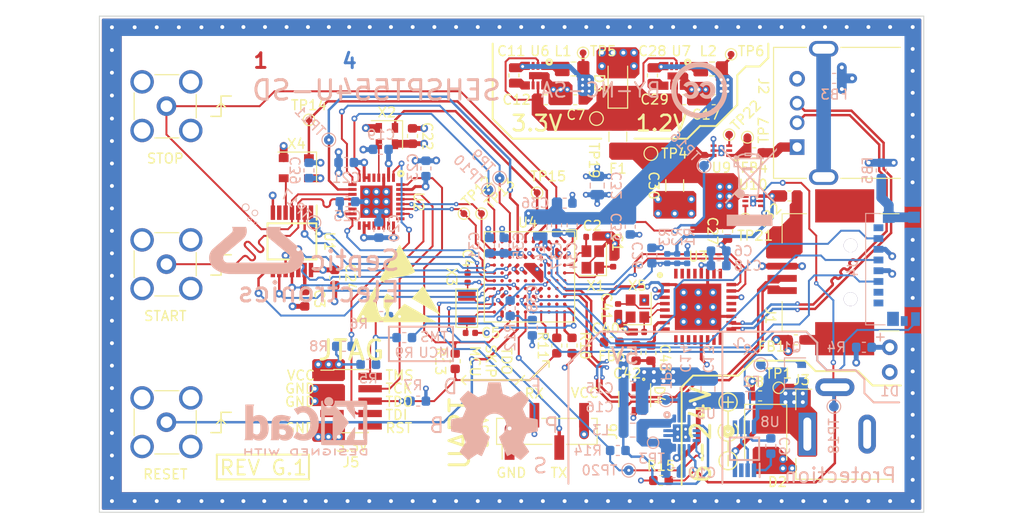
<source format=kicad_pcb>
(kicad_pcb (version 20171130) (host pcbnew "(5.1.6)-1")
  (layers (0 F.Cu signal) (1 In1.Cu power) (2 In2.Cu power) (31 B.Cu signal) (34 B.Paste user hide) (35 F.Paste user hide) (36 B.SilkS user) (37 F.SilkS user) (38 B.Mask user) (39 F.Mask user) (44 Edge.Cuts user))
  (net 0 "")
  (net 1 RST)
  (net 2 GND)
  (net 3 SCLK)
  (net 4 CSB)
  (net 5 DIN)
  (net 6 DOUT)
  (net 7 INTB)
  (net 8 TDC_TRIG)
  (net 9 TDC_EN)
  (net 10 USB_VBUS)
  (net 11 ~MCU_RST)
  (net 12 "Net-(Q1-Pad1)")
  (net 13 "Net-(L1-Pad2)")
  (net 14 T_RESET)
  (net 15 TDI)
  (net 16 TDO)
  (net 17 TCK)
  (net 18 TMS)
  (net 19 PROGRAM)
  (net 20 EXT_VCC)
  (net 21 VSW)
  (net 22 EXT_PWR_IN)
  (net 23 TDC_OSC_EN)
  (net 24 CLK+)
  (net 25 CLK-)
  (net 26 "Net-(FB1-Pad1)")
  (net 27 "Net-(FB2-Pad1)")
  (net 28 "Net-(FB5-Pad1)")
  (net 29 ~OC_PROT_EN)
  (net 30 USB_PWR_OUT)
  (net 31 HFXTAL_P)
  (net 32 HFXTAL_N)
  (net 33 TDC_OSC)
  (net 34 DN1_D+)
  (net 35 DN1_D-)
  (net 36 DN2_D+)
  (net 37 DN2_D-)
  (net 38 MAIN_OSC_EN)
  (net 39 FPGA_RST)
  (net 40 Z_FPGA)
  (net 41 SHIFTCLK)
  (net 42 SHIFTDATA)
  (net 43 START)
  (net 44 STOP)
  (net 45 "Net-(C9-Pad1)")
  (net 46 "Net-(U1-Pad6)")
  (net 47 EXT_PWR_EN)
  (net 48 EXT_PWR_PROT)
  (net 49 "Net-(FB4-Pad1)")
  (net 50 TDIO)
  (net 51 "Net-(U8-Pad5)")
  (net 52 "Net-(U8-Pad3)")
  (net 53 +1V2)
  (net 54 +3V3)
  (net 55 "Net-(C38-Pad1)")
  (net 56 "Net-(U6-Pad3)")
  (net 57 "Net-(C3-Pad1)")
  (net 58 "Net-(C9-Pad2)")
  (net 59 "Net-(C10-Pad1)")
  (net 60 "Net-(D1-Pad2)")
  (net 61 "Net-(U2-Pad13)")
  (net 62 "Net-(U2-Pad14)")
  (net 63 "Net-(U2-Pad17)")
  (net 64 "Net-(U2-Pad20)")
  (net 65 "Net-(U2-Pad21)")
  (net 66 "Net-(U2-Pad23)")
  (net 67 "Net-(U3-Pad11)")
  (net 68 "Net-(U4-PadD2)")
  (net 69 "Net-(U4-PadE2)")
  (net 70 "Net-(U4-PadF2)")
  (net 71 "Net-(U4-PadG2)")
  (net 72 "Net-(U4-PadH2)")
  (net 73 "Net-(U4-PadJ2)")
  (net 74 "Net-(U4-PadC3)")
  (net 75 "Net-(U4-PadD3)")
  (net 76 "Net-(U4-PadG3)")
  (net 77 "Net-(U4-PadH3)")
  (net 78 "Net-(U4-PadJ3)")
  (net 79 "Net-(U4-PadB4)")
  (net 80 "Net-(U4-PadD4)")
  (net 81 "Net-(U4-PadJ4)")
  (net 82 "Net-(U4-PadC5)")
  (net 83 "Net-(U4-PadJ5)")
  (net 84 "Net-(U4-PadF6)")
  (net 85 "Net-(U4-PadG6)")
  (net 86 "Net-(U4-PadH6)")
  (net 87 "Net-(U4-PadJ6)")
  (net 88 "Net-(U4-PadF7)")
  (net 89 "Net-(U4-PadD8)")
  (net 90 "Net-(U4-PadG8)")
  (net 91 "Net-(U4-PadH8)")
  (net 92 "Net-(U4-PadD9)")
  (net 93 "Net-(U4-PadE9)")
  (net 94 "Net-(U4-PadF9)")
  (net 95 "Net-(U5-Pad7)")
  (net 96 "Net-(U5-Pad6)")
  (net 97 USB_VBUS_F)
  (net 98 "Net-(U4-PadC9)")
  (net 99 "Net-(L4-Pad1)")
  (net 100 "Net-(C11-Pad2)")
  (net 101 "Net-(C28-Pad2)")
  (net 102 "Net-(C31-Pad1)")
  (net 103 "Net-(U4-PadC10)")
  (net 104 MCDA1)
  (net 105 MCDA0)
  (net 106 MCCK)
  (net 107 MCCDA)
  (net 108 MCDA3)
  (net 109 MCDA2)
  (net 110 "Net-(U4-PadB5)")
  (net 111 "Net-(U4-PadB6)")
  (net 112 "Net-(U4-PadC7)")
  (net 113 "Net-(U4-PadB8)")
  (net 114 "Net-(U4-PadC8)")
  (net 115 "Net-(U4-PadB9)")
  (net 116 "Net-(U4-PadH9)")
  (net 117 "Net-(U4-PadJ1)")
  (net 118 "Net-(U4-PadA6)")
  (net 119 "Net-(U4-PadG9)")
  (net 120 mSD_DET)
  (net 121 USB_VBUS_IN)
  (net 122 "Net-(U2-Pad5)")
  (net 123 EXT_PWR_GD)
  (net 124 MAIN_OSC)
  (net 125 "Net-(FB3-Pad1)")
  (net 126 XOUT32)
  (net 127 XIN32)
  (net 128 UART0_RX)
  (net 129 UART0_TX)
  (net 130 USB_VBUS_SENSE)
  (net 131 UART1_RX)
  (net 132 UART1_TX)
  (net 133 "Net-(R9-Pad2)")
  (net 134 "Net-(R10-Pad1)")
  (net 135 "Net-(R11-Pad2)")
  (net 136 "Net-(U3-Pad10)")
  (net 137 "Net-(D4-Pad1)")
  (net 138 "Net-(U4-PadB7)")
  (net 139 ~USB_EXT_OC)
  (net 140 "Net-(U10-Pad2)")
  (net 141 ~USB_IN_OC)
  (net 142 ~CP_WKUP)
  (net 143 "Net-(U4-PadB1)")
  (net 144 "Net-(J5-Pad7)")
  (net 145 "Net-(U7-Pad3)")
  (net 146 "Net-(U9-Pad2)")
  (net 147 "Net-(L2-Pad2)")
  (net 148 "Net-(D4-Pad6)")
  (net 149 VNCXTAL_N)
  (net 150 VNCXTAL_P)
  (net 151 VCC_PLL_1V8)
  (net 152 "Net-(FB6-Pad2)")
  (net 153 "Net-(U3-Pad32)")
  (net 154 "Net-(U3-Pad31)")
  (net 155 "Net-(U3-Pad30)")
  (net 156 "Net-(U3-Pad29)")
  (net 157 "Net-(U3-Pad26)")
  (net 158 "Net-(U3-Pad25)")
  (net 159 "Net-(U3-Pad21)")
  (net 160 "Net-(U3-Pad20)")
  (net 161 "Net-(U3-Pad15)")
  (net 162 "Net-(U3-Pad14)")
  (net 163 "Net-(U3-Pad12)")
  (net 164 "Net-(U3-Pad9)")
  (net 165 "Net-(U3-Pad8)")
  (module Resistor_SMD:R_0603_1608Metric (layer B.Cu) (at 167.1574 85.9282)
    (fp_text reference R4 (at -2.8194 0) (layer B.SilkS) (effects (justify mirror)))
    (fp_text value 1k)
    (pad 2 smd roundrect (at 0.7875 0) (size 0.875 0.95) (layers B.Cu B.Paste B.Mask) (net 60 "Net-(D1-Pad2)"))
    (pad 1 smd roundrect (at -0.7875 0) (size 0.875 0.95) (layers B.Cu B.Paste B.Mask) (net 54 +3V3))
  )
  (module SamacSys_Parts:QFN65P700X700X90-33N-D (layer F.Cu) (at 150.1943 81.785)
    (fp_text reference U3 (at 0.0086 -5.1532) (layer F.SilkS))
    (fp_text value VNC2-32Q1C-REEL hide)
    (pad 33 smd rect (at 0 0) (size 4.75 4.75) (layers F.Cu F.Paste F.Mask) (net 2 GND))
    (pad 32 smd rect (at -2.275 -3.4) (size 0.35 1) (layers F.Cu F.Paste F.Mask) (net 153 "Net-(U3-Pad32)"))
    (pad 31 smd rect (at -1.625 -3.4) (size 0.35 1) (layers F.Cu F.Paste F.Mask) (net 154 "Net-(U3-Pad31)"))
    (pad 30 smd rect (at -0.975 -3.4) (size 0.35 1) (layers F.Cu F.Paste F.Mask) (net 155 "Net-(U3-Pad30)"))
    (pad 29 smd rect (at -0.325 -3.4) (size 0.35 1) (layers F.Cu F.Paste F.Mask) (net 156 "Net-(U3-Pad29)"))
    (pad 28 smd rect (at 0.325 -3.4) (size 0.35 1) (layers F.Cu F.Paste F.Mask) (net 54 +3V3))
    (pad 27 smd rect (at 0.975 -3.4) (size 0.35 1) (layers F.Cu F.Paste F.Mask) (net 2 GND))
    (pad 26 smd rect (at 1.625 -3.4) (size 0.35 1) (layers F.Cu F.Paste F.Mask) (net 157 "Net-(U3-Pad26)"))
    (pad 25 smd rect (at 2.275 -3.4) (size 0.35 1) (layers F.Cu F.Paste F.Mask) (net 158 "Net-(U3-Pad25)"))
    (pad 24 smd rect (at 3.4 -2.275 90) (size 0.35 1) (layers F.Cu F.Paste F.Mask) (net 131 UART1_RX))
    (pad 23 smd rect (at 3.4 -1.625 90) (size 0.35 1) (layers F.Cu F.Paste F.Mask) (net 132 UART1_TX))
    (pad 22 smd rect (at 3.4 -0.975 90) (size 0.35 1) (layers F.Cu F.Paste F.Mask) (net 54 +3V3))
    (pad 21 smd rect (at 3.4 -0.325 90) (size 0.35 1) (layers F.Cu F.Paste F.Mask) (net 159 "Net-(U3-Pad21)"))
    (pad 20 smd rect (at 3.4 0.325 90) (size 0.35 1) (layers F.Cu F.Paste F.Mask) (net 160 "Net-(U3-Pad20)"))
    (pad 19 smd rect (at 3.4 0.975 90) (size 0.35 1) (layers F.Cu F.Paste F.Mask) (net 2 GND))
    (pad 18 smd rect (at 3.4 1.625 90) (size 0.35 1) (layers F.Cu F.Paste F.Mask) (net 37 DN2_D-))
    (pad 17 smd rect (at 3.4 2.275 90) (size 0.35 1) (layers F.Cu F.Paste F.Mask) (net 36 DN2_D+))
    (pad 16 smd rect (at 2.275 3.4) (size 0.35 1) (layers F.Cu F.Paste F.Mask) (net 2 GND))
    (pad 15 smd rect (at 1.625 3.4) (size 0.35 1) (layers F.Cu F.Paste F.Mask) (net 161 "Net-(U3-Pad15)"))
    (pad 14 smd rect (at 0.975 3.4) (size 0.35 1) (layers F.Cu F.Paste F.Mask) (net 162 "Net-(U3-Pad14)"))
    (pad 13 smd rect (at 0.325 3.4) (size 0.35 1) (layers F.Cu F.Paste F.Mask) (net 54 +3V3))
    (pad 12 smd rect (at -0.325 3.4) (size 0.35 1) (layers F.Cu F.Paste F.Mask) (net 163 "Net-(U3-Pad12)"))
    (pad 11 smd rect (at -0.975 3.4) (size 0.35 1) (layers F.Cu F.Paste F.Mask) (net 67 "Net-(U3-Pad11)"))
    (pad 10 smd rect (at -1.625 3.4) (size 0.35 1) (layers F.Cu F.Paste F.Mask) (net 136 "Net-(U3-Pad10)"))
    (pad 9 smd rect (at -2.275 3.4) (size 0.35 1) (layers F.Cu F.Paste F.Mask) (net 164 "Net-(U3-Pad9)"))
    (pad 8 smd rect (at -3.4 2.275 90) (size 0.35 1) (layers F.Cu F.Paste F.Mask) (net 165 "Net-(U3-Pad8)"))
    (pad 7 smd rect (at -3.4 1.625 90) (size 0.35 1) (layers F.Cu F.Paste F.Mask) (net 151 VCC_PLL_1V8))
    (pad 6 smd rect (at -3.4 0.975 90) (size 0.35 1) (layers F.Cu F.Paste F.Mask) (net 2 GND))
    (pad 5 smd rect (at -3.4 0.325 90) (size 0.35 1) (layers F.Cu F.Paste F.Mask) (net 149 VNCXTAL_N))
    (pad 4 smd rect (at -3.4 -0.325 90) (size 0.35 1) (layers F.Cu F.Paste F.Mask) (net 150 VNCXTAL_P))
    (pad 3 smd rect (at -3.4 -0.975 90) (size 0.35 1) (layers F.Cu F.Paste F.Mask) (net 152 "Net-(FB6-Pad2)"))
    (pad 2 smd rect (at -3.4 -1.625 90) (size 0.35 1) (layers F.Cu F.Paste F.Mask) (net 54 +3V3))
    (pad 1 smd rect (at -3.4 -2.275 90) (size 0.35 1) (layers F.Cu F.Paste F.Mask) (net 2 GND))
  )
  (module Connector_USB:USB_A_Molex_67643_Horizontal (layer F.Cu) (at 160.3248 65.4304 90)
    (fp_text reference J2 (at 6.2484 -3.4544 270 unlocked) (layer F.SilkS))
    (fp_text value USB_A)
    (pad 4 thru_hole circle (at 7 0 90) (size 1.6 1.6) (drill 0.95) (layers *.Cu *.Mask) (net 2 GND))
    (pad 3 thru_hole circle (at 4.5 0 90) (size 1.5 1.5) (drill 0.95) (layers *.Cu *.Mask) (net 36 DN2_D+))
    (pad 2 thru_hole circle (at 2.5 0 90) (size 1.5 1.5) (drill 0.95) (layers *.Cu *.Mask) (net 37 DN2_D-))
    (pad 1 thru_hole rect (at 0 0 90) (size 1.6 1.5) (drill 0.95) (layers *.Cu *.Mask) (net 49 "Net-(FB4-Pad1)"))
    (pad 5 thru_hole oval (at 10.07 2.71 90) (size 1.6 3) (drill oval 1 2.3) (layers *.Cu *.Mask) (net 125 "Net-(FB3-Pad1)"))
    (pad 5 thru_hole oval (at -3.07 2.71 90) (size 1.6 3) (drill oval 1 2.3) (layers *.Cu *.Mask) (net 125 "Net-(FB3-Pad1)"))
  )
  (module Crystal:Crystal_SMD_2520-4Pin_2.5x2.0mm (layer F.Cu) (at 143.9926 81.9658 90)
    (fp_text reference X5 (at 2.3495 -0.0254 180) (layer F.SilkS))
    (fp_text value ECS-160-8-36B-CKY-TR)
    (pad 4 smd rect (at -0.875 -0.7 90) (size 1.15 1) (layers F.Cu F.Paste F.Mask) (net 2 GND))
    (pad 3 smd rect (at 0.875 -0.7 90) (size 1.15 1) (layers F.Cu F.Paste F.Mask) (net 150 VNCXTAL_P))
    (pad 2 smd rect (at 0.875 0.7 90) (size 1.15 1) (layers F.Cu F.Paste F.Mask) (net 2 GND))
    (pad 1 smd rect (at -0.875 0.7 90) (size 1.15 1) (layers F.Cu F.Paste F.Mask) (net 149 VNCXTAL_N))
  )
  (module Inductor_SMD:L_0603_1608Metric (layer F.Cu) (at 141.3637 85.4075 180)
    (fp_text reference FB6 (at 0 -1.43) (layer F.SilkS))
    (fp_text value "Ferrite 2A 330R")
    (pad 2 smd roundrect (at 0.7875 0 180) (size 0.875 0.95) (layers F.Cu F.Paste F.Mask) (net 152 "Net-(FB6-Pad2)"))
    (pad 1 smd roundrect (at -0.7875 0 180) (size 0.875 0.95) (layers F.Cu F.Paste F.Mask) (net 151 VCC_PLL_1V8))
  )
  (module Capacitor_SMD:C_0603_1608Metric (layer F.Cu) (at 145.3642 86.5125 270)
    (fp_text reference C43 (at 0.5206 -1.4351 270 unlocked) (layer F.SilkS))
    (fp_text value 4µ7)
    (pad 2 smd roundrect (at 0.7875 0 270) (size 0.875 0.95) (layers F.Cu F.Paste F.Mask) (net 2 GND))
    (pad 1 smd roundrect (at -0.7875 0 270) (size 0.875 0.95) (layers F.Cu F.Paste F.Mask) (net 151 VCC_PLL_1V8))
  )
  (module Capacitor_SMD:C_0603_1608Metric (layer F.Cu) (at 143.8529 86.5124 90)
    (fp_text reference C42 (at -2.0955 -0.9144 180) (layer F.SilkS))
    (fp_text value 100n)
    (pad 2 smd roundrect (at 0.7875 0 90) (size 0.875 0.95) (layers F.Cu F.Paste F.Mask) (net 151 VCC_PLL_1V8))
    (pad 1 smd roundrect (at -0.7875 0 90) (size 0.875 0.95) (layers F.Cu F.Paste F.Mask) (net 2 GND))
  )
  (module Capacitor_SMD:C_0402_1005Metric (layer F.Cu) (at 142.0114 81.9785 90)
    (fp_text reference C41 (at 0.2159 -1.1938 270 unlocked) (layer F.SilkS))
    (fp_text value 10p)
    (pad 2 smd roundrect (at 0.485 0 90) (size 0.59 0.64) (layers F.Cu F.Paste F.Mask) (net 150 VNCXTAL_P))
    (pad 1 smd roundrect (at -0.485 0 90) (size 0.59 0.64) (layers F.Cu F.Paste F.Mask) (net 2 GND))
  )
  (module Capacitor_SMD:C_0402_1005Metric (layer F.Cu) (at 144.1934 84.3661)
    (fp_text reference C40 (at -3.4393 -0.3683) (layer F.SilkS))
    (fp_text value 10p)
    (pad 2 smd roundrect (at 0.485 0) (size 0.59 0.64) (layers F.Cu F.Paste F.Mask) (net 149 VNCXTAL_N))
    (pad 1 smd roundrect (at -0.485 0) (size 0.59 0.64) (layers F.Cu F.Paste F.Mask) (net 2 GND))
  )
  (module SamacSys_Parts:SON50P160X160X60-7N-D (layer F.Cu) (at 152.5778 65.786 180)
    (fp_text reference U9 (at 0 -1.7526 180) (layer F.SilkS))
    (fp_text value MIC2095-2YMT-TR hide)
    (pad 7 smd rect (at 0 0 180) (size 0.6 1.1) (layers F.Cu F.Paste F.Mask) (net 2 GND))
    (pad 6 smd rect (at 0.8 -0.5 180) (size 0.6 0.25) (layers F.Cu F.Paste F.Mask) (net 10 USB_VBUS))
    (pad 5 smd rect (at 0.8 0 180) (size 0.6 0.25) (layers F.Cu F.Paste F.Mask) (net 2 GND))
    (pad 4 smd rect (at 0.8 0.5 180) (size 0.6 0.25) (layers F.Cu F.Paste F.Mask) (net 29 ~OC_PROT_EN))
    (pad 3 smd rect (at -0.8 0.5 180) (size 0.6 0.25) (layers F.Cu F.Paste F.Mask) (net 139 ~USB_EXT_OC))
    (pad 2 smd rect (at -0.8 0 180) (size 0.6 0.25) (layers F.Cu F.Paste F.Mask) (net 146 "Net-(U9-Pad2)"))
    (pad 1 smd rect (at -0.8 -0.5 180) (size 0.6 0.25) (layers F.Cu F.Paste F.Mask) (net 30 USB_PWR_OUT))
  )
  (module SamacSys_Parts:SON50P160X160X60-7N-D (layer F.Cu) (at 155.829 70.9422)
    (fp_text reference U10 (at 0 -1.6764) (layer F.SilkS))
    (fp_text value MIC2095-2YMT-TR hide)
    (pad 7 smd rect (at 0 0) (size 0.6 1.1) (layers F.Cu F.Paste F.Mask) (net 2 GND))
    (pad 6 smd rect (at 0.8 -0.5) (size 0.6 0.25) (layers F.Cu F.Paste F.Mask) (net 121 USB_VBUS_IN))
    (pad 5 smd rect (at 0.8 0) (size 0.6 0.25) (layers F.Cu F.Paste F.Mask) (net 2 GND))
    (pad 4 smd rect (at 0.8 0.5) (size 0.6 0.25) (layers F.Cu F.Paste F.Mask) (net 47 EXT_PWR_EN))
    (pad 3 smd rect (at -0.8 0.5) (size 0.6 0.25) (layers F.Cu F.Paste F.Mask) (net 141 ~USB_IN_OC))
    (pad 2 smd rect (at -0.8 0) (size 0.6 0.25) (layers F.Cu F.Paste F.Mask) (net 140 "Net-(U10-Pad2)"))
    (pad 1 smd rect (at -0.8 -0.5) (size 0.6 0.25) (layers F.Cu F.Paste F.Mask) (net 10 USB_VBUS))
  )
  (module "Selfmade Stuff:SOT-26" (layer F.Cu) (at 143.6624 91.2368 270)
    (fp_text reference D4 (at -0.4191 -2.5781 270 unlocked) (layer F.SilkS))
    (fp_text value D1213A-02SO-7)
    (pad 4 smd rect (at 1.2062 0.9348) (size 0.55 0.8) (layers F.Cu F.Paste F.Mask) (net 34 DN1_D+))
    (pad 3 smd rect (at -1.1938 0.9348) (size 0.55 0.8) (layers F.Cu F.Paste F.Mask) (net 35 DN1_D-))
    (pad 5 smd rect (at 1.2062 -0.0152) (size 0.55 0.8) (layers F.Cu F.Paste F.Mask) (net 54 +3V3))
    (pad 2 smd rect (at -1.1938 -0.0152) (size 0.55 0.8) (layers F.Cu F.Paste F.Mask) (net 2 GND))
    (pad 6 smd rect (at 1.2062 -0.9652) (size 0.55 0.8) (layers F.Cu F.Paste F.Mask) (net 148 "Net-(D4-Pad6)"))
    (pad 1 smd rect (at -1.1938 -0.9652) (size 0.55 0.8) (layers F.Cu F.Paste F.Mask) (net 137 "Net-(D4-Pad1)"))
  )
  (module Oscillator:Oscillator_SMD_SeikoEpson_SG210-4Pin_2.5x2.0mm (layer F.Cu) (at 118.3631 64.3232 180)
    (fp_text reference X2 (at -0.0009 2.4488 180) (layer F.SilkS))
    (fp_text value DSC1001DI2-125.0000)
    (pad 1 smd rect (at -0.8246 0.8636 180) (size 0.65 1) (layers F.Cu F.Paste F.Mask) (net 38 MAIN_OSC_EN))
    (pad 2 smd rect (at 0.8246 0.8636 180) (size 0.65 1) (layers F.Cu F.Paste F.Mask) (net 2 GND))
    (pad 3 smd rect (at 0.8246 -0.8128 180) (size 0.65 1) (layers F.Cu F.Paste F.Mask) (net 124 MAIN_OSC))
    (pad 4 smd rect (at -0.8246 -0.8128 180) (size 0.65 1) (layers F.Cu F.Paste F.Mask) (net 54 +3V3))
  )
  (module Connector_BarrelJack:BarrelJack_Wuerth_6941xx301002 (layer F.Cu) (at 161.1884 94.8182 90)
    (fp_text reference J3 (at 5.5372 -0.4064 unlocked) (layer F.SilkS))
    (fp_text value Barrel_Jack_Switch)
    (pad 1 thru_hole rect (at 0 0.1778 90) (size 4.4 1.8) (drill oval 3.4 0.8) (layers *.Cu *.Mask) (net 22 EXT_PWR_IN))
    (pad 2 thru_hole oval (at 0 6.3 90) (size 4 1.8) (drill oval 3 0.8) (layers *.Cu *.Mask) (net 2 GND))
    (pad 3 thru_hole oval (at 4.8006 2.9972 180) (size 4 1.8) (drill oval 3 0.8) (layers *.Cu *.Mask) (net 47 EXT_PWR_EN))
  )
  (module Package_BGA:TFBGA-100_9.0x9.0mm_Layout10x10_P0.8mm (layer F.Cu) (at 132.9436 78.7146 270)
    (fp_text reference U4 (at -5.5626 0.1778) (layer F.SilkS))
    (fp_text value ATSAM4S2)
    (pad A1 smd circle (at -3.6 -3.6 270) (size 0.35 0.35) (layers F.Cu F.Paste F.Mask) (net 44 STOP))
    (pad B1 smd circle (at -3.6 -2.8 270) (size 0.35 0.35) (layers F.Cu F.Paste F.Mask) (net 143 "Net-(U4-PadB1)"))
    (pad C1 smd circle (at -3.6 -2 270) (size 0.35 0.35) (layers F.Cu F.Paste F.Mask) (net 131 UART1_RX))
    (pad D1 smd circle (at -3.6 -1.2 270) (size 0.35 0.35) (layers F.Cu F.Paste F.Mask) (net 132 UART1_TX))
    (pad E1 smd circle (at -3.6 -0.4 270) (size 0.35 0.35) (layers F.Cu F.Paste F.Mask) (net 23 TDC_OSC_EN))
    (pad F1 smd circle (at -3.6 0.4 270) (size 0.35 0.35) (layers F.Cu F.Paste F.Mask) (net 38 MAIN_OSC_EN))
    (pad G1 smd circle (at -3.6 1.2 270) (size 0.35 0.35) (layers F.Cu F.Paste F.Mask) (net 40 Z_FPGA))
    (pad H1 smd circle (at -3.6 2 270) (size 0.35 0.35) (layers F.Cu F.Paste F.Mask) (net 41 SHIFTCLK))
    (pad J1 smd circle (at -3.6 2.8 270) (size 0.35 0.35) (layers F.Cu F.Paste F.Mask) (net 117 "Net-(U4-PadJ1)"))
    (pad K1 smd circle (at -3.6 3.6 270) (size 0.35 0.35) (layers F.Cu F.Paste F.Mask) (net 42 SHIFTDATA))
    (pad A2 smd circle (at -2.8 -3.6 270) (size 0.35 0.35) (layers F.Cu F.Paste F.Mask) (net 29 ~OC_PROT_EN))
    (pad B2 smd circle (at -2.8 -2.8 270) (size 0.35 0.35) (layers F.Cu F.Paste F.Mask) (net 2 GND))
    (pad C2 smd circle (at -2.8 -2 270) (size 0.35 0.35) (layers F.Cu F.Paste F.Mask) (net 99 "Net-(L4-Pad1)"))
    (pad D2 smd circle (at -2.8 -1.2 270) (size 0.35 0.35) (layers F.Cu F.Paste F.Mask) (net 68 "Net-(U4-PadD2)"))
    (pad E2 smd circle (at -2.8 -0.4 270) (size 0.35 0.35) (layers F.Cu F.Paste F.Mask) (net 69 "Net-(U4-PadE2)"))
    (pad F2 smd circle (at -2.8 0.4 270) (size 0.35 0.35) (layers F.Cu F.Paste F.Mask) (net 70 "Net-(U4-PadF2)"))
    (pad G2 smd circle (at -2.8 1.2 270) (size 0.35 0.35) (layers F.Cu F.Paste F.Mask) (net 71 "Net-(U4-PadG2)"))
    (pad H2 smd circle (at -2.8 2 270) (size 0.35 0.35) (layers F.Cu F.Paste F.Mask) (net 72 "Net-(U4-PadH2)"))
    (pad J2 smd circle (at -2.8 2.8 270) (size 0.35 0.35) (layers F.Cu F.Paste F.Mask) (net 73 "Net-(U4-PadJ2)"))
    (pad K2 smd circle (at -2.8 3.6 270) (size 0.35 0.35) (layers F.Cu F.Paste F.Mask) (net 25 CLK-))
    (pad A3 smd circle (at -2 -3.6 270) (size 0.35 0.35) (layers F.Cu F.Paste F.Mask) (net 54 +3V3))
    (pad B3 smd circle (at -2 -2.8 270) (size 0.35 0.35) (layers F.Cu F.Paste F.Mask) (net 2 GND))
    (pad C3 smd circle (at -2 -2 270) (size 0.35 0.35) (layers F.Cu F.Paste F.Mask) (net 74 "Net-(U4-PadC3)"))
    (pad D3 smd circle (at -2 -1.2 270) (size 0.35 0.35) (layers F.Cu F.Paste F.Mask) (net 75 "Net-(U4-PadD3)"))
    (pad E3 smd circle (at -2 -0.4 270) (size 0.35 0.35) (layers F.Cu F.Paste F.Mask) (net 54 +3V3))
    (pad F3 smd circle (at -2 0.4 270) (size 0.35 0.35) (layers F.Cu F.Paste F.Mask) (net 102 "Net-(C31-Pad1)"))
    (pad G3 smd circle (at -2 1.2 270) (size 0.35 0.35) (layers F.Cu F.Paste F.Mask) (net 76 "Net-(U4-PadG3)"))
    (pad H3 smd circle (at -2 2 270) (size 0.35 0.35) (layers F.Cu F.Paste F.Mask) (net 77 "Net-(U4-PadH3)"))
    (pad J3 smd circle (at -2 2.8 270) (size 0.35 0.35) (layers F.Cu F.Paste F.Mask) (net 78 "Net-(U4-PadJ3)"))
    (pad K3 smd circle (at -2 3.6 270) (size 0.35 0.35) (layers F.Cu F.Paste F.Mask) (net 24 CLK+))
    (pad A4 smd circle (at -1.2 -3.6 270) (size 0.35 0.35) (layers F.Cu F.Paste F.Mask) (net 31 HFXTAL_P))
    (pad B4 smd circle (at -1.2 -2.8 270) (size 0.35 0.35) (layers F.Cu F.Paste F.Mask) (net 79 "Net-(U4-PadB4)"))
    (pad C4 smd circle (at -1.2 -2 270) (size 0.35 0.35) (layers F.Cu F.Paste F.Mask) (net 130 USB_VBUS_SENSE))
    (pad D4 smd circle (at -1.2 -1.2 270) (size 0.35 0.35) (layers F.Cu F.Paste F.Mask) (net 80 "Net-(U4-PadD4)"))
    (pad E4 smd circle (at -1.2 -0.4 270) (size 0.35 0.35) (layers F.Cu F.Paste F.Mask) (net 2 GND))
    (pad F4 smd circle (at -1.2 0.4 270) (size 0.35 0.35) (layers F.Cu F.Paste F.Mask) (net 2 GND))
    (pad G4 smd circle (at -1.2 1.2 270) (size 0.35 0.35) (layers F.Cu F.Paste F.Mask) (net 53 +1V2))
    (pad H4 smd circle (at -1.2 2 270) (size 0.35 0.35) (layers F.Cu F.Paste F.Mask) (net 3 SCLK))
    (pad J4 smd circle (at -1.2 2.8 270) (size 0.35 0.35) (layers F.Cu F.Paste F.Mask) (net 81 "Net-(U4-PadJ4)"))
    (pad K4 smd circle (at -1.2 3.6 270) (size 0.35 0.35) (layers F.Cu F.Paste F.Mask) (net 8 TDC_TRIG))
    (pad A5 smd circle (at -0.4 -3.6 270) (size 0.35 0.35) (layers F.Cu F.Paste F.Mask) (net 32 HFXTAL_N))
    (pad B5 smd circle (at -0.4 -2.8 270) (size 0.35 0.35) (layers F.Cu F.Paste F.Mask) (net 110 "Net-(U4-PadB5)"))
    (pad C5 smd circle (at -0.4 -2 270) (size 0.35 0.35) (layers F.Cu F.Paste F.Mask) (net 82 "Net-(U4-PadC5)"))
    (pad D5 smd circle (at -0.4 -1.2 270) (size 0.35 0.35) (layers F.Cu F.Paste F.Mask) (net 2 GND))
    (pad E5 smd circle (at -0.4 -0.4 270) (size 0.35 0.35) (layers F.Cu F.Paste F.Mask) (net 2 GND))
    (pad F5 smd circle (at -0.4 0.4 270) (size 0.35 0.35) (layers F.Cu F.Paste F.Mask) (net 54 +3V3))
    (pad G5 smd circle (at -0.4 1.2 270) (size 0.35 0.35) (layers F.Cu F.Paste F.Mask) (net 53 +1V2))
    (pad H5 smd circle (at -0.4 2 270) (size 0.35 0.35) (layers F.Cu F.Paste F.Mask) (net 5 DIN))
    (pad J5 smd circle (at -0.4 2.8 270) (size 0.35 0.35) (layers F.Cu F.Paste F.Mask) (net 83 "Net-(U4-PadJ5)"))
    (pad K5 smd circle (at -0.4 3.6 270) (size 0.35 0.35) (layers F.Cu F.Paste F.Mask) (net 39 FPGA_RST))
    (pad A6 smd circle (at 0.4 -3.6 270) (size 0.35 0.35) (layers F.Cu F.Paste F.Mask) (net 118 "Net-(U4-PadA6)"))
    (pad B6 smd circle (at 0.4 -2.8 270) (size 0.35 0.35) (layers F.Cu F.Paste F.Mask) (net 111 "Net-(U4-PadB6)"))
    (pad C6 smd circle (at 0.4 -2 270) (size 0.35 0.35) (layers F.Cu F.Paste F.Mask) (net 17 TCK))
    (pad D6 smd circle (at 0.4 -1.2 270) (size 0.35 0.35) (layers F.Cu F.Paste F.Mask) (net 2 GND))
    (pad E6 smd circle (at 0.4 -0.4 270) (size 0.35 0.35) (layers F.Cu F.Paste F.Mask) (net 11 ~MCU_RST))
    (pad F6 smd circle (at 0.4 0.4 270) (size 0.35 0.35) (layers F.Cu F.Paste F.Mask) (net 84 "Net-(U4-PadF6)"))
    (pad G6 smd circle (at 0.4 1.2 270) (size 0.35 0.35) (layers F.Cu F.Paste F.Mask) (net 85 "Net-(U4-PadG6)"))
    (pad H6 smd circle (at 0.4 2 270) (size 0.35 0.35) (layers F.Cu F.Paste F.Mask) (net 86 "Net-(U4-PadH6)"))
    (pad J6 smd circle (at 0.4 2.8 270) (size 0.35 0.35) (layers F.Cu F.Paste F.Mask) (net 87 "Net-(U4-PadJ6)"))
    (pad K6 smd circle (at 0.4 3.6 270) (size 0.35 0.35) (layers F.Cu F.Paste F.Mask) (net 9 TDC_EN))
    (pad A7 smd circle (at 1.2 -3.6 270) (size 0.35 0.35) (layers F.Cu F.Paste F.Mask) (net 34 DN1_D+))
    (pad B7 smd circle (at 1.2 -2.8 270) (size 0.35 0.35) (layers F.Cu F.Paste F.Mask) (net 138 "Net-(U4-PadB7)"))
    (pad C7 smd circle (at 1.2 -2 270) (size 0.35 0.35) (layers F.Cu F.Paste F.Mask) (net 112 "Net-(U4-PadC7)"))
    (pad D7 smd circle (at 1.2 -1.2 270) (size 0.35 0.35) (layers F.Cu F.Paste F.Mask) (net 53 +1V2))
    (pad E7 smd circle (at 1.2 -0.4 270) (size 0.35 0.35) (layers F.Cu F.Paste F.Mask) (net 106 MCCK))
    (pad F7 smd circle (at 1.2 0.4 270) (size 0.35 0.35) (layers F.Cu F.Paste F.Mask) (net 88 "Net-(U4-PadF7)"))
    (pad G7 smd circle (at 1.2 1.2 270) (size 0.35 0.35) (layers F.Cu F.Paste F.Mask) (net 6 DOUT))
    (pad H7 smd circle (at 1.2 2 270) (size 0.35 0.35) (layers F.Cu F.Paste F.Mask) (net 4 CSB))
    (pad J7 smd circle (at 1.2 2.8 270) (size 0.35 0.35) (layers F.Cu F.Paste F.Mask) (net 129 UART0_TX))
    (pad K7 smd circle (at 1.2 3.6 270) (size 0.35 0.35) (layers F.Cu F.Paste F.Mask) (net 7 INTB))
    (pad A8 smd circle (at 2 -3.6 270) (size 0.35 0.35) (layers F.Cu F.Paste F.Mask) (net 35 DN1_D-))
    (pad B8 smd circle (at 2 -2.8 270) (size 0.35 0.35) (layers F.Cu F.Paste F.Mask) (net 113 "Net-(U4-PadB8)"))
    (pad C8 smd circle (at 2 -2 270) (size 0.35 0.35) (layers F.Cu F.Paste F.Mask) (net 114 "Net-(U4-PadC8)"))
    (pad D8 smd circle (at 2 -1.2 270) (size 0.35 0.35) (layers F.Cu F.Paste F.Mask) (net 89 "Net-(U4-PadD8)"))
    (pad E8 smd circle (at 2 -0.4 270) (size 0.35 0.35) (layers F.Cu F.Paste F.Mask) (net 105 MCDA0))
    (pad F8 smd circle (at 2 0.4 270) (size 0.35 0.35) (layers F.Cu F.Paste F.Mask) (net 107 MCCDA))
    (pad G8 smd circle (at 2 1.2 270) (size 0.35 0.35) (layers F.Cu F.Paste F.Mask) (net 90 "Net-(U4-PadG8)"))
    (pad H8 smd circle (at 2 2 270) (size 0.35 0.35) (layers F.Cu F.Paste F.Mask) (net 91 "Net-(U4-PadH8)"))
    (pad J8 smd circle (at 2 2.8 270) (size 0.35 0.35) (layers F.Cu F.Paste F.Mask) (net 2 GND))
    (pad K8 smd circle (at 2 3.6 270) (size 0.35 0.35) (layers F.Cu F.Paste F.Mask) (net 128 UART0_RX))
    (pad A9 smd circle (at 2.8 -3.6 270) (size 0.35 0.35) (layers F.Cu F.Paste F.Mask) (net 133 "Net-(R9-Pad2)"))
    (pad B9 smd circle (at 2.8 -2.8 270) (size 0.35 0.35) (layers F.Cu F.Paste F.Mask) (net 115 "Net-(U4-PadB9)"))
    (pad C9 smd circle (at 2.8 -2 270) (size 0.35 0.35) (layers F.Cu F.Paste F.Mask) (net 98 "Net-(U4-PadC9)"))
    (pad D9 smd circle (at 2.8 -1.2 270) (size 0.35 0.35) (layers F.Cu F.Paste F.Mask) (net 92 "Net-(U4-PadD9)"))
    (pad E9 smd circle (at 2.8 -0.4 270) (size 0.35 0.35) (layers F.Cu F.Paste F.Mask) (net 93 "Net-(U4-PadE9)"))
    (pad F9 smd circle (at 2.8 0.4 270) (size 0.35 0.35) (layers F.Cu F.Paste F.Mask) (net 94 "Net-(U4-PadF9)"))
    (pad G9 smd circle (at 2.8 1.2 270) (size 0.35 0.35) (layers F.Cu F.Paste F.Mask) (net 119 "Net-(U4-PadG9)"))
    (pad H9 smd circle (at 2.8 2 270) (size 0.35 0.35) (layers F.Cu F.Paste F.Mask) (net 116 "Net-(U4-PadH9)"))
    (pad J9 smd circle (at 2.8 2.8 270) (size 0.35 0.35) (layers F.Cu F.Paste F.Mask) (net 53 +1V2))
    (pad K9 smd circle (at 2.8 3.6 270) (size 0.35 0.35) (layers F.Cu F.Paste F.Mask) (net 126 XOUT32))
    (pad A10 smd circle (at 3.6 -3.6 270) (size 0.35 0.35) (layers F.Cu F.Paste F.Mask) (net 134 "Net-(R10-Pad1)"))
    (pad B10 smd circle (at 3.6 -2.8 270) (size 0.35 0.35) (layers F.Cu F.Paste F.Mask) (net 135 "Net-(R11-Pad2)"))
    (pad C10 smd circle (at 3.6 -2 270) (size 0.35 0.35) (layers F.Cu F.Paste F.Mask) (net 103 "Net-(U4-PadC10)"))
    (pad D10 smd circle (at 3.6 -1.2 270) (size 0.35 0.35) (layers F.Cu F.Paste F.Mask) (net 120 mSD_DET))
    (pad E10 smd circle (at 3.6 -0.4 270) (size 0.35 0.35) (layers F.Cu F.Paste F.Mask) (net 142 ~CP_WKUP))
    (pad F10 smd circle (at 3.6 0.4 270) (size 0.35 0.35) (layers F.Cu F.Paste F.Mask) (net 123 EXT_PWR_GD))
    (pad G10 smd circle (at 3.6 1.2 270) (size 0.35 0.35) (layers F.Cu F.Paste F.Mask) (net 1 RST))
    (pad H10 smd circle (at 3.6 2 270) (size 0.35 0.35) (layers F.Cu F.Paste F.Mask) (net 50 TDIO))
    (pad J10 smd circle (at 3.6 2.8 270) (size 0.35 0.35) (layers F.Cu F.Paste F.Mask) (net 54 +3V3))
    (pad K10 smd circle (at 3.6 3.6 270) (size 0.35 0.35) (layers F.Cu F.Paste F.Mask) (net 127 XIN32))
  )
  (module "Selfmade Stuff:TestPoint_Pad_D0.7mm" (layer F.Cu) (at 153.3652 64.1604)
    (fp_text reference TP22 (at 1.7272 -1.9812 45) (layer F.SilkS))
    (fp_text value TestPoint_Alt)
    (pad 1 smd circle (at 0 0) (size 0.8 0.8) (layers F.Cu F.Mask) (net 139 ~USB_EXT_OC))
  )
  (module Crystal:Crystal_SMD_2520-4Pin_2.5x2.0mm (layer F.Cu) (at 139.4206 76.9366 90)
    (fp_text reference X1 (at -2.6924 0.3048) (layer F.SilkS))
    (fp_text value ECS-160-8-36B-CKY-TR)
    (pad 4 smd rect (at -0.8496 -0.6492 90) (size 1.2 1) (layers F.Cu F.Paste F.Mask) (net 2 GND))
    (pad 3 smd rect (at 0.8496 -0.6492 90) (size 1.2 1) (layers F.Cu F.Paste F.Mask) (net 31 HFXTAL_P))
    (pad 2 smd rect (at 0.8496 0.6492 90) (size 1.2 1) (layers F.Cu F.Paste F.Mask) (net 2 GND))
    (pad 1 smd rect (at -0.8496 0.6492 90) (size 1.2 1) (layers F.Cu F.Paste F.Mask) (net 32 HFXTAL_N))
  )
  (module Oscillator:Oscillator_SMD_EuroQuartz_XO32-4Pin_3.2x2.5mm (layer F.Cu) (at 109.1057 67.5894 180)
    (fp_text reference X4 (at 0 2.4892 180) (layer F.SilkS))
    (fp_text value ECS-3225S33-160-FN-TR)
    (pad 4 smd rect (at -1.2782 -1.029 180) (size 1 0.8) (layers F.Cu F.Paste F.Mask) (net 54 +3V3))
    (pad 3 smd rect (at 1.3036 -1.029 180) (size 1 0.8) (layers F.Cu F.Paste F.Mask) (net 33 TDC_OSC))
    (pad 2 smd rect (at 1.3036 1.029 180) (size 1 0.8) (layers F.Cu F.Paste F.Mask) (net 2 GND))
    (pad 1 smd rect (at -1.2782 1.029 180) (size 1 0.8) (layers F.Cu F.Paste F.Mask) (net 23 TDC_OSC_EN))
  )
  (module "Selfmade Stuff:TestPoint_Pad_D0.7mm" (layer F.Cu) (at 153.5684 55.9308)
    (fp_text reference TP6 (at 2.0574 -0.3302) (layer F.SilkS))
    (fp_text value TestPoint_Alt)
    (pad 1 smd circle (at 0 0) (size 0.7 0.7) (layers F.Cu F.Mask) (net 53 +1V2))
  )
  (module "Selfmade Stuff:TestPoint_Pad_D0.7mm" (layer F.Cu) (at 155.0416 72.7964)
    (fp_text reference TP21 (at 0.9906 1.7018) (layer F.SilkS))
    (fp_text value TestPoint_Alt)
    (pad 1 smd circle (at 0 0) (size 0.8 0.8) (layers F.Cu F.Mask) (net 141 ~USB_IN_OC))
  )
  (module SamacSys_Parts:KUSBEXSMTBS1NBTR (layer F.Cu) (at 166.0398 78.2474 90)
    (fp_text reference J1 (at -4.4804 -8.4438 270 unlocked) (layer F.SilkS))
    (fp_text value USB_B hide)
    (pad 5 smd rect (at -6.8 -0.85 90) (size 3.4 6.04) (layers F.Cu F.Paste F.Mask) (net 26 "Net-(FB1-Pad1)"))
    (pad 6 smd rect (at 6.8 -0.85 90) (size 3.4 6.04) (layers F.Cu F.Paste F.Mask))
    (pad MH2 thru_hole circle (at -2.75 -0.25 90) (size 1.4 1.4) (drill 1.4) (layers *.Cu *.Mask))
    (pad MH1 thru_hole circle (at 2.75 -0.25 90) (size 1.4 1.4) (drill 1.4) (layers *.Cu *.Mask))
    (pad 4 smd rect (at 0.625 -7.25 90) (size 0.7 3) (layers F.Cu F.Paste F.Mask) (net 2 GND))
    (pad 3 smd rect (at -1.875 -7.25 90) (size 0.7 3) (layers F.Cu F.Paste F.Mask) (net 34 DN1_D+))
    (pad 2 smd rect (at -0.625 -7.25 90) (size 0.7 3) (layers F.Cu F.Paste F.Mask) (net 35 DN1_D-))
    (pad 1 smd rect (at 1.875 -7.25 90) (size 0.7 3) (layers F.Cu F.Paste F.Mask) (net 27 "Net-(FB2-Pad1)"))
  )
  (module "Selfmade Stuff:TestPoint_Pad_D0.7mm" (layer F.Cu) (at 158.4452 90.0684)
    (fp_text reference TP1 (at 0 -1.448) (layer F.SilkS))
    (fp_text value TestPoint_Alt)
    (pad 1 smd circle (at 0 0) (size 0.7 0.7) (layers F.Cu F.Mask) (net 22 EXT_PWR_IN))
  )
  (module Crystal:Crystal_SMD_3215-2Pin_3.2x1.5mm (layer F.Cu) (at 126.5428 81.915 90)
    (fp_text reference X3 (at 3.2004 -1.5748 270 unlocked) (layer F.SilkS))
    (fp_text value "FC-135 32.7680KA-AG0 ")
    (pad 2 smd rect (at -1.25 0 90) (size 1 1.8) (layers F.Cu F.Paste F.Mask) (net 127 XIN32))
    (pad 1 smd rect (at 1.25 0 90) (size 1 1.8) (layers F.Cu F.Paste F.Mask) (net 126 XOUT32))
  )
  (module Capacitor_SMD:C_0603_1608Metric (layer B.Cu) (at 145.4658 76.5302 270)
    (fp_text reference C26 (at 0 1.4351 90 unlocked) (layer B.SilkS) (effects (justify mirror)))
    (fp_text value 100n)
    (pad 2 smd roundrect (at 0.7875 0 270) (size 0.875 0.95) (layers B.Cu B.Paste B.Mask) (net 130 USB_VBUS_SENSE))
    (pad 1 smd roundrect (at -0.7875 0 270) (size 0.875 0.95) (layers B.Cu B.Paste B.Mask) (net 2 GND))
  )
  (module Resistor_SMD:R_0603_1608Metric (layer F.Cu) (at 137.2997 85.7504 270)
    (fp_text reference R10 (at 0 -1.3462 270 unlocked) (layer F.SilkS))
    (fp_text value 0R)
    (pad 2 smd roundrect (at 0.7875 0 270) (size 0.875 0.95) (layers F.Cu F.Paste F.Mask) (net 54 +3V3))
    (pad 1 smd roundrect (at -0.7875 0 270) (size 0.875 0.95) (layers F.Cu F.Paste F.Mask) (net 134 "Net-(R10-Pad1)"))
  )
  (module Capacitor_SMD:C_0603_1608Metric (layer B.Cu) (at 152.2984 76.073 180)
    (fp_text reference C6 (at -2.5146 0 unlocked) (layer B.SilkS) (effects (justify mirror)))
    (fp_text value 4µ7)
    (pad 2 smd roundrect (at 0.7875 0 180) (size 0.875 0.95) (layers B.Cu B.Paste B.Mask) (net 54 +3V3))
    (pad 1 smd roundrect (at -0.7875 0 180) (size 0.875 0.95) (layers B.Cu B.Paste B.Mask) (net 2 GND))
  )
  (module Symbol:ESD-Logo_8.9x8mm_SilkScreen (layer F.Cu) (at 119.4562 79.375)
    (fp_text reference REF** hide)
    (fp_text value ESD-Logo_8.9x8mm_SilkScreen hide)
  )
  (module Resistor_SMD:R_0603_1608Metric (layer F.Cu) (at 125.349 87.3506 90)
    (fp_text reference R13 (at 0 -1.524 270 unlocked) (layer F.SilkS))
    (fp_text value 0R)
    (pad 2 smd roundrect (at 0.7875 0 90) (size 0.875 0.95) (layers F.Cu F.Paste F.Mask) (net 50 TDIO))
    (pad 1 smd roundrect (at -0.7875 0 90) (size 0.875 0.95) (layers F.Cu F.Paste F.Mask) (net 16 TDO))
  )
  (module "Selfmade Stuff:TestPoint_Pad_D0.7mm" (layer B.Cu) (at 145.5928 95.6945)
    (fp_text reference TP3 (at -0.1524 1.6256) (layer B.SilkS) (effects (justify mirror)))
    (fp_text value TestPoint_Alt)
    (pad 1 smd circle (at 0 0) (size 0.7 0.7) (layers B.Cu B.Mask) (net 21 VSW))
  )
  (module "Selfmade Stuff:475710001" (layer B.Cu) (at 167.3352 77.9272 270)
    (fp_text reference J4 (at -0.0254 1.3208 270) (layer B.SilkS) (effects (justify mirror)))
    (fp_text value Micro_SD_Card hide)
    (pad 8 smd rect (at -4.237 -1.31 270) (size 0.7 1) (layers B.Cu B.Paste B.Mask) (net 104 MCDA1))
    (pad 7 smd rect (at -3.137 -1.31 270) (size 0.7 1) (layers B.Cu B.Paste B.Mask) (net 105 MCDA0))
    (pad 6 smd rect (at -2.037 -1.31 270) (size 0.7 1) (layers B.Cu B.Paste B.Mask) (net 2 GND))
    (pad 5 smd rect (at -0.937 -1.31 270) (size 0.7 1) (layers B.Cu B.Paste B.Mask) (net 106 MCCK))
    (pad 4 smd rect (at 0.163 -1.31 270) (size 0.7 1) (layers B.Cu B.Paste B.Mask) (net 54 +3V3))
    (pad 3 smd rect (at 1.263 -1.31 270) (size 0.7 1) (layers B.Cu B.Paste B.Mask) (net 107 MCCDA))
    (pad 2 smd rect (at 2.363 -1.31 270) (size 0.7 1) (layers B.Cu B.Paste B.Mask) (net 108 MCDA3))
    (pad 1 smd rect (at 3.463 -1.31 270) (size 0.7 1) (layers B.Cu B.Paste B.Mask) (net 109 MCDA2))
    (pad G5 smd rect (at 5.113 -5.1 180) (size 0.9 1.4) (layers B.Cu B.Paste B.Mask) (net 120 mSD_DET))
    (pad G4 smd rect (at 5.313 -3.95 180) (size 0.7 1) (layers B.Cu B.Paste B.Mask))
    (pad G3 smd rect (at 5.088 -2.8 180) (size 1.2 1.45) (layers B.Cu B.Paste B.Mask))
    (pad 9 smd rect (at -5.312 -4.95 270) (size 1.15 1.2) (layers B.Cu B.Paste B.Mask) (net 28 "Net-(FB5-Pad1)"))
    (pad 9 smd rect (at -5.312 -2.36 270) (size 1.15 1.2) (layers B.Cu B.Paste B.Mask) (net 28 "Net-(FB5-Pad1)"))
  )
  (module LED_THT:LED_D3.0mm (layer F.Cu) (at 169.799 88.4682 90)
    (fp_text reference D1 (at -1.9558 0 unlocked) (layer B.SilkS) (effects (justify mirror)))
    (fp_text value LED)
    (pad 2 thru_hole circle (at 2.54 0 90) (size 1.6 1.6) (drill 0.9) (layers *.Cu *.Mask) (net 60 "Net-(D1-Pad2)"))
    (pad 1 thru_hole circle (at 0 0 90) (size 1.6 1.6) (drill 0.9) (layers *.Cu *.Mask) (net 2 GND))
  )
  (module Connector_Coaxial:SMA_Molex_73251-2200_Horizontal (layer F.Cu) (at 95.8088 61.2394 90)
    (fp_text reference J9 hide)
    (fp_text value Conn_Coaxial)
    (pad 2 thru_hole circle (at -2.4892 2.4892 90) (size 2.4 2.4) (drill 1.7) (layers *.Cu *.Mask) (net 2 GND))
    (pad 2 thru_hole circle (at -2.4892 -2.4892 90) (size 2.4 2.4) (drill 1.7) (layers *.Cu *.Mask) (net 2 GND))
    (pad 2 thru_hole circle (at 2.4892 -2.4892 90) (size 2.4 2.4) (drill 1.7) (layers *.Cu *.Mask) (net 2 GND))
    (pad 2 thru_hole circle (at 2.4892 2.4892 90) (size 2.4 2.4) (drill 1.7) (layers *.Cu *.Mask) (net 2 GND))
    (pad 1 thru_hole circle (at 0 0 90) (size 2 2) (drill 1.2) (layers *.Cu *.Mask) (net 44 STOP))
  )
  (module Connector_Coaxial:SMA_Molex_73251-2200_Horizontal (layer F.Cu) (at 95.8088 77.4192 90)
    (fp_text reference J8 hide)
    (fp_text value Conn_Coaxial)
    (pad 2 thru_hole circle (at -2.4892 2.4892 90) (size 2.4 2.4) (drill 1.7) (layers *.Cu *.Mask) (net 2 GND))
    (pad 2 thru_hole circle (at -2.4892 -2.4892 90) (size 2.4 2.4) (drill 1.7) (layers *.Cu *.Mask) (net 2 GND))
    (pad 2 thru_hole circle (at 2.4892 -2.4892 90) (size 2.4 2.4) (drill 1.7) (layers *.Cu *.Mask) (net 2 GND))
    (pad 2 thru_hole circle (at 2.4892 2.4892 90) (size 2.4 2.4) (drill 1.7) (layers *.Cu *.Mask) (net 2 GND))
    (pad 1 thru_hole circle (at 0 0 90) (size 2 2) (drill 1.2) (layers *.Cu *.Mask) (net 43 START))
  )
  (module Connector_Coaxial:SMA_Molex_73251-2200_Horizontal (layer F.Cu) (at 95.8088 93.599 90)
    (fp_text reference J7 hide)
    (fp_text value Conn_Coaxial)
    (pad 2 thru_hole circle (at -2.4892 2.4892 90) (size 2.4 2.4) (drill 1.7) (layers *.Cu *.Mask) (net 2 GND))
    (pad 2 thru_hole circle (at -2.4892 -2.4892 90) (size 2.4 2.4) (drill 1.7) (layers *.Cu *.Mask) (net 2 GND))
    (pad 2 thru_hole circle (at 2.4892 -2.4892 90) (size 2.4 2.4) (drill 1.7) (layers *.Cu *.Mask) (net 2 GND))
    (pad 2 thru_hole circle (at 2.4892 2.4892 90) (size 2.4 2.4) (drill 1.7) (layers *.Cu *.Mask) (net 2 GND))
    (pad 1 thru_hole circle (at 0 0 90) (size 2 2) (drill 1.2) (layers *.Cu *.Mask) (net 1 RST))
  )
  (module "Selfmade Stuff:CreativeCommons_CC_6mm" (layer B.Cu) (at 150.3172 59.6138 180)
    (fp_text reference G*** hide)
    (fp_text value LOGO hide)
  )
  (module Resistor_SMD:R_0603_1608Metric (layer B.Cu) (at 120.142 84.9376)
    (fp_text reference R9 (at 0 1.557) (layer B.SilkS) (effects (justify mirror)))
    (fp_text value 0R)
    (pad 2 smd roundrect (at 0.7875 0) (size 0.875 0.95) (layers B.Cu B.Paste B.Mask) (net 133 "Net-(R9-Pad2)"))
    (pad 1 smd roundrect (at -0.7875 0) (size 0.875 0.95) (layers B.Cu B.Paste B.Mask) (net 18 TMS))
  )
  (module Resistor_SMD:R_0603_1608Metric (layer F.Cu) (at 146.4056 99.568 180)
    (fp_text reference R15 (at 0 1.4986) (layer F.SilkS))
    (fp_text value 100k)
    (pad 2 smd roundrect (at 0.7875 0 180) (size 0.875 0.95) (layers F.Cu F.Paste F.Mask) (net 2 GND))
    (pad 1 smd roundrect (at -0.7875 0 180) (size 0.875 0.95) (layers F.Cu F.Paste F.Mask) (net 47 EXT_PWR_EN))
  )
  (module Resistor_SMD:R_0603_1608Metric (layer B.Cu) (at 141.986 96.4946)
    (fp_text reference R14 (at -3.0734 0) (layer B.SilkS) (effects (justify mirror)))
    (fp_text value 10k)
    (pad 2 smd roundrect (at 0.7875 0) (size 0.875 0.95) (layers B.Cu B.Paste B.Mask) (net 10 USB_VBUS))
    (pad 1 smd roundrect (at -0.7875 0) (size 0.875 0.95) (layers B.Cu B.Paste B.Mask) (net 123 EXT_PWR_GD))
  )
  (module TestPoint:TestPoint_Pad_D1.0mm (layer F.Cu) (at 155.2448 64.4144)
    (fp_text reference TP7 (at 1.651 -0.7112 90 unlocked) (layer F.SilkS))
    (fp_text value TestPoint_Alt)
    (pad 1 smd circle (at 0 0) (size 0.8 0.8) (layers F.Cu F.Mask) (net 30 USB_PWR_OUT))
  )
  (module TestPoint:TestPoint_Pad_D1.0mm (layer F.Cu) (at 145.3642 66.0908)
    (fp_text reference TP4 (at 2.3876 0) (layer F.SilkS))
    (fp_text value TestPoint_Alt)
    (pad 1 smd circle (at 0 0) (size 1 1) (layers F.Cu F.Mask) (net 10 USB_VBUS))
  )
  (module TestPoint:TestPoint_Pad_D1.0mm (layer F.Cu) (at 139.8016 62.5094)
    (fp_text reference TP19 (at -0.254 4.2926 270 unlocked) (layer F.SilkS))
    (fp_text value TestPoint_Alt)
    (pad 1 smd circle (at 0 0) (size 1 1) (layers F.Cu F.Mask) (net 97 USB_VBUS_F))
  )
  (module TestPoint:TestPoint_Pad_D1.0mm (layer B.Cu) (at 150.7998 67.3354)
    (fp_text reference TP16 (at -1.9558 -1.9812 -45) (layer B.SilkS) (effects (justify mirror)))
    (fp_text value TestPoint_Alt)
    (pad 1 smd circle (at 0 0) (size 1 1) (layers B.Cu B.Mask) (net 29 ~OC_PROT_EN))
  )
  (module TestPoint:TestPoint_Pad_D1.0mm (layer B.Cu) (at 112.4204 64.6938)
    (fp_text reference TP11 (at -1.9304 -1.9304 -45) (layer B.SilkS) (effects (justify mirror)))
    (fp_text value TestPoint_Alt)
    (pad 1 smd circle (at 0 0) (size 1 1) (layers B.Cu B.Mask) (net 40 Z_FPGA))
  )
  (module TestPoint:TestPoint_Pad_D1.0mm (layer B.Cu) (at 129.8956 68.6054 270)
    (fp_text reference TP9 (at -1.7526 1.7272 315 unlocked) (layer B.SilkS) (effects (justify mirror)))
    (fp_text value TestPoint_Alt)
    (pad 1 smd circle (at 0 0 270) (size 1 1) (layers B.Cu B.Mask) (net 41 SHIFTCLK))
  )
  (module TestPoint:TestPoint_Pad_D1.0mm (layer B.Cu) (at 128.7526 69.8246)
    (fp_text reference TP10 (at -2.0574 -2.0574 -45 unlocked) (layer B.SilkS) (effects (justify mirror)))
    (fp_text value TestPoint_Alt)
    (pad 1 smd circle (at 0 0) (size 1 1) (layers B.Cu B.Mask) (net 42 SHIFTDATA))
  )
  (module TestPoint:TestPoint_Pad_D1.0mm (layer B.Cu) (at 110.8964 73.1647)
    (fp_text reference TP17 (at -1.8923 -1.8796 -45) (layer B.SilkS) (effects (justify mirror)))
    (fp_text value TestPoint_Alt)
    (pad 1 smd circle (at 0 0) (size 1 1) (layers B.Cu B.Mask) (net 9 TDC_EN))
  )
  (module TestPoint:TestPoint_Pad_D1.0mm (layer B.Cu) (at 156.6164 87.7062)
    (fp_text reference TP2 (at -1.6256 -1.6256 -45) (layer B.SilkS) (effects (justify mirror)))
    (fp_text value TestPoint_Alt)
    (pad 1 smd circle (at 0 0) (size 1 1) (layers B.Cu B.Mask) (net 48 EXT_PWR_PROT))
  )
  (module TestPoint:TestPoint_Pad_D1.0mm (layer B.Cu) (at 164.084 91.9988)
    (fp_text reference TP18 (at 0 3.0226 90) (layer B.SilkS) (effects (justify mirror)))
    (fp_text value TestPoint_Alt)
    (pad 1 smd circle (at 0 0) (size 1 1) (layers B.Cu B.Mask) (net 47 EXT_PWR_EN))
  )
  (module TestPoint:TestPoint_Pad_D1.0mm (layer B.Cu) (at 143.1036 98.5266)
    (fp_text reference TP20 (at -2.9972 0) (layer B.SilkS) (effects (justify mirror)))
    (fp_text value TestPoint_Alt)
    (pad 1 smd circle (at 0 0) (size 1 1) (layers B.Cu B.Mask) (net 123 EXT_PWR_GD))
  )
  (module "Selfmade Stuff:TestPoint_Pad_D0.7mm" (layer F.Cu) (at 133.731 70.104)
    (fp_text reference TP15 (at 1.143 -1.6764) (layer F.SilkS))
    (fp_text value TestPoint_Alt)
    (pad 1 smd circle (at 0 0) (size 0.7 0.7) (layers F.Cu F.Mask) (net 38 MAIN_OSC_EN))
  )
  (module "Selfmade Stuff:TestPoint_Pad_D0.7mm" (layer F.Cu) (at 110.3884 62.6364)
    (fp_text reference TP14 (at 0 -1.4986) (layer F.SilkS))
    (fp_text value TestPoint_Alt)
    (pad 1 smd circle (at 0 0) (size 0.7 0.7) (layers F.Cu F.Mask) (net 23 TDC_OSC_EN))
  )
  (module "Selfmade Stuff:TestPoint_Pad_D0.7mm" (layer F.Cu) (at 128.0414 72.2376)
    (fp_text reference TP13 (at 1.8796 -2.0574 45) (layer F.SilkS))
    (fp_text value TestPoint_Alt)
    (pad 1 smd circle (at 0 0) (size 0.7 0.7) (layers F.Cu F.Mask) (net 25 CLK-))
  )
  (module "Selfmade Stuff:TestPoint_Pad_D0.7mm" (layer F.Cu) (at 126.238 72.2376)
    (fp_text reference TP12 (at 1.3462 -2.286 45) (layer F.SilkS))
    (fp_text value TestPoint_Alt)
    (pad 1 smd circle (at 0 0) (size 0.7 0.7) (layers F.Cu F.Mask) (net 24 CLK+))
  )
  (module "Selfmade Stuff:TestPoint_Pad_D0.7mm" (layer F.Cu) (at 138.43 55.7784)
    (fp_text reference TP5 (at 2.0574 -0.1778) (layer F.SilkS))
    (fp_text value TestPoint_Alt)
    (pad 1 smd circle (at 0 0) (size 0.7 0.7) (layers F.Cu F.Mask) (net 54 +3V3))
  )
  (module Capacitor_SMD:C_0603_1608Metric (layer B.Cu) (at 110.3884 67.818 270)
    (fp_text reference C39 (at -0.0127 1.3716 90) (layer B.SilkS) (effects (justify mirror)))
    (fp_text value 100n)
    (pad 2 smd roundrect (at 0.7875 0 270) (size 0.875 0.95) (layers B.Cu B.Paste B.Mask) (net 54 +3V3))
    (pad 1 smd roundrect (at -0.7875 0 270) (size 0.875 0.95) (layers B.Cu B.Paste B.Mask) (net 2 GND))
  )
  (module Capacitor_SMD:C_1206_3216Metric (layer F.Cu) (at 147.8026 69.3704 270)
    (fp_text reference C30 (at -0.003 2.159 270 unlocked) (layer F.SilkS))
    (fp_text value 100µ)
    (pad 2 smd roundrect (at 1.4 0 270) (size 1.25 1.75) (layers F.Cu F.Paste F.Mask) (roundrect_rratio 0.2) (net 2 GND))
    (pad 1 smd roundrect (at -1.4 0 270) (size 1.25 1.75) (layers F.Cu F.Paste F.Mask) (roundrect_rratio 0.2) (net 10 USB_VBUS))
  )
  (module Resistor_SMD:R_0603_1608Metric (layer B.Cu) (at 130.9751 81.9277 270)
    (fp_text reference R12 (at 2.9845 0 90) (layer B.SilkS) (effects (justify mirror)))
    (fp_text value 68R)
    (pad 2 smd roundrect (at 0.7875 0 270) (size 0.875 0.95) (layers B.Cu B.Paste B.Mask) (net 55 "Net-(C38-Pad1)"))
    (pad 1 smd roundrect (at -0.7875 0 270) (size 0.875 0.95) (layers B.Cu B.Paste B.Mask) (net 17 TCK))
  )
  (module Capacitor_SMD:C_0603_1608Metric (layer B.Cu) (at 133.2357 83.9216 270)
    (fp_text reference C38 (at -2.9972 0 90) (layer B.SilkS) (effects (justify mirror)))
    (fp_text value 100p)
    (pad 2 smd roundrect (at 0.7875 0 270) (size 0.875 0.95) (layers B.Cu B.Paste B.Mask) (net 2 GND))
    (pad 1 smd roundrect (at -0.7875 0 270) (size 0.875 0.95) (layers B.Cu B.Paste B.Mask) (net 55 "Net-(C38-Pad1)"))
  )
  (module Resistor_SMD:R_0603_1608Metric (layer F.Cu) (at 135.7376 85.7504 90)
    (fp_text reference R11 (at 0 -1.4224 270 unlocked) (layer F.SilkS))
    (fp_text value 22R)
    (pad 2 smd roundrect (at 0.7875 0 90) (size 0.875 0.95) (layers F.Cu F.Paste F.Mask) (net 135 "Net-(R11-Pad2)"))
    (pad 1 smd roundrect (at -0.7875 0 90) (size 0.875 0.95) (layers F.Cu F.Paste F.Mask) (net 16 TDO))
  )
  (module Connector_PinHeader_1.27mm:PinHeader_2x05_P1.27mm_Vertical_SMD (layer F.Cu) (at 114.6937 91.44)
    (fp_text reference J5 (at 0 6.2611) (layer F.SilkS))
    (fp_text value Conn_02x05_Odd_Even)
    (pad 10 smd rect (at 1.95 2.54) (size 2.4 0.74) (layers F.Cu F.Paste F.Mask) (net 14 T_RESET))
    (pad 9 smd rect (at -1.95 2.54) (size 2.4 0.74) (layers F.Cu F.Paste F.Mask) (net 2 GND))
    (pad 8 smd rect (at 1.95 1.27) (size 2.4 0.74) (layers F.Cu F.Paste F.Mask) (net 15 TDI))
    (pad 7 smd rect (at -1.95 1.27) (size 2.4 0.74) (layers F.Cu F.Paste F.Mask) (net 144 "Net-(J5-Pad7)"))
    (pad 6 smd rect (at 1.95 0) (size 2.4 0.74) (layers F.Cu F.Paste F.Mask) (net 16 TDO))
    (pad 5 smd rect (at -1.95 0) (size 2.4 0.74) (layers F.Cu F.Paste F.Mask) (net 2 GND))
    (pad 4 smd rect (at 1.95 -1.27) (size 2.4 0.74) (layers F.Cu F.Paste F.Mask) (net 17 TCK))
    (pad 3 smd rect (at -1.95 -1.27) (size 2.4 0.74) (layers F.Cu F.Paste F.Mask) (net 2 GND))
    (pad 2 smd rect (at 1.95 -2.54) (size 2.4 0.74) (layers F.Cu F.Paste F.Mask) (net 18 TMS))
    (pad 1 smd rect (at -1.95 -2.54) (size 2.4 0.74) (layers F.Cu F.Paste F.Mask) (net 54 +3V3))
  )
  (module Resistor_SMD:R_0603_1608Metric (layer B.Cu) (at 113.9698 85.8266 180)
    (fp_text reference R8 (at 2.5908 0) (layer B.SilkS) (effects (justify mirror)))
    (fp_text value 10k)
    (pad 2 smd roundrect (at 0.7875 0 180) (size 0.875 0.95) (layers B.Cu B.Paste B.Mask) (net 54 +3V3))
    (pad 1 smd roundrect (at -0.7875 0 180) (size 0.875 0.95) (layers B.Cu B.Paste B.Mask) (net 15 TDI))
  )
  (module Resistor_SMD:R_0603_1608Metric (layer B.Cu) (at 121.5644 91.44)
    (fp_text reference R7 (at -0.5334 -1.6256) (layer B.SilkS) (effects (justify mirror)))
    (fp_text value 10k)
    (pad 2 smd roundrect (at 0.7875 0) (size 0.875 0.95) (layers B.Cu B.Paste B.Mask) (net 54 +3V3))
    (pad 1 smd roundrect (at -0.7875 0) (size 0.875 0.95) (layers B.Cu B.Paste B.Mask) (net 16 TDO))
  )
  (module Resistor_SMD:R_0603_1608Metric (layer B.Cu) (at 117.7798 82.7786 180)
    (fp_text reference R6 (at 2.3114 -0.7366) (layer B.SilkS) (effects (justify mirror)))
    (fp_text value 10k)
    (pad 2 smd roundrect (at 0.7875 0 180) (size 0.875 0.95) (layers B.Cu B.Paste B.Mask) (net 54 +3V3))
    (pad 1 smd roundrect (at -0.7875 0 180) (size 0.875 0.95) (layers B.Cu B.Paste B.Mask) (net 17 TCK))
  )
  (module Resistor_SMD:R_0603_1608Metric (layer B.Cu) (at 116.459 87.6808 180)
    (fp_text reference R5 (at 0 -1.4224) (layer B.SilkS) (effects (justify mirror)))
    (fp_text value 10k)
    (pad 2 smd roundrect (at 0.7875 0 180) (size 0.875 0.95) (layers B.Cu B.Paste B.Mask) (net 54 +3V3))
    (pad 1 smd roundrect (at -0.7875 0 180) (size 0.875 0.95) (layers B.Cu B.Paste B.Mask) (net 18 TMS))
  )
  (module Inductor_SMD:L_0805_2012Metric (layer B.Cu) (at 134.0104 73.5838 90)
    (fp_text reference L4 (at -2.7432 0 270) (layer B.SilkS) (effects (justify mirror)))
    (fp_text value 4.7µH)
    (pad 2 smd roundrect (at 0.9375 0 90) (size 0.975 1.4) (layers B.Cu B.Paste B.Mask) (net 53 +1V2))
    (pad 1 smd roundrect (at -0.9375 0 90) (size 0.975 1.4) (layers B.Cu B.Paste B.Mask) (net 99 "Net-(L4-Pad1)"))
  )
  (module Capacitor_SMD:C_0603_1608Metric (layer B.Cu) (at 135.7122 73.4314 90)
    (fp_text reference C37 (at -3.1242 0 270) (layer B.SilkS) (effects (justify mirror)))
    (fp_text value 100n)
    (pad 2 smd roundrect (at 0.7875 0 90) (size 0.875 0.95) (layers B.Cu B.Paste B.Mask) (net 53 +1V2))
    (pad 1 smd roundrect (at -0.7875 0 90) (size 0.875 0.95) (layers B.Cu B.Paste B.Mask) (net 2 GND))
  )
  (module Capacitor_SMD:C_0603_1608Metric (layer B.Cu) (at 136.5504 71.1708 180)
    (fp_text reference C36 (at 3.0226 0) (layer B.SilkS) (effects (justify mirror)))
    (fp_text value 100n)
    (pad 2 smd roundrect (at 0.7875 0 180) (size 0.875 0.95) (layers B.Cu B.Paste B.Mask) (net 53 +1V2))
    (pad 1 smd roundrect (at -0.7875 0 180) (size 0.875 0.95) (layers B.Cu B.Paste B.Mask) (net 2 GND))
  )
  (module Capacitor_SMD:C_0603_1608Metric (layer B.Cu) (at 143.256 73.5838 270)
    (fp_text reference C33 (at 0 1.397 270) (layer B.SilkS) (effects (justify mirror)))
    (fp_text value 4µ7)
    (pad 2 smd roundrect (at 0.7875 0 270) (size 0.875 0.95) (layers B.Cu B.Paste B.Mask) (net 2 GND))
    (pad 1 smd roundrect (at -0.7875 0 270) (size 0.875 0.95) (layers B.Cu B.Paste B.Mask) (net 53 +1V2))
  )
  (module Capacitor_SMD:C_0805_2012Metric (layer B.Cu) (at 139.8778 69.3674 90)
    (fp_text reference C32 (at 0 1.9812 90) (layer B.SilkS) (effects (justify mirror)))
    (fp_text value 22µ)
    (pad 2 smd roundrect (at 0.9375 0 90) (size 0.975 1.4) (layers B.Cu B.Paste B.Mask) (net 2 GND))
    (pad 1 smd roundrect (at -0.9375 0 90) (size 0.975 1.4) (layers B.Cu B.Paste B.Mask) (net 54 +3V3))
  )
  (module Capacitor_SMD:C_0603_1608Metric (layer B.Cu) (at 128.8542 75.5142 90)
    (fp_text reference C31 (at 0 -1.5494 270) (layer B.SilkS) (effects (justify mirror)))
    (fp_text value 4µ7)
    (pad 2 smd roundrect (at 0.7875 0 90) (size 0.875 0.95) (layers B.Cu B.Paste B.Mask) (net 2 GND))
    (pad 1 smd roundrect (at -0.7875 0 90) (size 0.875 0.95) (layers B.Cu B.Paste B.Mask) (net 102 "Net-(C31-Pad1)"))
  )
  (module SamacSys_Parts:SOP65P490X110-8N (layer B.Cu) (at 154.94 96.3168 90)
    (fp_text reference U8 (at 2.7432 2.6162 unlocked) (layer B.SilkS) (effects (justify mirror)))
    (fp_text value LM74610QDGKTQ1 hide)
    (pad 8 smd rect (at 2.2 0.975) (size 0.45 1.4) (layers B.Cu B.Paste B.Mask) (net 48 EXT_PWR_PROT))
    (pad 7 smd rect (at 2.2 0.325) (size 0.45 1.4) (layers B.Cu B.Paste B.Mask) (net 58 "Net-(C9-Pad2)"))
    (pad 6 smd rect (at 2.2 -0.325) (size 0.45 1.4) (layers B.Cu B.Paste B.Mask) (net 12 "Net-(Q1-Pad1)"))
    (pad 5 smd rect (at 2.2 -0.975) (size 0.45 1.4) (layers B.Cu B.Paste B.Mask) (net 51 "Net-(U8-Pad5)"))
    (pad 4 smd rect (at -2.2 -0.975) (size 0.45 1.4) (layers B.Cu B.Paste B.Mask) (net 22 EXT_PWR_IN))
    (pad 3 smd rect (at -2.2 -0.325) (size 0.45 1.4) (layers B.Cu B.Paste B.Mask) (net 52 "Net-(U8-Pad3)"))
    (pad 2 smd rect (at -2.2 0.325) (size 0.45 1.4) (layers B.Cu B.Paste B.Mask) (net 12 "Net-(Q1-Pad1)"))
    (pad 1 smd rect (at -2.2 0.975) (size 0.45 1.4) (layers B.Cu B.Paste B.Mask) (net 45 "Net-(C9-Pad1)"))
  )
  (module Package_TO_SOT_SMD:SOT-23 (layer B.Cu) (at 159.7914 88.5952 180)
    (fp_text reference Q1 (at 0 2.667) (layer B.SilkS) (effects (justify mirror)))
    (fp_text value "NMOS 2A")
    (pad 3 smd rect (at 1 0 180) (size 0.9 0.8) (layers B.Cu B.Paste B.Mask) (net 48 EXT_PWR_PROT))
    (pad 2 smd rect (at -1 -0.95 180) (size 0.9 0.8) (layers B.Cu B.Paste B.Mask) (net 22 EXT_PWR_IN))
    (pad 1 smd rect (at -1 0.95 180) (size 0.9 0.8) (layers B.Cu B.Paste B.Mask) (net 12 "Net-(Q1-Pad1)"))
  )
  (module Diode_SMD:D_SMB (layer F.Cu) (at 157.1117 95.3262 270)
    (fp_text reference D2 (at 4.3942 -1.2065 180) (layer F.SilkS))
    (fp_text value "TVS 28V")
    (pad 2 smd rect (at 2.15 0 270) (size 2.5 2.3) (layers F.Cu F.Paste F.Mask) (net 2 GND))
    (pad 1 smd rect (at -2.15 0 270) (size 2.5 2.3) (layers F.Cu F.Paste F.Mask) (net 22 EXT_PWR_IN))
  )
  (module Capacitor_SMD:C_0603_1608Metric (layer B.Cu) (at 137.3124 73.4314 270)
    (fp_text reference C34 (at 3.1242 0 90) (layer B.SilkS) (effects (justify mirror)))
    (fp_text value 4µ7)
    (pad 2 smd roundrect (at 0.7875 0 270) (size 0.875 0.95) (layers B.Cu B.Paste B.Mask) (net 2 GND))
    (pad 1 smd roundrect (at -0.7875 0 270) (size 0.875 0.95) (layers B.Cu B.Paste B.Mask) (net 53 +1V2))
  )
  (module Capacitor_SMD:C_0603_1608Metric (layer B.Cu) (at 157.6324 96.0374 90)
    (fp_text reference C9 (at 0 1.4478 90 unlocked) (layer B.SilkS) (effects (justify mirror)))
    (fp_text value 4µ7)
    (pad 2 smd roundrect (at 0.7875 0 90) (size 0.875 0.95) (layers B.Cu B.Paste B.Mask) (net 58 "Net-(C9-Pad2)"))
    (pad 1 smd roundrect (at -0.7875 0 90) (size 0.875 0.95) (layers B.Cu B.Paste B.Mask) (net 45 "Net-(C9-Pad1)"))
  )
  (module Capacitor_SMD:C_0603_1608Metric (layer F.Cu) (at 156.5401 90.9066)
    (fp_text reference C8 (at -0.5588 -1.4224 180) (layer F.SilkS))
    (fp_text value 100n)
    (pad 2 smd roundrect (at 0.7875 0) (size 0.875 0.95) (layers F.Cu F.Paste F.Mask) (net 22 EXT_PWR_IN))
    (pad 1 smd roundrect (at -0.7875 0) (size 0.875 0.95) (layers F.Cu F.Paste F.Mask) (net 2 GND))
  )
  (module Capacitor_SMD:C_0603_1608Metric (layer F.Cu) (at 109.9566 80.9498 270)
    (fp_text reference C3 (at 0 -1.4986 270 unlocked) (layer F.SilkS))
    (fp_text value 100n)
    (pad 2 smd roundrect (at 0.7875 0 270) (size 0.875 0.95) (layers F.Cu F.Paste F.Mask) (net 2 GND))
    (pad 1 smd roundrect (at -0.7875 0 270) (size 0.875 0.95) (layers F.Cu F.Paste F.Mask) (net 57 "Net-(C3-Pad1)"))
  )
  (module Diode_SMD:D_MiniMELF (layer F.Cu) (at 141.986 58.8925 90)
    (fp_text reference D3 (at 0.0153 -1.905 -90 unlocked) (layer F.SilkS))
    (fp_text value "Zener 5.6V")
    (pad 2 smd rect (at 1.75 0 90) (size 1.3 1.7) (layers F.Cu F.Paste F.Mask) (net 2 GND))
    (pad 1 smd rect (at -1.75 0 90) (size 1.3 1.7) (layers F.Cu F.Paste F.Mask) (net 97 USB_VBUS_F))
  )
  (module SamacSys_Parts:SON50P200X200X90-9N (layer F.Cu) (at 147.7391 58.1406 270)
    (fp_text reference U7 (at -2.54 -0.7239 unlocked) (layer F.SilkS))
    (fp_text value MIC23050-4YML-TR hide)
    (pad 9 smd rect (at 0 0 270) (size 0.7 1.3) (layers F.Cu F.Paste F.Mask) (net 2 GND))
    (pad 8 smd rect (at 1 -0.75) (size 0.3 0.8) (layers F.Cu F.Paste F.Mask) (net 2 GND))
    (pad 7 smd rect (at 1 -0.25) (size 0.3 0.8) (layers F.Cu F.Paste F.Mask) (net 97 USB_VBUS_F))
    (pad 6 smd rect (at 1 0.25) (size 0.3 0.8) (layers F.Cu F.Paste F.Mask) (net 2 GND))
    (pad 5 smd rect (at 1 0.75) (size 0.3 0.8) (layers F.Cu F.Paste F.Mask) (net 101 "Net-(C28-Pad2)"))
    (pad 4 smd rect (at -1 0.75) (size 0.3 0.8) (layers F.Cu F.Paste F.Mask) (net 53 +1V2))
    (pad 3 smd rect (at -1 0.25) (size 0.3 0.8) (layers F.Cu F.Paste F.Mask) (net 145 "Net-(U7-Pad3)"))
    (pad 2 smd rect (at -1 -0.25) (size 0.3 0.8) (layers F.Cu F.Paste F.Mask) (net 97 USB_VBUS_F))
    (pad 1 smd rect (at -1 -0.75) (size 0.3 0.8) (layers F.Cu F.Paste F.Mask) (net 147 "Net-(L2-Pad2)"))
  )
  (module Inductor_SMD:L_0805_2012Metric (layer F.Cu) (at 151.623 57.4294 180)
    (fp_text reference L2 (at 0.3914 1.8288) (layer F.SilkS))
    (fp_text value 1µH)
    (pad 2 smd roundrect (at 0.9375 0 180) (size 0.975 1.4) (layers F.Cu F.Paste F.Mask) (net 147 "Net-(L2-Pad2)"))
    (pad 1 smd roundrect (at -0.9375 0 180) (size 0.975 1.4) (layers F.Cu F.Paste F.Mask) (net 53 +1V2))
  )
  (module Capacitor_SMD:C_0603_1608Metric (layer F.Cu) (at 148.7806 60.579)
    (fp_text reference C29 (at -3.0354 -0.0254) (layer F.SilkS))
    (fp_text value 4µ7)
    (pad 2 smd roundrect (at 0.7875 0) (size 0.875 0.95) (layers F.Cu F.Paste F.Mask) (net 2 GND))
    (pad 1 smd roundrect (at -0.7875 0) (size 0.875 0.95) (layers F.Cu F.Paste F.Mask) (net 97 USB_VBUS_F))
  )
  (module Capacitor_SMD:C_0603_1608Metric (layer B.Cu) (at 152.2984 77.5716 180)
    (fp_text reference C18 (at -2.9972 0 unlocked) (layer B.SilkS) (effects (justify mirror)))
    (fp_text value 100n)
    (pad 2 smd roundrect (at 0.7875 0 180) (size 0.875 0.95) (layers B.Cu B.Paste B.Mask) (net 54 +3V3))
    (pad 1 smd roundrect (at -0.7875 0 180) (size 0.875 0.95) (layers B.Cu B.Paste B.Mask) (net 2 GND))
  )
  (module Fuse:Fuse_1206_3216Metric_Castellated (layer B.Cu) (at 155.5496 91.3638)
    (fp_text reference F2 (at 0.127 -1.9177) (layer B.SilkS) (effects (justify mirror)))
    (fp_text value "Polyfuse 500 mA")
    (pad 2 smd roundrect (at 1.425 0) (size 1.6 1.65) (layers B.Cu B.Paste B.Mask) (roundrect_rratio 0.15625) (net 48 EXT_PWR_PROT))
    (pad 1 smd roundrect (at -1.425 0) (size 1.6 1.65) (layers B.Cu B.Paste B.Mask) (roundrect_rratio 0.15625) (net 20 EXT_VCC))
  )
  (module Fuse:Fuse_1206_3216Metric_Castellated (layer F.Cu) (at 141.986 64.3636 90)
    (fp_text reference F1 (at -3.2766 0 unlocked) (layer F.SilkS))
    (fp_text value "Polyfuse 500 mA")
    (pad 2 smd roundrect (at 1.425 0 90) (size 1.6 1.65) (layers F.Cu F.Paste F.Mask) (roundrect_rratio 0.15625) (net 97 USB_VBUS_F))
    (pad 1 smd roundrect (at -1.425 0 90) (size 1.6 1.65) (layers F.Cu F.Paste F.Mask) (roundrect_rratio 0.15625) (net 10 USB_VBUS))
  )
  (module Symbol:KiCad-Logo2_5mm_SilkScreen (layer B.Cu) (at 110.0709 94.0054 180)
    (fp_text reference REF** hide)
    (fp_text value KiCad-Logo2_5mm_SilkScreen hide)
  )
  (module TestPoint:TestPoint_Pad_D1.0mm (layer B.Cu) (at 146.8882 91.313 270)
    (fp_text reference TP8 (at -2.5146 0 270 unlocked) (layer B.SilkS) (effects (justify mirror)))
    (fp_text value TestPoint_Alt)
    (pad 1 smd circle (at 0 0 270) (size 1 1) (layers B.Cu B.Mask) (net 20 EXT_VCC))
  )
  (module Symbol:OSHW-Symbol_8.9x8mm_SilkScreen (layer B.Cu) (at 129.3749 93.5101 180)
    (fp_text reference REF** hide)
    (fp_text value OSHW-Symbol_8.9x8mm_SilkScreen hide)
  )
  (module Capacitor_SMD:C_0603_1608Metric (layer B.Cu) (at 130.3528 75.5141 270)
    (fp_text reference C35 (at 0.0001 -1.4859 90 unlocked) (layer B.SilkS) (effects (justify mirror)))
    (fp_text value 100n)
    (pad 2 smd roundrect (at 0.7875 0 270) (size 0.875 0.95) (layers B.Cu B.Paste B.Mask) (net 102 "Net-(C31-Pad1)"))
    (pad 1 smd roundrect (at -0.7875 0 270) (size 0.875 0.95) (layers B.Cu B.Paste B.Mask) (net 2 GND))
  )
  (module Capacitor_SMD:C_0603_1608Metric (layer B.Cu) (at 114.3254 71.0184 180)
    (fp_text reference C25 (at 0 -1.4732 180) (layer B.SilkS) (effects (justify mirror)))
    (fp_text value 100n)
    (pad 2 smd roundrect (at 0.7875 0 180) (size 0.875 0.95) (layers B.Cu B.Paste B.Mask) (net 54 +3V3))
    (pad 1 smd roundrect (at -0.7875 0 180) (size 0.875 0.95) (layers B.Cu B.Paste B.Mask) (net 2 GND))
  )
  (module Capacitor_SMD:C_0603_1608Metric (layer B.Cu) (at 122.3518 67.6148 270)
    (fp_text reference C23 (at -0.127 1.3462 270) (layer B.SilkS) (effects (justify mirror)))
    (fp_text value 100n)
    (pad 2 smd roundrect (at 0.7875 0 270) (size 0.875 0.95) (layers B.Cu B.Paste B.Mask) (net 54 +3V3))
    (pad 1 smd roundrect (at -0.7875 0 270) (size 0.875 0.95) (layers B.Cu B.Paste B.Mask) (net 2 GND))
  )
  (module Capacitor_SMD:C_0805_2012Metric (layer B.Cu) (at 151.2062 90.1954 90)
    (fp_text reference C13 (at 3.048 0 270 unlocked) (layer B.SilkS) (effects (justify mirror)))
    (fp_text value 10µ)
    (pad 2 smd roundrect (at 0.9375 0 90) (size 0.975 1.4) (layers B.Cu B.Paste B.Mask) (net 2 GND))
    (pad 1 smd roundrect (at -0.9375 0 90) (size 0.975 1.4) (layers B.Cu B.Paste B.Mask) (net 20 EXT_VCC))
  )
  (module "Selfmade Stuff:logo_min_small1" (layer B.Cu) (at 105.029 74.8157 180)
    (fp_text reference REF** hide)
    (fp_text value LOGO hide)
  )
  (module Symbol:WEEE-Logo_5.6x8mm_SilkScreen (layer B.Cu) (at 155.448 69.4944 180)
    (fp_text reference REF** hide)
    (fp_text value WEEE-Logo_5.6x8mm_SilkScreen hide)
  )
  (module Symbol:Symbol_Barrel_Polarity (layer F.Cu) (at 153.1874 94.5388 90)
    (fp_text reference REF** hide)
    (fp_text value Symbol_Barrel_Polarity)
  )
  (module Resistor_SMD:R_0402_1005Metric (layer B.Cu) (at 147.0406 76.8477 270)
    (fp_text reference R3 (at -2.2352 0.254 90 unlocked) (layer B.SilkS) (effects (justify mirror)))
    (fp_text value 47k)
    (pad 2 smd roundrect (at 0.485 0 270) (size 0.59 0.64) (layers B.Cu B.Paste B.Mask) (net 130 USB_VBUS_SENSE))
    (pad 1 smd roundrect (at -0.485 0 270) (size 0.59 0.64) (layers B.Cu B.Paste B.Mask) (net 121 USB_VBUS_IN))
  )
  (module Resistor_SMD:R_0402_1005Metric (layer B.Cu) (at 148.0566 76.8477 90)
    (fp_text reference R2 (at 2.2352 0 90 unlocked) (layer B.SilkS) (effects (justify mirror)))
    (fp_text value 47k)
    (pad 2 smd roundrect (at 0.485 0 90) (size 0.59 0.64) (layers B.Cu B.Paste B.Mask) (net 121 USB_VBUS_IN))
    (pad 1 smd roundrect (at -0.485 0 90) (size 0.59 0.64) (layers B.Cu B.Paste B.Mask) (net 130 USB_VBUS_SENSE))
  )
  (module Resistor_SMD:R_0402_1005Metric (layer B.Cu) (at 149.0726 76.8477 270)
    (fp_text reference R1 (at -2.2352 -0.2413 90 unlocked) (layer B.SilkS) (effects (justify mirror)))
    (fp_text value 47k)
    (pad 2 smd roundrect (at 0.485 0 270) (size 0.59 0.64) (layers B.Cu B.Paste B.Mask) (net 130 USB_VBUS_SENSE))
    (pad 1 smd roundrect (at -0.485 0 270) (size 0.59 0.64) (layers B.Cu B.Paste B.Mask) (net 2 GND))
  )
  (module Capacitor_SMD:C_0402_1005Metric (layer F.Cu) (at 126.8984 84.455 180)
    (fp_text reference C5 (at -2.0828 0 unlocked) (layer F.SilkS))
    (fp_text value 10p)
    (pad 2 smd roundrect (at 0.485 0 180) (size 0.59 0.64) (layers F.Cu F.Paste F.Mask) (net 127 XIN32))
    (pad 1 smd roundrect (at -0.485 0 180) (size 0.59 0.64) (layers F.Cu F.Paste F.Mask) (net 2 GND))
  )
  (module Capacitor_SMD:C_0402_1005Metric (layer F.Cu) (at 126.619 78.8162 270)
    (fp_text reference C4 (at -2.0066 0 270 unlocked) (layer F.SilkS))
    (fp_text value 10p)
    (pad 2 smd roundrect (at 0.485 0 270) (size 0.59 0.64) (layers F.Cu F.Paste F.Mask) (net 126 XOUT32))
    (pad 1 smd roundrect (at -0.485 0 270) (size 0.59 0.64) (layers F.Cu F.Paste F.Mask) (net 2 GND))
  )
  (module Capacitor_SMD:C_0603_1608Metric (layer F.Cu) (at 145.5293 58.0898 270)
    (fp_text reference C28 (at -2.4892 0.0127 unlocked) (layer F.SilkS))
    (fp_text value 560p)
    (pad 2 smd roundrect (at 0.7875 0 270) (size 0.875 0.95) (layers F.Cu F.Paste F.Mask) (net 101 "Net-(C28-Pad2)"))
    (pad 1 smd roundrect (at -0.7875 0 270) (size 0.875 0.95) (layers F.Cu F.Paste F.Mask) (net 53 +1V2))
  )
  (module Capacitor_SMD:C_0402_1005Metric (layer F.Cu) (at 139.2301 74.6252 180)
    (fp_text reference C2 (at -0.1397 1.143 unlocked) (layer F.SilkS))
    (fp_text value 10p)
    (pad 2 smd roundrect (at 0.485 0 180) (size 0.59 0.64) (layers F.Cu F.Paste F.Mask) (net 31 HFXTAL_P))
    (pad 1 smd roundrect (at -0.485 0 180) (size 0.59 0.64) (layers F.Cu F.Paste F.Mask) (net 2 GND))
  )
  (module Capacitor_SMD:C_0402_1005Metric (layer F.Cu) (at 141.5034 77.1906 270)
    (fp_text reference C1 (at -2.0066 -0.4318 270 unlocked) (layer F.SilkS))
    (fp_text value 10p)
    (pad 2 smd roundrect (at 0.485 0 270) (size 0.59 0.64) (layers F.Cu F.Paste F.Mask) (net 32 HFXTAL_N))
    (pad 1 smd roundrect (at -0.485 0 270) (size 0.59 0.64) (layers F.Cu F.Paste F.Mask) (net 2 GND))
  )
  (module Connector_PinHeader_2.54mm:PinHeader_1x04_P2.54mm_Vertical_SMD_Pin1Left (layer F.Cu) (at 134.7216 94.5388 90)
    (fp_text reference J6 (at 0 6.6802 90 unlocked) (layer F.SilkS))
    (fp_text value Conn_01x04_Male)
    (pad 4 smd rect (at 1.655 3.81 90) (size 2.51 1) (layers F.Cu F.Paste F.Mask) (net 54 +3V3))
    (pad 2 smd rect (at 1.655 -1.27 90) (size 2.51 1) (layers F.Cu F.Paste F.Mask) (net 128 UART0_RX))
    (pad 3 smd rect (at -1.655 1.27 90) (size 2.51 1) (layers F.Cu F.Paste F.Mask) (net 129 UART0_TX))
    (pad 1 smd rect (at -1.655 -3.81 90) (size 2.51 1) (layers F.Cu F.Paste F.Mask) (net 2 GND))
  )
  (module Inductor_SMD:L_0603_1608Metric (layer F.Cu) (at 155.9306 66.0146 180)
    (fp_text reference FB4 (at 0 -1.524 unlocked) (layer F.SilkS))
    (fp_text value "Ferrite 2A 330R")
    (pad 2 smd roundrect (at 0.7875 0 180) (size 0.875 0.95) (layers F.Cu F.Paste F.Mask) (net 30 USB_PWR_OUT))
    (pad 1 smd roundrect (at -0.7875 0 180) (size 0.875 0.95) (layers F.Cu F.Paste F.Mask) (net 49 "Net-(FB4-Pad1)"))
  )
  (module Inductor_SMD:L_0603_1608Metric (layer B.Cu) (at 168.9354 67.818 90)
    (fp_text reference FB5 (at 0 -1.397 90 unlocked) (layer B.SilkS) (effects (justify mirror)))
    (fp_text value "Ferrite 2A 330R")
    (pad 2 smd roundrect (at 0.7875 0 90) (size 0.875 0.95) (layers B.Cu B.Paste B.Mask) (net 2 GND))
    (pad 1 smd roundrect (at -0.7875 0 90) (size 0.875 0.95) (layers B.Cu B.Paste B.Mask) (net 28 "Net-(FB5-Pad1)"))
  )
  (module Inductor_SMD:L_0603_1608Metric (layer B.Cu) (at 164.1094 58.3946)
    (fp_text reference FB3 (at 0 1.651 unlocked) (layer B.SilkS) (effects (justify mirror)))
    (fp_text value "Ferrite 2A 330R")
    (pad 2 smd roundrect (at 0.7875 0) (size 0.875 0.95) (layers B.Cu B.Paste B.Mask) (net 2 GND))
    (pad 1 smd roundrect (at -0.7875 0) (size 0.875 0.95) (layers B.Cu B.Paste B.Mask) (net 125 "Net-(FB3-Pad1)"))
  )
  (module Inductor_SMD:L_0603_1608Metric (layer F.Cu) (at 159.5373 70.4342 180)
    (fp_text reference FB2 (at 2.0573 -1.9558 45 unlocked) (layer F.SilkS))
    (fp_text value "Ferrite 2A 330R")
    (pad 2 smd roundrect (at 0.7875 0 180) (size 0.875 0.95) (layers F.Cu F.Paste F.Mask) (net 121 USB_VBUS_IN))
    (pad 1 smd roundrect (at -0.7875 0 180) (size 0.875 0.95) (layers F.Cu F.Paste F.Mask) (net 27 "Net-(FB2-Pad1)"))
  )
  (module Inductor_SMD:L_0603_1608Metric (layer F.Cu) (at 160.1977 85.1662 180)
    (fp_text reference FB1 (at 2.4891 -0.6858 unlocked) (layer F.SilkS))
    (fp_text value "Ferrite 2A 330R")
    (pad 2 smd roundrect (at 0.7875 0 180) (size 0.875 0.95) (layers F.Cu F.Paste F.Mask) (net 2 GND))
    (pad 1 smd roundrect (at -0.7875 0 180) (size 0.875 0.95) (layers F.Cu F.Paste F.Mask) (net 26 "Net-(FB1-Pad1)"))
  )
  (module SamacSys_Parts:QFN50P500X500X60-33N (layer F.Cu) (at 117.2845 71.0184 270)
    (fp_text reference U2 (at 0 -4.318 270 unlocked) (layer F.SilkS))
    (fp_text value LCMXO2-256HC-6SG32C hide)
    (pad 1 smd rect (at -2.45 -1.75) (size 0.3 0.85) (layers F.Cu F.Paste F.Mask) (net 15 TDI))
    (pad 2 smd rect (at -2.45 -1.25) (size 0.3 0.85) (layers F.Cu F.Paste F.Mask) (net 54 +3V3))
    (pad 3 smd rect (at -2.45 -0.75) (size 0.3 0.85) (layers F.Cu F.Paste F.Mask) (net 2 GND))
    (pad 4 smd rect (at -2.45 -0.25) (size 0.3 0.85) (layers F.Cu F.Paste F.Mask) (net 124 MAIN_OSC))
    (pad 5 smd rect (at -2.45 0.25) (size 0.3 0.85) (layers F.Cu F.Paste F.Mask) (net 122 "Net-(U2-Pad5)"))
    (pad 6 smd rect (at -2.45 0.75) (size 0.3 0.85) (layers F.Cu F.Paste F.Mask) (net 54 +3V3))
    (pad 7 smd rect (at -2.45 1.25) (size 0.3 0.85) (layers F.Cu F.Paste F.Mask) (net 54 +3V3))
    (pad 8 smd rect (at -2.45 1.75) (size 0.3 0.85) (layers F.Cu F.Paste F.Mask) (net 42 SHIFTDATA))
    (pad 9 smd rect (at -1.75 2.45 270) (size 0.3 0.85) (layers F.Cu F.Paste F.Mask) (net 41 SHIFTCLK))
    (pad 10 smd rect (at -1.25 2.45 270) (size 0.3 0.85) (layers F.Cu F.Paste F.Mask) (net 40 Z_FPGA))
    (pad 11 smd rect (at -0.75 2.45 270) (size 0.3 0.85) (layers F.Cu F.Paste F.Mask) (net 44 STOP))
    (pad 12 smd rect (at -0.25 2.45 270) (size 0.3 0.85) (layers F.Cu F.Paste F.Mask) (net 43 START))
    (pad 13 smd rect (at 0.25 2.45 270) (size 0.3 0.85) (layers F.Cu F.Paste F.Mask) (net 61 "Net-(U2-Pad13)"))
    (pad 14 smd rect (at 0.75 2.45 270) (size 0.3 0.85) (layers F.Cu F.Paste F.Mask) (net 62 "Net-(U2-Pad14)"))
    (pad 15 smd rect (at 1.25 2.45 270) (size 0.3 0.85) (layers F.Cu F.Paste F.Mask) (net 54 +3V3))
    (pad 16 smd rect (at 1.75 2.45 270) (size 0.3 0.85) (layers F.Cu F.Paste F.Mask) (net 39 FPGA_RST))
    (pad 17 smd rect (at 2.45 1.75) (size 0.3 0.85) (layers F.Cu F.Paste F.Mask) (net 63 "Net-(U2-Pad17)"))
    (pad 18 smd rect (at 2.45 1.25) (size 0.3 0.85) (layers F.Cu F.Paste F.Mask) (net 54 +3V3))
    (pad 19 smd rect (at 2.45 0.75) (size 0.3 0.85) (layers F.Cu F.Paste F.Mask) (net 54 +3V3))
    (pad 20 smd rect (at 2.45 0.25) (size 0.3 0.85) (layers F.Cu F.Paste F.Mask) (net 64 "Net-(U2-Pad20)"))
    (pad 21 smd rect (at 2.45 -0.25) (size 0.3 0.85) (layers F.Cu F.Paste F.Mask) (net 65 "Net-(U2-Pad21)"))
    (pad 22 smd rect (at 2.45 -0.75) (size 0.3 0.85) (layers F.Cu F.Paste F.Mask) (net 2 GND))
    (pad 23 smd rect (at 2.45 -1.25) (size 0.3 0.85) (layers F.Cu F.Paste F.Mask) (net 66 "Net-(U2-Pad23)"))
    (pad 24 smd rect (at 2.45 -1.75) (size 0.3 0.85) (layers F.Cu F.Paste F.Mask) (net 54 +3V3))
    (pad 25 smd rect (at 1.75 -2.45 270) (size 0.3 0.85) (layers F.Cu F.Paste F.Mask) (net 19 PROGRAM))
    (pad 26 smd rect (at 1.25 -2.45 270) (size 0.3 0.85) (layers F.Cu F.Paste F.Mask) (net 54 +3V3))
    (pad 27 smd rect (at 0.75 -2.45 270) (size 0.3 0.85) (layers F.Cu F.Paste F.Mask) (net 24 CLK+))
    (pad 28 smd rect (at 0.25 -2.45 270) (size 0.3 0.85) (layers F.Cu F.Paste F.Mask) (net 25 CLK-))
    (pad 29 smd rect (at -0.25 -2.45 270) (size 0.3 0.85) (layers F.Cu F.Paste F.Mask) (net 18 TMS))
    (pad 30 smd rect (at -0.75 -2.45 270) (size 0.3 0.85) (layers F.Cu F.Paste F.Mask) (net 17 TCK))
    (pad 31 smd rect (at -1.25 -2.45 270) (size 0.3 0.85) (layers F.Cu F.Paste F.Mask) (net 54 +3V3))
    (pad 32 smd rect (at -1.75 -2.45 270) (size 0.3 0.85) (layers F.Cu F.Paste F.Mask) (net 50 TDIO))
    (pad 33 smd rect (at 0 0 270) (size 3.3 3.3) (layers F.Cu F.Paste F.Mask) (net 2 GND))
  )
  (module Inductor_SMD:L_0805_2012Metric (layer B.Cu) (at 143.51 94.4118 180)
    (fp_text reference L3 (at 3.2766 0 unlocked) (layer B.SilkS) (effects (justify mirror)))
    (fp_text value 4.7µH)
    (pad 2 smd roundrect (at 0.9375 0 180) (size 0.975 1.4) (layers B.Cu B.Paste B.Mask) (net 10 USB_VBUS))
    (pad 1 smd roundrect (at -0.9375 0 180) (size 0.975 1.4) (layers B.Cu B.Paste B.Mask) (net 21 VSW))
  )
  (module Capacitor_SMD:C_0603_1608Metric (layer B.Cu) (at 147.6756 98.7806 180)
    (fp_text reference C10 (at -2.921 0 unlocked) (layer B.SilkS) (effects (justify mirror)))
    (fp_text value 100n)
    (pad 2 smd roundrect (at 0.7875 0 180) (size 0.875 0.95) (layers B.Cu B.Paste B.Mask) (net 21 VSW))
    (pad 1 smd roundrect (at -0.7875 0 180) (size 0.875 0.95) (layers B.Cu B.Paste B.Mask) (net 59 "Net-(C10-Pad1)"))
  )
  (module SamacSys_Parts:QFN50P300X300X100-17N-D (layer B.Cu) (at 148.5138 94.7166 270)
    (fp_text reference U5 (at -1.9812 -2.5146 unlocked) (layer B.SilkS) (effects (justify mirror)))
    (fp_text value TS30012-M050QFNR hide)
    (pad 17 smd rect (at 0 0 270) (size 1.8 1.8) (layers B.Cu B.Paste B.Mask) (net 2 GND))
    (pad 16 smd rect (at -0.75 1.5 270) (size 0.3 0.75) (layers B.Cu B.Paste B.Mask) (net 21 VSW))
    (pad 15 smd rect (at -0.25 1.5 270) (size 0.3 0.75) (layers B.Cu B.Paste B.Mask) (net 2 GND))
    (pad 14 smd rect (at 0.25 1.5 270) (size 0.3 0.75) (layers B.Cu B.Paste B.Mask) (net 2 GND))
    (pad 13 smd rect (at 0.75 1.5 270) (size 0.3 0.75) (layers B.Cu B.Paste B.Mask) (net 21 VSW))
    (pad 12 smd rect (at 1.5 0.75 180) (size 0.3 0.75) (layers B.Cu B.Paste B.Mask) (net 21 VSW))
    (pad 11 smd rect (at 1.5 0.25 180) (size 0.3 0.75) (layers B.Cu B.Paste B.Mask) (net 20 EXT_VCC))
    (pad 10 smd rect (at 1.5 -0.25 180) (size 0.3 0.75) (layers B.Cu B.Paste B.Mask) (net 59 "Net-(C10-Pad1)"))
    (pad 9 smd rect (at 1.5 -0.75 180) (size 0.3 0.75) (layers B.Cu B.Paste B.Mask) (net 47 EXT_PWR_EN))
    (pad 8 smd rect (at 0.75 -1.5 270) (size 0.3 0.75) (layers B.Cu B.Paste B.Mask) (net 123 EXT_PWR_GD))
    (pad 7 smd rect (at 0.25 -1.5 270) (size 0.3 0.75) (layers B.Cu B.Paste B.Mask) (net 95 "Net-(U5-Pad7)"))
    (pad 6 smd rect (at -0.25 -1.5 270) (size 0.3 0.75) (layers B.Cu B.Paste B.Mask) (net 96 "Net-(U5-Pad6)"))
    (pad 5 smd rect (at -0.75 -1.5 270) (size 0.3 0.75) (layers B.Cu B.Paste B.Mask) (net 10 USB_VBUS))
    (pad 4 smd rect (at -1.5 -0.75 180) (size 0.3 0.75) (layers B.Cu B.Paste B.Mask) (net 2 GND))
    (pad 3 smd rect (at -1.5 -0.25 180) (size 0.3 0.75) (layers B.Cu B.Paste B.Mask) (net 20 EXT_VCC))
    (pad 2 smd rect (at -1.5 0.25 180) (size 0.3 0.75) (layers B.Cu B.Paste B.Mask) (net 20 EXT_VCC))
    (pad 1 smd rect (at -1.5 0.75 180) (size 0.3 0.75) (layers B.Cu B.Paste B.Mask) (net 21 VSW))
  )
  (module Capacitor_SMD:C_0603_1608Metric (layer B.Cu) (at 148.8694 90.1954 270)
    (fp_text reference C14 (at -3.0988 0 270 unlocked) (layer B.SilkS) (effects (justify mirror)))
    (fp_text value 100n)
    (pad 2 smd roundrect (at 0.7875 0 270) (size 0.875 0.95) (layers B.Cu B.Paste B.Mask) (net 20 EXT_VCC))
    (pad 1 smd roundrect (at -0.7875 0 270) (size 0.875 0.95) (layers B.Cu B.Paste B.Mask) (net 2 GND))
  )
  (module Capacitor_SMD:C_0805_2012Metric (layer B.Cu) (at 143.5123 92.0496)
    (fp_text reference C16 (at -3.3805 0 unlocked) (layer B.SilkS) (effects (justify mirror)))
    (fp_text value 22µ)
    (pad 2 smd roundrect (at 0.9375 0) (size 0.975 1.4) (layers B.Cu B.Paste B.Mask) (net 2 GND))
    (pad 1 smd roundrect (at -0.9375 0) (size 0.975 1.4) (layers B.Cu B.Paste B.Mask) (net 10 USB_VBUS))
  )
  (module Capacitor_SMD:C_0805_2012Metric (layer B.Cu) (at 143.5123 90.1192)
    (fp_text reference C15 (at -3.3805 0 unlocked) (layer B.SilkS) (effects (justify mirror)))
    (fp_text value 22µ)
    (pad 2 smd roundrect (at 0.9375 0) (size 0.975 1.4) (layers B.Cu B.Paste B.Mask) (net 2 GND))
    (pad 1 smd roundrect (at -0.9375 0) (size 0.975 1.4) (layers B.Cu B.Paste B.Mask) (net 10 USB_VBUS))
  )
  (module SamacSys_Parts:SOP65P640X120-14N (layer F.Cu) (at 108.6485 75.0824 270)
    (fp_text reference U1 (at 0 -3.8354 270 unlocked) (layer F.SilkS))
    (fp_text value TDC7200PW hide)
    (pad 1 smd rect (at -2.938 -1.95) (size 0.45 1.475) (layers F.Cu F.Paste F.Mask) (net 9 TDC_EN))
    (pad 2 smd rect (at -2.938 -1.3) (size 0.45 1.475) (layers F.Cu F.Paste F.Mask) (net 8 TDC_TRIG))
    (pad 3 smd rect (at -2.938 -0.65) (size 0.45 1.475) (layers F.Cu F.Paste F.Mask) (net 43 START))
    (pad 4 smd rect (at -2.938 0) (size 0.45 1.475) (layers F.Cu F.Paste F.Mask) (net 44 STOP))
    (pad 5 smd rect (at -2.938 0.65) (size 0.45 1.475) (layers F.Cu F.Paste F.Mask) (net 33 TDC_OSC))
    (pad 6 smd rect (at -2.938 1.3) (size 0.45 1.475) (layers F.Cu F.Paste F.Mask) (net 46 "Net-(U1-Pad6)"))
    (pad 7 smd rect (at -2.938 1.95) (size 0.45 1.475) (layers F.Cu F.Paste F.Mask) (net 2 GND))
    (pad 8 smd rect (at 2.938 1.95) (size 0.45 1.475) (layers F.Cu F.Paste F.Mask) (net 7 INTB))
    (pad 9 smd rect (at 2.938 1.3) (size 0.45 1.475) (layers F.Cu F.Paste F.Mask) (net 6 DOUT))
    (pad 10 smd rect (at 2.938 0.65) (size 0.45 1.475) (layers F.Cu F.Paste F.Mask) (net 5 DIN))
    (pad 11 smd rect (at 2.938 0) (size 0.45 1.475) (layers F.Cu F.Paste F.Mask) (net 4 CSB))
    (pad 12 smd rect (at 2.938 -0.65) (size 0.45 1.475) (layers F.Cu F.Paste F.Mask) (net 3 SCLK))
    (pad 13 smd rect (at 2.938 -1.3) (size 0.45 1.475) (layers F.Cu F.Paste F.Mask) (net 57 "Net-(C3-Pad1)"))
    (pad 14 smd rect (at 2.938 -1.95) (size 0.45 1.475) (layers F.Cu F.Paste F.Mask) (net 54 +3V3))
  )
  (module Capacitor_SMD:C_0603_1608Metric (layer B.Cu) (at 114.1984 67.0052)
    (fp_text reference C21 (at 0 1.5748 unlocked) (layer B.SilkS) (effects (justify mirror)))
    (fp_text value 100n)
    (pad 2 smd roundrect (at 0.7875 0) (size 0.875 0.95) (layers B.Cu B.Paste B.Mask) (net 54 +3V3))
    (pad 1 smd roundrect (at -0.7875 0) (size 0.875 0.95) (layers B.Cu B.Paste B.Mask) (net 2 GND))
  )
  (module Inductor_SMD:L_0805_2012Metric (layer F.Cu) (at 137.4498 57.4294 180)
    (fp_text reference L1 (at 1.0772 1.8288 unlocked) (layer F.SilkS))
    (fp_text value 1µH)
    (pad 2 smd roundrect (at 0.9375 0 180) (size 0.975 1.4) (layers F.Cu F.Paste F.Mask) (net 13 "Net-(L1-Pad2)"))
    (pad 1 smd roundrect (at -0.9375 0 180) (size 0.975 1.4) (layers F.Cu F.Paste F.Mask) (net 54 +3V3))
  )
  (module SamacSys_Parts:SON50P200X200X90-9N (layer F.Cu) (at 133.5659 58.1152 270)
    (fp_text reference U6 (at -2.5146 -0.4445 unlocked) (layer F.SilkS))
    (fp_text value MIC23050-SYML-TR hide)
    (pad 9 smd rect (at 0 0 270) (size 0.7 1.3) (layers F.Cu F.Paste F.Mask) (net 2 GND))
    (pad 8 smd rect (at 1 -0.75) (size 0.3 0.8) (layers F.Cu F.Paste F.Mask) (net 2 GND))
    (pad 7 smd rect (at 1 -0.25) (size 0.3 0.8) (layers F.Cu F.Paste F.Mask) (net 97 USB_VBUS_F))
    (pad 6 smd rect (at 1 0.25) (size 0.3 0.8) (layers F.Cu F.Paste F.Mask) (net 2 GND))
    (pad 5 smd rect (at 1 0.75) (size 0.3 0.8) (layers F.Cu F.Paste F.Mask) (net 100 "Net-(C11-Pad2)"))
    (pad 4 smd rect (at -1 0.75) (size 0.3 0.8) (layers F.Cu F.Paste F.Mask) (net 54 +3V3))
    (pad 3 smd rect (at -1 0.25) (size 0.3 0.8) (layers F.Cu F.Paste F.Mask) (net 56 "Net-(U6-Pad3)"))
    (pad 2 smd rect (at -1 -0.25) (size 0.3 0.8) (layers F.Cu F.Paste F.Mask) (net 97 USB_VBUS_F))
    (pad 1 smd rect (at -1 -0.75) (size 0.3 0.8) (layers F.Cu F.Paste F.Mask) (net 13 "Net-(L1-Pad2)"))
  )
  (module Capacitor_SMD:C_0603_1608Metric (layer F.Cu) (at 134.6074 60.579)
    (fp_text reference C12 (at -2.9719 0 unlocked) (layer F.SilkS))
    (fp_text value 4µ7)
    (pad 2 smd roundrect (at 0.7875 0) (size 0.875 0.95) (layers F.Cu F.Paste F.Mask) (net 2 GND))
    (pad 1 smd roundrect (at -0.7875 0) (size 0.875 0.95) (layers F.Cu F.Paste F.Mask) (net 97 USB_VBUS_F))
  )
  (module Capacitor_SMD:C_0603_1608Metric (layer F.Cu) (at 153.2128 74.0156 90)
    (fp_text reference C27 (at 0.0001 -1.5494 270 unlocked) (layer F.SilkS))
    (fp_text value 100n)
    (pad 2 smd roundrect (at 0.7875 0 90) (size 0.875 0.95) (layers F.Cu F.Paste F.Mask) (net 10 USB_VBUS))
    (pad 1 smd roundrect (at -0.7875 0 90) (size 0.875 0.95) (layers F.Cu F.Paste F.Mask) (net 2 GND))
  )
  (module Capacitor_SMD:C_0603_1608Metric (layer F.Cu) (at 131.3561 58.0898 270)
    (fp_text reference C11 (at -2.4892 0.2667 unlocked) (layer F.SilkS))
    (fp_text value 560p)
    (pad 2 smd roundrect (at 0.7875 0 270) (size 0.875 0.95) (layers F.Cu F.Paste F.Mask) (net 100 "Net-(C11-Pad2)"))
    (pad 1 smd roundrect (at -0.7875 0 270) (size 0.875 0.95) (layers F.Cu F.Paste F.Mask) (net 54 +3V3))
  )
  (module Capacitor_SMD:C_0603_1608Metric (layer F.Cu) (at 113.03 78.7908 90)
    (fp_text reference C24 (at 0 1.6002 270 unlocked) (layer F.SilkS))
    (fp_text value 100n)
    (pad 2 smd roundrect (at 0.7875 0 90) (size 0.875 0.95) (layers F.Cu F.Paste F.Mask) (net 54 +3V3))
    (pad 1 smd roundrect (at -0.7875 0 90) (size 0.875 0.95) (layers F.Cu F.Paste F.Mask) (net 2 GND))
  )
  (module Capacitor_SMD:C_0603_1608Metric (layer F.Cu) (at 120.9802 64.3 270)
    (fp_text reference C22 (at 0.0128 -1.524 270 unlocked) (layer F.SilkS))
    (fp_text value 100n)
    (pad 2 smd roundrect (at 0.7875 0 270) (size 0.875 0.95) (layers F.Cu F.Paste F.Mask) (net 54 +3V3))
    (pad 1 smd roundrect (at -0.7875 0 270) (size 0.875 0.95) (layers F.Cu F.Paste F.Mask) (net 2 GND))
  )
  (module Capacitor_SMD:C_0603_1608Metric (layer B.Cu) (at 117.5385 73.9139 270)
    (fp_text reference C20 (at -0.1777 -1.5621 90 unlocked) (layer B.SilkS) (effects (justify mirror)))
    (fp_text value 100n)
    (pad 2 smd roundrect (at 0.7875 0 270) (size 0.875 0.95) (layers B.Cu B.Paste B.Mask) (net 54 +3V3))
    (pad 1 smd roundrect (at -0.7875 0 270) (size 0.875 0.95) (layers B.Cu B.Paste B.Mask) (net 2 GND))
  )
  (module Capacitor_SMD:C_0603_1608Metric (layer F.Cu) (at 151.7904 60.579 180)
    (fp_text reference C17 (at 0.7874 -1.524 unlocked) (layer F.SilkS))
    (fp_text value 4µ7)
    (pad 2 smd roundrect (at 0.7875 0 180) (size 0.875 0.95) (layers F.Cu F.Paste F.Mask) (net 2 GND))
    (pad 1 smd roundrect (at -0.7875 0 180) (size 0.875 0.95) (layers F.Cu F.Paste F.Mask) (net 53 +1V2))
  )
  (module Capacitor_SMD:C_0603_1608Metric (layer B.Cu) (at 117.7417 65.659)
    (fp_text reference C19 (at 0.0254 -1.4986 unlocked) (layer B.SilkS) (effects (justify mirror)))
    (fp_text value 100n)
    (pad 2 smd roundrect (at 0.7875 0) (size 0.875 0.95) (layers B.Cu B.Paste B.Mask) (net 54 +3V3))
    (pad 1 smd roundrect (at -0.7875 0) (size 0.875 0.95) (layers B.Cu B.Paste B.Mask) (net 2 GND))
  )
  (module Capacitor_SMD:C_0603_1608Metric (layer F.Cu) (at 137.6298 60.579 180)
    (fp_text reference C7 (at -0.0636 -1.5494 unlocked) (layer F.SilkS))
    (fp_text value 4µ7)
    (pad 2 smd roundrect (at 0.7875 0 180) (size 0.875 0.95) (layers F.Cu F.Paste F.Mask) (net 2 GND))
    (pad 1 smd roundrect (at -0.7875 0 180) (size 0.875 0.95) (layers F.Cu F.Paste F.Mask) (net 54 +3V3))
  )
  (gr_line (start 143.1417 84.3661) (end 142.9131 84.3661) (layer F.SilkS) (width 0.2))
  (gr_line (start 142.5448 83.9978) (end 142.3289 83.9978) (layer F.SilkS) (width 0.2))
  (gr_line (start 142.9131 84.3661) (end 142.5448 83.9978) (layer F.SilkS) (width 0.2))
  (gr_line (start 118.5672 83.82) (end 118.5672 87.3506) (layer B.SilkS) (width 0.2))
  (gr_line (start 125.1204 83.82) (end 118.5672 83.82) (layer B.SilkS) (width 0.2))
  (gr_line (start 125.1204 87.3506) (end 125.1204 83.82) (layer B.SilkS) (width 0.2))
  (gr_line (start 118.5672 87.3506) (end 125.1204 87.3506) (layer B.SilkS) (width 0.2))
  (gr_text "TMS\nMCU" (at 123.19 85.6742) (layer B.SilkS) (effects (font (size 1 1)) (justify mirror)))
  (gr_line (start 131.5212 89.7382) (end 132.4356 88.8238) (layer F.SilkS) (width 0.15))
  (gr_line (start 125.9586 89.281) (end 126.4158 89.7382) (layer F.SilkS) (width 0.15))
  (gr_line (start 125.9586 89.281) (end 126.4158 88.8238) (layer F.SilkS) (width 0.15))
  (gr_line (start 134.9502 87.3252) (end 134.3152 87.3252) (layer F.SilkS) (width 0.15))
  (gr_line (start 134.9502 87.3252) (end 134.9502 87.9602) (layer F.SilkS) (width 0.15))
  (gr_line (start 132.9944 89.281) (end 134.9502 87.3252) (layer F.SilkS) (width 0.15))
  (gr_line (start 125.9586 89.281) (end 132.9944 89.281) (layer F.SilkS) (width 0.15))
  (gr_text "TDO\nSKIP\nMCU" (at 128.9812 87.3506 270) (layer F.SilkS) (effects (font (size 1 1))))
  (gr_line (start 168.0464 89.8398) (end 170.942 89.8398) (layer F.SilkS) (width 0.2))
  (gr_line (start 166.5732 88.3666) (end 168.0464 89.8398) (layer F.SilkS) (width 0.2))
  (gr_line (start 110.3884 96.9137) (end 100.965 96.9137) (layer F.SilkS) (width 0.2))
  (gr_line (start 110.3884 99.4537) (end 110.3884 96.9137) (layer F.SilkS) (width 0.2))
  (gr_line (start 100.965 99.4537) (end 110.3884 99.4537) (layer F.SilkS) (width 0.2))
  (gr_line (start 100.965 96.9137) (end 100.965 99.4537) (layer F.SilkS) (width 0.2))
  (gr_text "REV G.1" (at 105.7148 98.2599) (layer F.SilkS) (effects (font (size 1.5 1.5) (thickness 0.2))))
  (gr_line (start 101.3968 93.2942) (end 101.854 93.7514) (layer F.SilkS) (width 0.15))
  (gr_line (start 100.3554 94.6658) (end 101.3968 94.6658) (layer F.SilkS) (width 0.15))
  (gr_line (start 101.3968 92.583) (end 102.4382 92.583) (layer F.SilkS) (width 0.15))
  (gr_line (start 101.3968 93.2942) (end 100.9396 93.7514) (layer F.SilkS) (width 0.15))
  (gr_line (start 101.3968 94.6658) (end 101.3968 92.583) (layer F.SilkS) (width 0.15))
  (gr_line (start 101.3968 77.1652) (end 101.854 77.6224) (layer F.SilkS) (width 0.15))
  (gr_line (start 100.3554 78.5368) (end 101.3968 78.5368) (layer F.SilkS) (width 0.15))
  (gr_line (start 101.3968 76.454) (end 102.4382 76.454) (layer F.SilkS) (width 0.15))
  (gr_line (start 101.3968 77.1652) (end 100.9396 77.6224) (layer F.SilkS) (width 0.15))
  (gr_line (start 101.3968 78.5368) (end 101.3968 76.454) (layer F.SilkS) (width 0.15))
  (gr_line (start 101.3968 62.2808) (end 101.3968 60.198) (layer F.SilkS) (width 0.15))
  (gr_line (start 100.3554 62.2808) (end 101.3968 62.2808) (layer F.SilkS) (width 0.15))
  (gr_line (start 101.3968 60.9092) (end 100.9396 61.3664) (layer F.SilkS) (width 0.15))
  (gr_line (start 101.3968 60.198) (end 102.4382 60.198) (layer F.SilkS) (width 0.15))
  (gr_line (start 101.3968 60.9092) (end 101.854 61.3664) (layer F.SilkS) (width 0.15))
  (gr_text + (at 168.8338 84.8106) (layer B.SilkS) (effects (font (size 1 1)) (justify mirror)))
  (gr_text BY-NC-SA (at 140.2334 59.5884) (layer B.SilkS) (effects (font (size 1.5 1.5) (thickness 0.2)) (justify mirror)))
  (gr_text B (at 123.4567 93.9165) (layer B.SilkS) (effects (font (size 1.5 1.5) (thickness 0.2)) (justify mirror)))
  (gr_text D (at 124.8537 89.9541) (layer B.SilkS) (effects (font (size 1.5 1.5) (thickness 0.2)) (justify mirror)))
  (gr_text F (at 133.5659 89.9541) (layer B.SilkS) (effects (font (size 1.5 1.5) (thickness 0.2)) (justify mirror)))
  (gr_text P (at 135.1915 93.9165) (layer B.SilkS) (effects (font (size 1.5 1.5) (thickness 0.2)) (justify mirror)))
  (gr_text S (at 134.0485 98.0567) (layer B.SilkS) (effects (font (size 1.5 1.5) (thickness 0.2)) (justify mirror)))
  (gr_line (start 166.2938 88.265) (end 163.3474 88.265) (layer B.SilkS) (width 0.2))
  (gr_line (start 167.2082 89.1794) (end 166.2938 88.265) (layer B.SilkS) (width 0.2))
  (gr_line (start 167.2082 90.6272) (end 167.2082 89.1794) (layer B.SilkS) (width 0.2))
  (gr_line (start 163.3474 88.265) (end 162.3822 87.2998) (layer B.SilkS) (width 0.2))
  (gr_line (start 168.148 91.567) (end 167.2082 90.6272) (layer B.SilkS) (width 0.2))
  (gr_line (start 170.7642 91.567) (end 168.148 91.567) (layer B.SilkS) (width 0.2))
  (gr_line (start 162.2044 88.3666) (end 166.5732 88.3666) (layer F.SilkS) (width 0.2))
  (gr_line (start 161.1376 87.2998) (end 162.2044 88.3666) (layer F.SilkS) (width 0.2))
  (gr_line (start 155.829 87.2998) (end 161.1376 87.2998) (layer F.SilkS) (width 0.2))
  (gr_line (start 154.305 88.8238) (end 155.829 87.2998) (layer F.SilkS) (width 0.2))
  (gr_line (start 149.6822 88.8238) (end 154.305 88.8238) (layer F.SilkS) (width 0.2))
  (gr_line (start 148.5138 89.9922) (end 149.6822 88.8238) (layer F.SilkS) (width 0.2))
  (gr_line (start 148.5138 100.0252) (end 148.5138 89.9922) (layer F.SilkS) (width 0.2))
  (gr_text Protection (at 164.719 99.0346) (layer B.SilkS) (effects (font (size 1.5 1.5) (thickness 0.2)) (justify mirror)))
  (gr_line (start 152.6794 84.328) (end 152.6794 99.8982) (layer B.SilkS) (width 0.2))
  (gr_line (start 129.1844 62.5348) (end 129.1844 54.8386) (layer F.SilkS) (width 0.2))
  (gr_line (start 131.2164 64.5668) (end 129.1844 62.5348) (layer F.SilkS) (width 0.2))
  (gr_line (start 140.2842 64.5668) (end 131.2164 64.5668) (layer F.SilkS) (width 0.2))
  (gr_line (start 157.3784 56.2864) (end 157.3784 54.8386) (layer F.SilkS) (width 0.2))
  (gr_line (start 156.4894 57.1754) (end 157.3784 56.2864) (layer F.SilkS) (width 0.2))
  (gr_line (start 154.2034 58.0644) (end 155.0924 57.1754) (layer F.SilkS) (width 0.2))
  (gr_line (start 155.0924 57.1754) (end 156.4894 57.1754) (layer F.SilkS) (width 0.2))
  (gr_line (start 154.2034 61.1124) (end 154.2034 58.0644) (layer F.SilkS) (width 0.2))
  (gr_line (start 152.0444 63.2714) (end 154.2034 61.1124) (layer F.SilkS) (width 0.2))
  (gr_line (start 150.3934 63.2714) (end 152.0444 63.2714) (layer F.SilkS) (width 0.2))
  (gr_line (start 149.098 64.5668) (end 150.3934 63.2714) (layer F.SilkS) (width 0.2))
  (gr_line (start 143.6878 64.5668) (end 149.098 64.5668) (layer F.SilkS) (width 0.2))
  (gr_line (start 161.2646 84.328) (end 162.3822 85.4456) (layer B.SilkS) (width 0.2))
  (gr_line (start 162.3822 85.4456) (end 162.3822 87.2998) (layer B.SilkS) (width 0.2))
  (gr_line (start 140.208 84.328) (end 161.2646 84.328) (layer B.SilkS) (width 0.2))
  (gr_line (start 136.9314 87.5792) (end 140.208 84.328) (layer B.SilkS) (width 0.2))
  (gr_line (start 136.9314 99.8982) (end 136.9314 87.5792) (layer B.SilkS) (width 0.2))
  (gr_text 5V (at 142.7226 86.8172) (layer B.SilkS) (effects (font (size 1.6 1.6) (thickness 0.25)) (justify mirror)))
  (gr_text 3.3V (at 133.7056 62.992) (layer F.SilkS) (effects (font (size 1.6 1.6) (thickness 0.25))))
  (gr_text 1.2V (at 146.431 62.992) (layer F.SilkS) (effects (font (size 1.6 1.6) (thickness 0.25))))
  (gr_text 4 (at 114.5286 56.6166) (layer B.Cu) (effects (font (size 1.5 1.5) (thickness 0.3))))
  (gr_text 1 (at 105.4608 56.5912) (layer F.Cu) (effects (font (size 1.5 1.5) (thickness 0.3))))
  (gr_text "Septic\nElectronics" (at 119.8626 78.6638) (layer B.SilkS) (effects (font (size 2 2) (thickness 0.3)) (justify left mirror)))
  (gr_text - (at 153.162 97.536 90) (layer F.SilkS) (effects (font (size 1.4 1.4))))
  (gr_text + (at 153.2636 91.44) (layer F.SilkS) (effects (font (size 1.4 1.4))))
  (gr_text SEHSPT554U-SD (at 117.2972 59.6138) (layer B.SilkS) (effects (font (size 2 2) (thickness 0.3)) (justify mirror)))
  (gr_text 3.3V (at 128.2446 94.5896 90) (layer F.SilkS) (effects (font (size 1 1))))
  (gr_text VCC (at 138.6078 90.6018) (layer F.SilkS) (effects (font (size 1 1))))
  (gr_text GND (at 131.0894 98.7806) (layer F.SilkS) (effects (font (size 1 1))))
  (gr_text RX (at 133.4262 90.6526) (layer F.SilkS) (effects (font (size 1 1))))
  (gr_text TX (at 135.9662 98.7806) (layer F.SilkS) (effects (font (size 1 1))))
  (gr_text UART (at 125.8062 94.7674 90) (layer F.SilkS) (effects (font (size 2 2) (thickness 0.3))))
  (gr_text 6-24V (at 150.4696 94.869 90) (layer F.SilkS) (effects (font (size 2 2) (thickness 0.3))))
  (gr_text RESET (at 95.6945 98.933) (layer F.SilkS) (effects (font (size 1 1))))
  (gr_text START (at 95.6945 82.7278) (layer F.SilkS) (effects (font (size 1 1))))
  (gr_text STOP (at 95.6945 66.5988) (layer F.SilkS) (effects (font (size 1 1))))
  (gr_text 3.3V (at 114.7572 96.1136) (layer F.SilkS) (effects (font (size 1 1))))
  (gr_text VCC (at 109.569238 88.8111) (layer F.SilkS) (effects (font (size 1 1))))
  (gr_text GND (at 109.474 90.160475) (layer F.SilkS) (effects (font (size 1 1))))
  (gr_text GND (at 109.474 91.50985) (layer F.SilkS) (effects (font (size 1 1))))
  (gr_text GND (at 109.474 94.2086) (layer F.SilkS) (effects (font (size 1 1))))
  (gr_text RST (at 119.586381 94.1959) (layer F.SilkS) (effects (font (size 1 1))))
  (gr_text TMS (at 119.657809 88.7984) (layer F.SilkS) (effects (font (size 1 1))))
  (gr_text TCK (at 119.61019 90.147775) (layer F.SilkS) (effects (font (size 1 1))))
  (gr_text TDI (at 119.348285 92.846525) (layer F.SilkS) (effects (font (size 1 1))))
  (gr_text TDO (at 119.634 91.49715) (layer F.SilkS) (effects (font (size 1 1))))
  (gr_text JTAG (at 114.7064 86.233) (layer F.SilkS) (effects (font (size 2 2) (thickness 0.3))))
  (gr_line (start 88.9508 102.8192) (end 88.9508 52.0192) (layer Edge.Cuts) (width 0.1))
  (gr_line (start 173.2788 102.8192) (end 88.9508 102.8192) (layer Edge.Cuts) (width 0.1))
  (gr_line (start 173.2788 52.0192) (end 173.2788 102.8192) (layer Edge.Cuts) (width 0.1))
  (gr_line (start 88.9508 52.0192) (end 173.2788 52.0192) (layer Edge.Cuts) (width 0.1))
  (via (at 127.0508 87.1474) (size 0.6) (drill 0.3) (layers F.Cu B.Cu) (net 1))
  (segment (start 127.0508 90.7288) (end 127.0508 87.1474) (width 0.25) (layer B.Cu) (net 1))
  (segment (start 96.5327 93.599) (end 124.1806 93.599) (width 0.25) (layer B.Cu) (net 1))
  (segment (start 124.1806 93.599) (end 127.0508 90.7288) (width 0.25) (layer B.Cu) (net 1))
  (segment (start 128.651 87.1474) (end 127.0508 87.1474) (width 0.25) (layer F.Cu) (net 1))
  (segment (start 131.7436 82.3146) (end 131.7436 84.0548) (width 0.25) (layer F.Cu) (net 1))
  (segment (start 131.7436 84.0548) (end 128.651 87.1474) (width 0.25) (layer F.Cu) (net 1))
  (via (at 144.6784 81.1149) (size 0.45) (drill 0.2) (layers F.Cu B.Cu) (net 2))
  (via (at 155.829 71.2216) (size 0.5) (drill 0.3) (layers F.Cu B.Cu) (net 2))
  (via (at 155.829 70.6628) (size 0.5) (drill 0.3) (layers F.Cu B.Cu) (net 2))
  (via (at 140.9573 74.4982) (size 0.6) (drill 0.3) (layers F.Cu B.Cu) (net 2))
  (via (at 141.6812 75.3237) (size 0.6) (drill 0.3) (layers F.Cu B.Cu) (net 2))
  (via (at 150.2791 59.5376) (size 0.6) (drill 0.3) (layers F.Cu B.Cu) (net 2))
  (via (at 150.9649 59.5376) (size 0.6) (drill 0.3) (layers F.Cu B.Cu) (net 2))
  (via (at 149.5425 59.5376) (size 0.6) (drill 0.3) (layers F.Cu B.Cu) (net 2))
  (segment (start 147.4891 59.1406) (end 147.4891 58.3906) (width 0.2) (layer F.Cu) (net 2))
  (via (at 94.8182 53.1622) (size 0.8) (drill 0.4) (layers F.Cu B.Cu) (net 2))
  (via (at 92.5576 53.1622) (size 0.8) (drill 0.4) (layers F.Cu B.Cu) (net 2))
  (via (at 97.0788 53.1622) (size 0.8) (drill 0.4) (layers F.Cu B.Cu) (net 2))
  (via (at 110.2868 53.1368) (size 0.8) (drill 0.4) (layers F.Cu B.Cu) (net 2))
  (via (at 112.4204 53.1368) (size 0.8) (drill 0.4) (layers F.Cu B.Cu) (net 2))
  (via (at 103.6828 53.1368) (size 0.8) (drill 0.4) (layers F.Cu B.Cu) (net 2))
  (via (at 108.1024 53.1368) (size 0.8) (drill 0.4) (layers F.Cu B.Cu) (net 2))
  (via (at 105.8926 53.1368) (size 0.8) (drill 0.4) (layers F.Cu B.Cu) (net 2))
  (via (at 101.5238 53.1368) (size 0.8) (drill 0.4) (layers F.Cu B.Cu) (net 2))
  (via (at 116.6114 53.1368) (size 0.8) (drill 0.4) (layers F.Cu B.Cu) (net 2))
  (via (at 118.7788 53.1368) (size 0.8) (drill 0.4) (layers F.Cu B.Cu) (net 2))
  (via (at 120.9988 53.1368) (size 0.8) (drill 0.4) (layers F.Cu B.Cu) (net 2))
  (via (at 152.5778 65.5066) (size 0.5) (drill 0.3) (layers F.Cu B.Cu) (net 2))
  (via (at 152.5778 66.0654) (size 0.5) (drill 0.3) (layers F.Cu B.Cu) (net 2))
  (via (at 172.1485 90.618) (size 0.8) (drill 0.4) (layers F.Cu B.Cu) (net 2))
  (via (at 172.1485 88.398) (size 0.8) (drill 0.4) (layers F.Cu B.Cu) (net 2))
  (via (at 172.1485 97.2786) (size 0.8) (drill 0.4) (layers F.Cu B.Cu) (net 2))
  (via (at 172.1485 92.8386) (size 0.8) (drill 0.4) (layers F.Cu B.Cu) (net 2))
  (via (at 172.1485 99.4986) (size 0.8) (drill 0.4) (layers F.Cu B.Cu) (net 2))
  (via (at 172.1485 95.0586) (size 0.8) (drill 0.4) (layers F.Cu B.Cu) (net 2))
  (via (at 148.9202 94.3102) (size 0.6) (drill 0.3) (layers F.Cu B.Cu) (net 2))
  (via (at 148.9202 95.123) (size 0.6) (drill 0.3) (layers F.Cu B.Cu) (net 2))
  (via (at 148.1074 95.123) (size 0.6) (drill 0.3) (layers F.Cu B.Cu) (net 2))
  (via (at 148.1074 94.3102) (size 0.6) (drill 0.3) (layers F.Cu B.Cu) (net 2))
  (via (at 147.8026 72.2376) (size 0.8) (drill 0.4) (layers F.Cu B.Cu) (net 2))
  (via (at 101.5238 101.6762) (size 0.8) (drill 0.4) (layers F.Cu B.Cu) (net 2))
  (via (at 103.6828 101.6762) (size 0.8) (drill 0.4) (layers F.Cu B.Cu) (net 2))
  (via (at 105.8164 101.6762) (size 0.8) (drill 0.4) (layers F.Cu B.Cu) (net 2))
  (via (at 107.9246 101.6762) (size 0.8) (drill 0.4) (layers F.Cu B.Cu) (net 2))
  (via (at 110.0328 101.6762) (size 0.8) (drill 0.4) (layers F.Cu B.Cu) (net 2))
  (via (at 172.1477 101.6762) (size 0.8) (drill 0.4) (layers F.Cu B.Cu) (net 2))
  (via (at 172.1477 64.36005) (size 0.8) (drill 0.4) (layers F.Cu B.Cu) (net 2))
  (via (at 172.1477 62.1154) (size 0.8) (drill 0.4) (layers F.Cu B.Cu) (net 2))
  (via (at 172.1477 59.87075) (size 0.8) (drill 0.4) (layers F.Cu B.Cu) (net 2))
  (via (at 172.1477 57.6261) (size 0.8) (drill 0.4) (layers F.Cu B.Cu) (net 2))
  (via (at 172.1477 55.38145) (size 0.8) (drill 0.4) (layers F.Cu B.Cu) (net 2))
  (via (at 172.1477 53.1368) (size 0.8) (drill 0.4) (layers F.Cu B.Cu) (net 2))
  (via (at 169.8388 53.1368) (size 0.8) (drill 0.4) (layers F.Cu B.Cu) (net 2))
  (via (at 167.6188 53.1368) (size 0.8) (drill 0.4) (layers F.Cu B.Cu) (net 2))
  (via (at 165.3988 53.1368) (size 0.8) (drill 0.4) (layers F.Cu B.Cu) (net 2))
  (via (at 163.1788 53.1368) (size 0.8) (drill 0.4) (layers F.Cu B.Cu) (net 2))
  (via (at 160.9588 53.1368) (size 0.8) (drill 0.4) (layers F.Cu B.Cu) (net 2))
  (via (at 158.7388 53.1368) (size 0.8) (drill 0.4) (layers F.Cu B.Cu) (net 2))
  (via (at 156.5188 53.1368) (size 0.8) (drill 0.4) (layers F.Cu B.Cu) (net 2))
  (via (at 154.2988 53.1368) (size 0.8) (drill 0.4) (layers F.Cu B.Cu) (net 2))
  (via (at 152.0788 53.1368) (size 0.8) (drill 0.4) (layers F.Cu B.Cu) (net 2))
  (via (at 149.8588 53.1368) (size 0.8) (drill 0.4) (layers F.Cu B.Cu) (net 2))
  (via (at 147.6388 53.1368) (size 0.8) (drill 0.4) (layers F.Cu B.Cu) (net 2))
  (via (at 145.4188 53.1368) (size 0.8) (drill 0.4) (layers F.Cu B.Cu) (net 2))
  (via (at 143.1988 53.1368) (size 0.8) (drill 0.4) (layers F.Cu B.Cu) (net 2))
  (via (at 140.9788 53.1368) (size 0.8) (drill 0.4) (layers F.Cu B.Cu) (net 2))
  (via (at 138.7588 53.1368) (size 0.8) (drill 0.4) (layers F.Cu B.Cu) (net 2))
  (via (at 136.5388 53.1368) (size 0.8) (drill 0.4) (layers F.Cu B.Cu) (net 2))
  (via (at 134.3188 53.1368) (size 0.8) (drill 0.4) (layers F.Cu B.Cu) (net 2))
  (via (at 132.0988 53.1368) (size 0.8) (drill 0.4) (layers F.Cu B.Cu) (net 2))
  (via (at 129.8788 53.1368) (size 0.8) (drill 0.4) (layers F.Cu B.Cu) (net 2))
  (via (at 127.6588 53.1368) (size 0.8) (drill 0.4) (layers F.Cu B.Cu) (net 2))
  (via (at 125.4388 53.1368) (size 0.8) (drill 0.4) (layers F.Cu B.Cu) (net 2))
  (via (at 123.2188 53.1368) (size 0.8) (drill 0.4) (layers F.Cu B.Cu) (net 2))
  (via (at 116.2685 70.0024) (size 0.8) (drill 0.4) (layers F.Cu B.Cu) (net 2))
  (via (at 117.2845 70.0024) (size 0.8) (drill 0.4) (layers F.Cu B.Cu) (net 2))
  (via (at 117.2845 72.0344) (size 0.8) (drill 0.4) (layers F.Cu B.Cu) (net 2))
  (via (at 116.2685 72.0344) (size 0.8) (drill 0.4) (layers F.Cu B.Cu) (net 2))
  (via (at 116.2685 71.0184) (size 0.8) (drill 0.4) (layers F.Cu B.Cu) (net 2))
  (via (at 117.2845 71.0184) (size 0.8) (drill 0.4) (layers F.Cu B.Cu) (net 2))
  (via (at 118.3005 72.0344) (size 0.8) (drill 0.4) (layers F.Cu B.Cu) (net 2))
  (via (at 118.3005 71.0184) (size 0.8) (drill 0.4) (layers F.Cu B.Cu) (net 2))
  (via (at 118.3005 70.0024) (size 0.8) (drill 0.4) (layers F.Cu B.Cu) (net 2))
  (segment (start 118.0345 72.3004) (end 118.3005 72.0344) (width 0.25) (layer F.Cu) (net 2))
  (segment (start 118.0345 73.4684) (end 118.0345 72.3004) (width 0.3) (layer F.Cu) (net 2))
  (segment (start 118.0345 69.7364) (end 118.3005 70.0024) (width 0.25) (layer F.Cu) (net 2))
  (segment (start 118.0345 68.5684) (end 118.0345 69.7364) (width 0.3) (layer F.Cu) (net 2))
  (via (at 107.8021 65.3116) (size 0.8) (drill 0.4) (layers F.Cu B.Cu) (net 2))
  (segment (start 133.3159 58.3652) (end 133.5659 58.1152) (width 0.2) (layer F.Cu) (net 2))
  (segment (start 133.3159 59.1152) (end 133.3159 58.3652) (width 0.2) (layer F.Cu) (net 2))
  (via (at 135.3947 59.5376) (size 0.6) (drill 0.3) (layers F.Cu B.Cu) (net 2))
  (via (at 136.1313 59.5376) (size 0.6) (drill 0.3) (layers F.Cu B.Cu) (net 2))
  (via (at 136.8171 59.5376) (size 0.6) (drill 0.3) (layers F.Cu B.Cu) (net 2))
  (segment (start 115.1765 71.0184) (end 116.2685 71.0184) (width 0.5) (layer B.Cu) (net 2))
  (segment (start 115.0495 70.8914) (end 115.1765 71.0184) (width 0.5) (layer B.Cu) (net 2))
  (segment (start 118.3005 72.0344) (end 117.2845 72.0344) (width 0.5) (layer B.Cu) (net 2))
  (segment (start 117.2845 72.0344) (end 117.6655 72.0344) (width 0.5) (layer B.Cu) (net 2))
  (segment (start 117.5385 73.1774) (end 117.5385 72.2884) (width 0.5) (layer B.Cu) (net 2))
  (segment (start 117.5385 72.2884) (end 117.2845 72.0344) (width 0.5) (layer B.Cu) (net 2))
  (via (at 143.637 57.1373) (size 0.8) (drill 0.4) (layers F.Cu B.Cu) (net 2))
  (via (at 140.3604 57.1373) (size 0.8) (drill 0.4) (layers F.Cu B.Cu) (net 2))
  (via (at 143.637 55.7657) (size 0.8) (drill 0.4) (layers F.Cu B.Cu) (net 2))
  (via (at 140.3604 55.7657) (size 0.8) (drill 0.4) (layers F.Cu B.Cu) (net 2))
  (via (at 141.4526 55.7657) (size 0.8) (drill 0.4) (layers F.Cu B.Cu) (net 2))
  (via (at 142.5448 55.7657) (size 0.8) (drill 0.4) (layers F.Cu B.Cu) (net 2))
  (via (at 106.68 70.3834) (size 0.8) (drill 0.4) (layers F.Cu B.Cu) (net 2))
  (segment (start 106.6985 70.4273) (end 106.6927 70.4215) (width 0.25) (layer F.Cu) (net 2))
  (segment (start 106.6985 72.1444) (end 106.6985 70.4273) (width 0.25) (layer F.Cu) (net 2))
  (via (at 113.4237 65.9384) (size 0.8) (drill 0.4) (layers F.Cu B.Cu) (net 2))
  (via (at 123.4059 66.802) (size 0.8) (drill 0.4) (layers F.Cu B.Cu) (net 2))
  (via (at 113.4491 95.0976) (size 0.8) (drill 0.4) (layers F.Cu B.Cu) (net 2))
  (via (at 110.9726 91.44) (size 0.8) (drill 0.4) (layers F.Cu B.Cu) (net 2))
  (via (at 113.4237 68.072) (size 0.8) (drill 0.4) (layers F.Cu B.Cu) (net 2))
  (segment (start 113.4236 68.0719) (end 113.4237 68.072) (width 0.5) (layer B.Cu) (net 2))
  (segment (start 113.4236 67.0052) (end 113.4236 68.0719) (width 0.5) (layer B.Cu) (net 2))
  (segment (start 113.4237 67.0051) (end 113.4237 65.9384) (width 0.5) (layer B.Cu) (net 2))
  (segment (start 123.3806 66.8273) (end 123.4059 66.802) (width 0.5) (layer B.Cu) (net 2))
  (segment (start 122.3645 66.8273) (end 123.3806 66.8273) (width 0.5) (layer B.Cu) (net 2))
  (via (at 121.2977 66.8274) (size 0.8) (drill 0.4) (layers F.Cu B.Cu) (net 2))
  (segment (start 122.3645 66.8273) (end 121.2978 66.8273) (width 0.5) (layer B.Cu) (net 2))
  (segment (start 121.2978 66.8273) (end 121.2977 66.8274) (width 0.5) (layer B.Cu) (net 2))
  (via (at 110.9726 90.17) (size 0.8) (drill 0.4) (layers F.Cu B.Cu) (net 2))
  (via (at 111.3409 95.0976) (size 0.8) (drill 0.4) (layers F.Cu B.Cu) (net 2))
  (via (at 112.3823 95.0976) (size 0.8) (drill 0.4) (layers F.Cu B.Cu) (net 2))
  (segment (start 149.2638 93.9666) (end 148.5138 94.7166) (width 0.25) (layer B.Cu) (net 2))
  (segment (start 149.2638 93.2166) (end 149.2638 93.9666) (width 0.3) (layer B.Cu) (net 2))
  (segment (start 148.2638 94.4666) (end 148.5138 94.7166) (width 0.25) (layer B.Cu) (net 2))
  (segment (start 147.0138 94.4666) (end 148.2638 94.4666) (width 0.3) (layer B.Cu) (net 2))
  (segment (start 148.2638 94.9666) (end 148.5138 94.7166) (width 0.25) (layer B.Cu) (net 2))
  (segment (start 147.0138 94.9666) (end 148.2638 94.9666) (width 0.3) (layer B.Cu) (net 2))
  (via (at 114.3388 101.6762) (size 0.8) (drill 0.4) (layers F.Cu B.Cu) (net 2))
  (via (at 116.5588 101.6762) (size 0.8) (drill 0.4) (layers F.Cu B.Cu) (net 2))
  (via (at 138.7588 101.6762) (size 0.8) (drill 0.4) (layers F.Cu B.Cu) (net 2))
  (via (at 163.1788 101.6762) (size 0.8) (drill 0.4) (layers F.Cu B.Cu) (net 2))
  (via (at 158.7388 101.6762) (size 0.8) (drill 0.4) (layers F.Cu B.Cu) (net 2))
  (via (at 120.9988 101.6762) (size 0.8) (drill 0.4) (layers F.Cu B.Cu) (net 2))
  (via (at 154.2988 101.6762) (size 0.8) (drill 0.4) (layers F.Cu B.Cu) (net 2))
  (via (at 118.7788 101.6762) (size 0.8) (drill 0.4) (layers F.Cu B.Cu) (net 2))
  (via (at 129.8788 101.6762) (size 0.8) (drill 0.4) (layers F.Cu B.Cu) (net 2))
  (via (at 149.8588 101.6762) (size 0.8) (drill 0.4) (layers F.Cu B.Cu) (net 2))
  (via (at 132.0988 101.6762) (size 0.8) (drill 0.4) (layers F.Cu B.Cu) (net 2))
  (via (at 169.8388 101.6762) (size 0.8) (drill 0.4) (layers F.Cu B.Cu) (net 2))
  (via (at 152.0788 101.6762) (size 0.8) (drill 0.4) (layers F.Cu B.Cu) (net 2))
  (via (at 143.1988 101.6762) (size 0.8) (drill 0.4) (layers F.Cu B.Cu) (net 2))
  (via (at 165.3988 101.6762) (size 0.8) (drill 0.4) (layers F.Cu B.Cu) (net 2))
  (via (at 127.6588 101.6762) (size 0.8) (drill 0.4) (layers F.Cu B.Cu) (net 2))
  (via (at 156.5188 101.6762) (size 0.8) (drill 0.4) (layers F.Cu B.Cu) (net 2))
  (via (at 134.3188 101.6762) (size 0.8) (drill 0.4) (layers F.Cu B.Cu) (net 2))
  (via (at 136.5388 101.6762) (size 0.8) (drill 0.4) (layers F.Cu B.Cu) (net 2))
  (via (at 145.4188 101.6762) (size 0.8) (drill 0.4) (layers F.Cu B.Cu) (net 2))
  (via (at 140.9788 101.6762) (size 0.8) (drill 0.4) (layers F.Cu B.Cu) (net 2))
  (via (at 123.2188 101.6762) (size 0.8) (drill 0.4) (layers F.Cu B.Cu) (net 2))
  (via (at 147.6388 101.6762) (size 0.8) (drill 0.4) (layers F.Cu B.Cu) (net 2))
  (via (at 167.6188 101.6762) (size 0.8) (drill 0.4) (layers F.Cu B.Cu) (net 2))
  (via (at 125.4388 101.6762) (size 0.8) (drill 0.4) (layers F.Cu B.Cu) (net 2))
  (via (at 160.9588 101.6762) (size 0.8) (drill 0.4) (layers F.Cu B.Cu) (net 2))
  (via (at 172.1485 66.675) (size 0.8) (drill 0.4) (layers F.Cu B.Cu) (net 2))
  (via (at 172.1485 80.8736) (size 0.8) (drill 0.4) (layers F.Cu B.Cu) (net 2))
  (via (at 172.1485 86.1568) (size 0.8) (drill 0.4) (layers F.Cu B.Cu) (net 2))
  (via (at 158.1912 85.1662) (size 0.8) (drill 0.4) (layers F.Cu B.Cu) (net 2))
  (via (at 165.9636 58.3946) (size 0.8) (drill 0.4) (layers F.Cu B.Cu) (net 2))
  (segment (start 164.897 58.3946) (end 165.9636 58.3946) (width 1) (layer B.Cu) (net 2))
  (via (at 164.8968 57.277) (size 0.8) (drill 0.4) (layers F.Cu B.Cu) (net 2))
  (segment (start 164.897 58.3946) (end 164.897 57.2772) (width 1) (layer B.Cu) (net 2))
  (segment (start 164.897 57.2772) (end 164.8968 57.277) (width 1) (layer B.Cu) (net 2))
  (via (at 164.8968 59.4868) (size 0.8) (drill 0.4) (layers F.Cu B.Cu) (net 2))
  (segment (start 164.897 58.3946) (end 164.897 59.4866) (width 1) (layer B.Cu) (net 2))
  (segment (start 164.897 59.4866) (end 164.8968 59.4868) (width 1) (layer B.Cu) (net 2))
  (via (at 159.4104 86.3092) (size 0.8) (drill 0.4) (layers F.Cu B.Cu) (net 2))
  (segment (start 159.4102 85.1661) (end 158.1913 85.1661) (width 1) (layer F.Cu) (net 2))
  (via (at 130.9116 94.234) (size 0.8) (drill 0.4) (layers F.Cu B.Cu) (net 2))
  (segment (start 130.9116 96.1938) (end 130.9116 94.234) (width 1) (layer F.Cu) (net 2))
  (via (at 116.205 63.4746) (size 0.8) (drill 0.4) (layers F.Cu B.Cu) (net 2))
  (via (at 122.174 63.5) (size 0.8) (drill 0.4) (layers F.Cu B.Cu) (net 2))
  (via (at 136.4996 74.2188) (size 0.6) (drill 0.3) (layers F.Cu B.Cu) (net 2))
  (via (at 167.64 67.0306) (size 0.8) (drill 0.4) (layers F.Cu B.Cu) (net 2))
  (via (at 145.669 89.3826) (size 0.8) (drill 0.4) (layers F.Cu B.Cu) (net 2))
  (via (at 146.6596 89.3826) (size 0.8) (drill 0.4) (layers F.Cu B.Cu) (net 2))
  (via (at 147.6502 89.3826) (size 0.8) (drill 0.4) (layers F.Cu B.Cu) (net 2))
  (via (at 115.951 65.6844) (size 0.8) (drill 0.4) (layers F.Cu B.Cu) (net 2))
  (via (at 90.2335 55.499) (size 0.8) (drill 0.4) (layers F.Cu B.Cu) (net 2))
  (via (at 90.2335 57.8104) (size 0.8) (drill 0.4) (layers F.Cu B.Cu) (net 2))
  (via (at 90.2335 60.1472) (size 0.8) (drill 0.4) (layers F.Cu B.Cu) (net 2))
  (via (at 90.2335 62.5076) (size 0.8) (drill 0.4) (layers F.Cu B.Cu) (net 2))
  (via (at 90.2335 64.8076) (size 0.8) (drill 0.4) (layers F.Cu B.Cu) (net 2))
  (via (at 90.2335 67.1076) (size 0.8) (drill 0.4) (layers F.Cu B.Cu) (net 2))
  (via (at 90.2335 69.4076) (size 0.8) (drill 0.4) (layers F.Cu B.Cu) (net 2))
  (via (at 90.2335 71.7076) (size 0.8) (drill 0.4) (layers F.Cu B.Cu) (net 2))
  (via (at 90.2335 74.0076) (size 0.8) (drill 0.4) (layers F.Cu B.Cu) (net 2))
  (via (at 90.2335 76.3076) (size 0.8) (drill 0.4) (layers F.Cu B.Cu) (net 2))
  (via (at 90.2335 78.6076) (size 0.8) (drill 0.4) (layers F.Cu B.Cu) (net 2))
  (via (at 90.2335 80.9076) (size 0.8) (drill 0.4) (layers F.Cu B.Cu) (net 2))
  (via (at 90.2335 83.2076) (size 0.8) (drill 0.4) (layers F.Cu B.Cu) (net 2))
  (via (at 90.2335 85.5076) (size 0.8) (drill 0.4) (layers F.Cu B.Cu) (net 2))
  (via (at 90.2335 87.8076) (size 0.8) (drill 0.4) (layers F.Cu B.Cu) (net 2))
  (via (at 90.2335 90.1076) (size 0.8) (drill 0.4) (layers F.Cu B.Cu) (net 2))
  (via (at 90.2335 92.4076) (size 0.8) (drill 0.4) (layers F.Cu B.Cu) (net 2))
  (via (at 90.2335 94.7076) (size 0.8) (drill 0.4) (layers F.Cu B.Cu) (net 2))
  (via (at 90.2335 97.0076) (size 0.8) (drill 0.4) (layers F.Cu B.Cu) (net 2))
  (via (at 90.2335 99.3076) (size 0.8) (drill 0.4) (layers F.Cu B.Cu) (net 2))
  (via (at 112.1156 101.6762) (size 0.8) (drill 0.4) (layers F.Cu B.Cu) (net 2))
  (via (at 114.5032 53.1368) (size 0.8) (drill 0.4) (layers F.Cu B.Cu) (net 2))
  (via (at 99.3902 53.1622) (size 0.8) (drill 0.4) (layers F.Cu B.Cu) (net 2))
  (via (at 99.3902 101.6762) (size 0.8) (drill 0.4) (layers F.Cu B.Cu) (net 2))
  (via (at 159.8168 98.323404) (size 0.8) (drill 0.4) (layers F.Cu B.Cu) (net 2))
  (segment (start 155.7527 90.9574) (end 155.7527 89.4081) (width 0.5) (layer F.Cu) (net 2))
  (via (at 97.0788 101.6762) (size 0.8) (drill 0.4) (layers F.Cu B.Cu) (net 2))
  (via (at 94.8182 101.6762) (size 0.8) (drill 0.4) (layers F.Cu B.Cu) (net 2))
  (via (at 92.5576 101.6762) (size 0.8) (drill 0.4) (layers F.Cu B.Cu) (net 2))
  (via (at 90.2335 101.6762) (size 0.8) (drill 0.4) (layers F.Cu B.Cu) (net 2))
  (via (at 90.2335 53.1622) (size 0.8) (drill 0.4) (layers F.Cu B.Cu) (net 2))
  (segment (start 130.1501 80.708) (end 130.1501 80.708) (width 0.3) (layer F.Cu) (net 2))
  (via (at 130.556 80.3148) (size 0.45) (drill 0.2) (layers F.Cu B.Cu) (net 2))
  (segment (start 130.1622 74.5997) (end 130.1623 74.5996) (width 0.5) (layer B.Cu) (net 2))
  (via (at 138.7094 68.4276) (size 0.6) (drill 0.3) (layers F.Cu B.Cu) (net 2))
  (segment (start 139.8778 68.4299) (end 138.7117 68.4299) (width 0.5) (layer B.Cu) (net 2))
  (segment (start 138.7117 68.4299) (end 138.7094 68.4276) (width 0.5) (layer B.Cu) (net 2))
  (via (at 139.8778 67.4624) (size 0.6) (drill 0.3) (layers F.Cu B.Cu) (net 2))
  (segment (start 139.8778 68.4299) (end 139.8778 67.4624) (width 0.5) (layer B.Cu) (net 2))
  (via (at 141.0716 68.4276) (size 0.6) (drill 0.3) (layers F.Cu B.Cu) (net 2))
  (segment (start 139.8778 68.4299) (end 141.0693 68.4299) (width 0.5) (layer B.Cu) (net 2))
  (segment (start 141.0693 68.4299) (end 141.0716 68.4276) (width 0.5) (layer B.Cu) (net 2))
  (via (at 137.3378 70.3072) (size 0.6) (drill 0.3) (layers F.Cu B.Cu) (net 2))
  (segment (start 137.3378 71.0945) (end 137.3378 70.3072) (width 0.5) (layer B.Cu) (net 2))
  (segment (start 135.7436 76.7146) (end 136.144 76.3142) (width 0.35) (layer F.Cu) (net 2))
  (via (at 136.0424 76.3143) (size 0.45) (drill 0.2) (layers F.Cu B.Cu) (net 2))
  (segment (start 136.1306 76.3016) (end 135.7436 75.9146) (width 0.35) (layer F.Cu) (net 2))
  (segment (start 135.7436 76.7146) (end 135.7436 75.9146) (width 0.35) (layer F.Cu) (net 2))
  (segment (start 135.6868 74.2189) (end 137.3124 74.2189) (width 0.5) (layer B.Cu) (net 2))
  (via (at 172.1485 78.9559) (size 0.8) (drill 0.4) (layers F.Cu B.Cu) (net 2))
  (via (at 172.1485 76.9366) (size 0.8) (drill 0.4) (layers F.Cu B.Cu) (net 2))
  (via (at 172.1485 74.93) (size 0.8) (drill 0.4) (layers F.Cu B.Cu) (net 2))
  (via (at 155.7528 89.408) (size 0.8) (drill 0.4) (layers F.Cu B.Cu) (net 2))
  (via (at 133.731 77.9272) (size 0.45) (drill 0.2) (layers F.Cu B.Cu) (net 2))
  (segment (start 113.0046 81.2292) (end 112.9791 81.2547) (width 0.35) (layer F.Cu) (net 2))
  (segment (start 113.03 81.2038) (end 113.0046 81.2292) (width 0.5) (layer F.Cu) (net 2))
  (via (at 113.0046 81.2292) (size 0.8) (drill 0.4) (layers F.Cu B.Cu) (net 2))
  (segment (start 113.03 79.5783) (end 113.03 81.2038) (width 0.5) (layer F.Cu) (net 2))
  (via (at 144.1958 74.3966) (size 0.6) (drill 0.3) (layers F.Cu B.Cu) (net 2))
  (segment (start 143.2561 74.3966) (end 144.1958 74.3966) (width 0.5) (layer B.Cu) (net 2))
  (segment (start 128.7272 74.7267) (end 128.7272 73.787) (width 0.5) (layer B.Cu) (net 2))
  (via (at 130.1496 73.787) (size 0.6) (drill 0.3) (layers F.Cu B.Cu) (net 2))
  (segment (start 130.1622 74.7396) (end 130.1622 74.7267) (width 0.5) (layer B.Cu) (net 2))
  (segment (start 130.1496 73.787) (end 130.1496 74.7522) (width 0.5) (layer B.Cu) (net 2))
  (segment (start 130.1496 74.7522) (end 130.1622 74.7396) (width 0.5) (layer B.Cu) (net 2))
  (segment (start 128.7272 73.787) (end 128.7272 73.787) (width 0.5) (layer B.Cu) (net 2))
  (via (at 128.7272 73.787) (size 0.6) (drill 0.3) (layers F.Cu B.Cu) (net 2))
  (via (at 133.222998 85.725) (size 0.6) (drill 0.3) (layers F.Cu B.Cu) (net 2))
  (segment (start 133.2357 85.712298) (end 133.222998 85.725) (width 0.35) (layer B.Cu) (net 2))
  (segment (start 133.2357 84.7091) (end 133.2357 85.712298) (width 0.35) (layer B.Cu) (net 2))
  (via (at 149.5044 70.7644) (size 0.8) (drill 0.4) (layers F.Cu B.Cu) (net 2))
  (via (at 146.1008 70.7644) (size 0.8) (drill 0.4) (layers F.Cu B.Cu) (net 2))
  (via (at 146.1008 72.2376) (size 0.8) (drill 0.4) (layers F.Cu B.Cu) (net 2))
  (via (at 149.5044 72.2376) (size 0.8) (drill 0.4) (layers F.Cu B.Cu) (net 2))
  (segment (start 117.4307 63.4748) (end 116.2052 63.4748) (width 0.8) (layer F.Cu) (net 2))
  (segment (start 116.9162 65.6844) (end 115.951 65.6844) (width 0.5) (layer B.Cu) (net 2))
  (segment (start 122.1615 63.5125) (end 122.174 63.5) (width 0.5) (layer F.Cu) (net 2))
  (segment (start 120.9802 63.5125) (end 122.1615 63.5125) (width 0.5) (layer F.Cu) (net 2))
  (via (at 111.5695 67.0306) (size 0.8) (drill 0.4) (layers F.Cu B.Cu) (net 2))
  (via (at 144.3482 99.568) (size 0.6) (drill 0.3) (layers F.Cu B.Cu) (net 2))
  (segment (start 145.6181 99.568) (end 144.3482 99.568) (width 0.2) (layer F.Cu) (net 2))
  (segment (start 130.5433 80.3148) (end 130.556 80.3148) (width 0.3) (layer F.Cu) (net 2))
  (via (at 158.877 98.3234) (size 0.8) (drill 0.4) (layers F.Cu B.Cu) (net 2))
  (via (at 158.877 97.3836) (size 0.8) (drill 0.4) (layers F.Cu B.Cu) (net 2))
  (segment (start 130.1436 80.7145) (end 130.5433 80.3148) (width 0.35) (layer F.Cu) (net 2))
  (segment (start 130.1436 80.7146) (end 130.1436 80.7145) (width 0.35) (layer F.Cu) (net 2))
  (via (at 170.053 76.6064) (size 0.8) (drill 0.4) (layers F.Cu B.Cu) (net 2))
  (via (at 172.1358 69.0372) (size 0.8) (drill 0.4) (layers F.Cu B.Cu) (net 2))
  (segment (start 167.6401 67.0305) (end 167.64 67.0306) (width 0.5) (layer B.Cu) (net 2))
  (via (at 156.7434 77.6224) (size 0.8) (drill 0.4) (layers F.Cu B.Cu) (net 2))
  (segment (start 159.4102 86.309) (end 159.4104 86.3092) (width 1) (layer F.Cu) (net 2))
  (segment (start 159.4102 85.1662) (end 159.4102 86.309) (width 1) (layer F.Cu) (net 2))
  (via (at 126.619 77.3176) (size 0.45) (drill 0.2) (layers F.Cu B.Cu) (net 2))
  (segment (start 126.619 78.3312) (end 126.619 77.3176) (width 0.15) (layer F.Cu) (net 2))
  (segment (start 138.7206 77.8116) (end 138.7206 77.6366) (width 0.15) (layer F.Cu) (net 2))
  (segment (start 140.1206 76.2366) (end 140.1206 76.0616) (width 0.15) (layer F.Cu) (net 2))
  (segment (start 138.7206 77.6366) (end 140.1206 76.2366) (width 0.15) (layer F.Cu) (net 2))
  (segment (start 140.1206 76.0616) (end 140.1206 75.9826) (width 0.15) (layer F.Cu) (net 2))
  (via (at 170.2054 67.0306) (size 0.8) (drill 0.4) (layers F.Cu B.Cu) (net 2))
  (segment (start 170.2053 67.0305) (end 170.2054 67.0306) (width 0.8) (layer B.Cu) (net 2))
  (segment (start 167.6401 67.0305) (end 170.2053 67.0305) (width 0.8) (layer B.Cu) (net 2))
  (via (at 108.712 81.7372) (size 0.8) (drill 0.4) (layers F.Cu B.Cu) (net 2))
  (segment (start 109.9566 81.7373) (end 108.7121 81.7373) (width 0.5) (layer F.Cu) (net 2))
  (segment (start 108.7121 81.7373) (end 108.712 81.7372) (width 0.5) (layer F.Cu) (net 2))
  (via (at 128.5748 84.455) (size 0.6) (drill 0.3) (layers F.Cu B.Cu) (net 2))
  (segment (start 127.3834 84.455) (end 128.5748 84.455) (width 0.2) (layer F.Cu) (net 2))
  (via (at 149.1234 75.5523) (size 0.6) (drill 0.3) (layers F.Cu B.Cu) (net 2))
  (via (at 146.4056 75.7428) (size 0.6) (drill 0.3) (layers F.Cu B.Cu) (net 2))
  (segment (start 153.0859 77.5716) (end 153.0859 76.073) (width 0.5) (layer B.Cu) (net 2))
  (segment (start 169.3418 75.8952) (end 168.6814 75.8952) (width 0.5) (layer B.Cu) (net 2))
  (segment (start 170.053 76.6064) (end 169.3418 75.8952) (width 0.5) (layer B.Cu) (net 2))
  (via (at 160.8328 77.6224) (size 0.8) (drill 0.4) (layers F.Cu B.Cu) (net 2))
  (segment (start 156.7434 77.6224) (end 160.8328 77.6224) (width 0.5) (layer F.Cu) (net 2))
  (segment (start 151.7778 65.786) (end 152.5778 65.786) (width 0.2) (layer F.Cu) (net 2))
  (segment (start 107.8021 66.5604) (end 107.8021 65.3116) (width 0.8) (layer F.Cu) (net 2))
  (segment (start 156.5274 70.9422) (end 155.829 70.9422) (width 0.2) (layer F.Cu) (net 2))
  (segment (start 155.829 71.2216) (end 155.829 70.6628) (width 0.6) (layer B.Cu) (net 2))
  (via (at 146.6596 88.4682) (size 0.8) (drill 0.4) (layers F.Cu B.Cu) (net 2))
  (via (at 147.6502 88.4682) (size 0.8) (drill 0.4) (layers F.Cu B.Cu) (net 2))
  (via (at 145.669 88.4682) (size 0.8) (drill 0.4) (layers F.Cu B.Cu) (net 2))
  (via (at 144.6784 88.4682) (size 0.8) (drill 0.4) (layers F.Cu B.Cu) (net 2))
  (segment (start 152.5778 66.0654) (end 152.5778 65.5066) (width 0.6) (layer B.Cu) (net 2))
  (segment (start 110.3885 67.0306) (end 110.3884 67.0305) (width 0.5) (layer B.Cu) (net 2))
  (segment (start 111.5695 67.0306) (end 110.3885 67.0306) (width 0.5) (layer B.Cu) (net 2))
  (segment (start 146.4055 75.7427) (end 146.4056 75.7428) (width 0.5) (layer F.Cu) (net 2))
  (segment (start 145.4658 75.7427) (end 146.4055 75.7427) (width 0.5) (layer B.Cu) (net 2))
  (segment (start 147.9193 79.51) (end 148.8158 80.4065) (width 0.3) (layer F.Cu) (net 2))
  (segment (start 146.7943 79.51) (end 147.9193 79.51) (width 0.3) (layer F.Cu) (net 2))
  (segment (start 151.1693 82.76) (end 150.1943 81.785) (width 0.3) (layer F.Cu) (net 2))
  (segment (start 153.5943 82.76) (end 151.1693 82.76) (width 0.3) (layer F.Cu) (net 2))
  (segment (start 152.4693 84.06) (end 150.1943 81.785) (width 0.3) (layer F.Cu) (net 2))
  (segment (start 152.4693 85.185) (end 152.4693 84.06) (width 0.3) (layer F.Cu) (net 2))
  (segment (start 151.1693 80.81) (end 150.1943 81.785) (width 0.3) (layer F.Cu) (net 2))
  (segment (start 151.1693 78.385) (end 151.1693 80.81) (width 0.3) (layer F.Cu) (net 2))
  (segment (start 148.8158 80.4065) (end 150.1943 81.785) (width 0.3) (layer F.Cu) (net 2))
  (via (at 148.7142 80.3176) (size 0.8) (drill 0.4) (layers F.Cu B.Cu) (net 2))
  (via (at 150.2142 80.3176) (size 0.8) (drill 0.4) (layers F.Cu B.Cu) (net 2))
  (via (at 151.7142 80.3176) (size 0.8) (drill 0.4) (layers F.Cu B.Cu) (net 2))
  (via (at 148.7142 81.8176) (size 0.8) (drill 0.4) (layers F.Cu B.Cu) (net 2))
  (via (at 150.2142 81.8176) (size 0.8) (drill 0.4) (layers F.Cu B.Cu) (net 2))
  (via (at 151.7142 81.8176) (size 0.8) (drill 0.4) (layers F.Cu B.Cu) (net 2))
  (via (at 148.7142 83.3176) (size 0.8) (drill 0.4) (layers F.Cu B.Cu) (net 2))
  (via (at 150.2142 83.3176) (size 0.8) (drill 0.4) (layers F.Cu B.Cu) (net 2))
  (via (at 151.7142 83.3176) (size 0.8) (drill 0.4) (layers F.Cu B.Cu) (net 2))
  (segment (start 149.1234 76.3119) (end 149.0726 76.3627) (width 0.3) (layer B.Cu) (net 2))
  (segment (start 149.1234 75.5523) (end 149.1234 76.3119) (width 0.3) (layer B.Cu) (net 2))
  (segment (start 148.1566 82.76) (end 148.7142 83.3176) (width 0.3) (layer F.Cu) (net 2))
  (segment (start 146.7943 82.76) (end 148.1566 82.76) (width 0.3) (layer F.Cu) (net 2))
  (segment (start 145.2092 87.2847) (end 145.2245 87.3) (width 0.3) (layer F.Cu) (net 2))
  (segment (start 143.6684 87.2847) (end 145.2092 87.2847) (width 0.3) (layer F.Cu) (net 2))
  (segment (start 145.669 87.7445) (end 145.2245 87.3) (width 0.3) (layer F.Cu) (net 2))
  (segment (start 145.669 88.4682) (end 145.669 87.7445) (width 0.3) (layer F.Cu) (net 2))
  (via (at 142.0749 83.2993) (size 0.6) (drill 0.3) (layers F.Cu B.Cu) (net 2))
  (via (at 143.7386 89.2683) (size 0.6) (drill 0.3) (layers F.Cu B.Cu) (net 2))
  (segment (start 143.6776 90.043) (end 143.6776 89.7788) (width 0.3) (layer F.Cu) (net 2))
  (segment (start 143.7386 89.7178) (end 143.7386 89.2683) (width 0.3) (layer F.Cu) (net 2))
  (segment (start 143.6776 89.7788) (end 143.7386 89.7178) (width 0.3) (layer F.Cu) (net 2))
  (via (at 142.7607 84.0359) (size 0.6) (drill 0.3) (layers F.Cu B.Cu) (net 2))
  (via (at 152.5651 75.4507) (size 0.6) (drill 0.3) (layers F.Cu B.Cu) (net 2))
  (segment (start 153.0859 75.9715) (end 152.5651 75.4507) (width 0.5) (layer B.Cu) (net 2))
  (segment (start 153.0859 76.073) (end 153.0859 75.9715) (width 0.5) (layer B.Cu) (net 2))
  (segment (start 153.2127 74.8031) (end 152.5651 75.4507) (width 0.5) (layer F.Cu) (net 2))
  (segment (start 153.2128 74.8031) (end 153.2127 74.8031) (width 0.5) (layer F.Cu) (net 2))
  (via (at 130.556 77.9018) (size 0.45) (drill 0.2) (layers F.Cu B.Cu) (net 3))
  (segment (start 109.2962 75.8952) (end 109.2985 75.8975) (width 0.25) (layer F.Cu) (net 3))
  (via (at 109.2962 75.8952) (size 0.8) (drill 0.4) (layers F.Cu B.Cu) (net 3))
  (segment (start 109.2985 75.8975) (end 109.2985 78.0204) (width 0.25) (layer F.Cu) (net 3))
  (segment (start 130.5564 77.9018) (end 130.556 77.9018) (width 0.35) (layer F.Cu) (net 3))
  (segment (start 130.9436 77.5146) (end 130.5564 77.9018) (width 0.2) (layer F.Cu) (net 3))
  (segment (start 129.5908 77.9018) (end 130.556 77.9018) (width 0.2) (layer B.Cu) (net 3))
  (segment (start 129.2352 78.2574) (end 129.5908 77.9018) (width 0.2) (layer B.Cu) (net 3))
  (segment (start 110.0836 76.6826) (end 112.141 76.6826) (width 0.2) (layer B.Cu) (net 3))
  (segment (start 109.2962 75.8952) (end 110.0836 76.6826) (width 0.2) (layer B.Cu) (net 3))
  (segment (start 113.5126 78.0542) (end 125.5522 78.0542) (width 0.2) (layer B.Cu) (net 3))
  (segment (start 112.141 76.6826) (end 113.5126 78.0542) (width 0.2) (layer B.Cu) (net 3))
  (segment (start 125.7554 78.2574) (end 129.2352 78.2574) (width 0.2) (layer B.Cu) (net 3))
  (segment (start 125.5522 78.0542) (end 125.7554 78.2574) (width 0.2) (layer B.Cu) (net 3))
  (segment (start 108.6485 79.7941) (end 108.6485 78.0204) (width 0.25) (layer F.Cu) (net 4))
  (via (at 108.6612 79.8068) (size 0.8) (drill 0.4) (layers F.Cu B.Cu) (net 4))
  (segment (start 108.6612 79.8068) (end 108.6485 79.7941) (width 0.25) (layer F.Cu) (net 4))
  (via (at 127.7874 79.248) (size 0.45) (drill 0.2) (layers F.Cu B.Cu) (net 4))
  (segment (start 130.5564 79.5274) (end 130.9436 79.9146) (width 0.15) (layer F.Cu) (net 4))
  (segment (start 127.7874 79.248) (end 128.0668 79.5274) (width 0.15) (layer F.Cu) (net 4))
  (segment (start 128.0668 79.5274) (end 130.5564 79.5274) (width 0.15) (layer F.Cu) (net 4))
  (segment (start 109.6772 79.5782) (end 109.4486 79.8068) (width 0.2) (layer B.Cu) (net 4))
  (segment (start 127.127 79.4004) (end 113.3856 79.4004) (width 0.2) (layer B.Cu) (net 4))
  (segment (start 127.7874 79.248) (end 127.2794 79.248) (width 0.2) (layer B.Cu) (net 4))
  (segment (start 109.4486 79.8068) (end 108.6612 79.8068) (width 0.2) (layer B.Cu) (net 4))
  (segment (start 127.2794 79.248) (end 127.127 79.4004) (width 0.2) (layer B.Cu) (net 4))
  (segment (start 113.3856 79.4004) (end 113.2078 79.5782) (width 0.2) (layer B.Cu) (net 4))
  (segment (start 113.2078 79.5782) (end 109.6772 79.5782) (width 0.2) (layer B.Cu) (net 4))
  (via (at 130.556 78.7146) (size 0.45) (drill 0.2) (layers F.Cu B.Cu) (net 5))
  (segment (start 130.556 78.7146) (end 130.9436 78.327) (width 0.2) (layer F.Cu) (net 5))
  (via (at 107.9985 76.5325) (size 0.8) (drill 0.4) (layers F.Cu B.Cu) (net 5))
  (segment (start 107.9985 76.5325) (end 107.9985 78.0204) (width 0.25) (layer F.Cu) (net 5))
  (segment (start 125.5014 78.7146) (end 130.556 78.7146) (width 0.2) (layer B.Cu) (net 5))
  (segment (start 112.8268 78.7146) (end 125.5014 78.7146) (width 0.2) (layer B.Cu) (net 5))
  (segment (start 112.522 79.0194) (end 112.8268 78.7146) (width 0.2) (layer B.Cu) (net 5))
  (segment (start 112.014 79.0194) (end 112.522 79.0194) (width 0.2) (layer B.Cu) (net 5))
  (segment (start 111.7854 78.7908) (end 112.014 79.0194) (width 0.2) (layer B.Cu) (net 5))
  (segment (start 111.3536 78.7908) (end 111.7854 78.7908) (width 0.2) (layer B.Cu) (net 5))
  (segment (start 111.125 79.0194) (end 111.3536 78.7908) (width 0.2) (layer B.Cu) (net 5))
  (segment (start 110.485401 79.0194) (end 111.125 79.0194) (width 0.2) (layer B.Cu) (net 5))
  (segment (start 108.782359 77.995415) (end 108.842885 77.966268) (width 0.2) (layer B.Cu) (net 5))
  (segment (start 108.584192 77.995415) (end 108.649686 78.010364) (width 0.2) (layer B.Cu) (net 5))
  (segment (start 109.800008 77.56594) (end 109.826726 77.621422) (width 0.2) (layer B.Cu) (net 5))
  (segment (start 108.523666 77.966268) (end 108.584192 77.995415) (width 0.2) (layer B.Cu) (net 5))
  (segment (start 108.716865 78.010364) (end 108.782359 77.995415) (width 0.2) (layer B.Cu) (net 5))
  (segment (start 108.649686 78.010364) (end 108.716865 78.010364) (width 0.2) (layer B.Cu) (net 5))
  (segment (start 108.471144 77.924383) (end 108.523666 77.966268) (width 0.2) (layer B.Cu) (net 5))
  (segment (start 108.400111 77.613167) (end 108.385163 77.678662) (width 0.2) (layer B.Cu) (net 5))
  (segment (start 108.577532 77.153548) (end 108.592481 77.219042) (width 0.2) (layer B.Cu) (net 5))
  (segment (start 108.385163 77.678662) (end 108.385163 77.74584) (width 0.2) (layer B.Cu) (net 5))
  (segment (start 108.592481 77.219042) (end 108.592481 77.286221) (width 0.2) (layer B.Cu) (net 5))
  (segment (start 108.400111 77.811335) (end 108.429259 77.87186) (width 0.2) (layer B.Cu) (net 5))
  (segment (start 108.5065 77.464764) (end 108.471144 77.500119) (width 0.2) (layer B.Cu) (net 5))
  (segment (start 108.385163 77.74584) (end 108.400111 77.811335) (width 0.2) (layer B.Cu) (net 5))
  (segment (start 108.5065 77.0405) (end 108.548385 77.093022) (width 0.2) (layer B.Cu) (net 5))
  (segment (start 108.429259 77.552641) (end 108.400111 77.613167) (width 0.2) (layer B.Cu) (net 5))
  (segment (start 108.548385 77.093022) (end 108.577532 77.153548) (width 0.2) (layer B.Cu) (net 5))
  (segment (start 108.429259 77.87186) (end 108.471144 77.924383) (width 0.2) (layer B.Cu) (net 5))
  (segment (start 109.622629 77.417326) (end 109.678111 77.444044) (width 0.2) (layer B.Cu) (net 5))
  (segment (start 107.9985 76.5325) (end 108.5065 77.0405) (width 0.2) (layer B.Cu) (net 5))
  (segment (start 109.440975 77.417326) (end 109.501012 77.403623) (width 0.2) (layer B.Cu) (net 5))
  (segment (start 108.548385 77.412241) (end 108.5065 77.464764) (width 0.2) (layer B.Cu) (net 5))
  (segment (start 109.696499 78.191985) (end 109.723217 78.247466) (width 0.2) (layer B.Cu) (net 5))
  (segment (start 108.471144 77.500119) (end 108.429259 77.552641) (width 0.2) (layer B.Cu) (net 5))
  (segment (start 108.577532 77.351715) (end 108.548385 77.412241) (width 0.2) (layer B.Cu) (net 5))
  (segment (start 108.842885 77.966268) (end 108.895408 77.924383) (width 0.2) (layer B.Cu) (net 5))
  (segment (start 108.592481 77.286221) (end 108.577532 77.351715) (width 0.2) (layer B.Cu) (net 5))
  (segment (start 108.895408 77.924383) (end 108.930763 77.889027) (width 0.2) (layer B.Cu) (net 5))
  (segment (start 108.930763 77.889027) (end 109.33735 77.482441) (width 0.2) (layer B.Cu) (net 5))
  (segment (start 109.826726 77.621422) (end 109.840429 77.681459) (width 0.2) (layer B.Cu) (net 5))
  (segment (start 109.33735 77.482441) (end 109.385493 77.444044) (width 0.2) (layer B.Cu) (net 5))
  (segment (start 109.385493 77.444044) (end 109.440975 77.417326) (width 0.2) (layer B.Cu) (net 5))
  (segment (start 109.501012 77.403623) (end 109.562592 77.403623) (width 0.2) (layer B.Cu) (net 5))
  (segment (start 109.562592 77.403623) (end 109.622629 77.417326) (width 0.2) (layer B.Cu) (net 5))
  (segment (start 109.678111 77.444044) (end 109.726258 77.48244) (width 0.2) (layer B.Cu) (net 5))
  (segment (start 109.682796 78.070368) (end 109.682796 78.131948) (width 0.2) (layer B.Cu) (net 5))
  (segment (start 109.726258 77.48244) (end 109.761613 77.517795) (width 0.2) (layer B.Cu) (net 5))
  (segment (start 109.761613 77.517795) (end 109.800008 77.56594) (width 0.2) (layer B.Cu) (net 5))
  (segment (start 109.840429 77.681459) (end 109.840429 77.743039) (width 0.2) (layer B.Cu) (net 5))
  (segment (start 109.840429 77.743039) (end 109.826726 77.803076) (width 0.2) (layer B.Cu) (net 5))
  (segment (start 109.826726 77.803076) (end 109.800008 77.858558) (width 0.2) (layer B.Cu) (net 5))
  (segment (start 109.800008 77.858558) (end 109.723217 77.954848) (width 0.2) (layer B.Cu) (net 5))
  (segment (start 109.723217 77.954848) (end 109.696499 78.010331) (width 0.2) (layer B.Cu) (net 5))
  (segment (start 109.696499 78.010331) (end 109.682796 78.070368) (width 0.2) (layer B.Cu) (net 5))
  (segment (start 109.723217 78.247466) (end 109.761612 78.295611) (width 0.2) (layer B.Cu) (net 5))
  (segment (start 109.682796 78.131948) (end 109.696499 78.191985) (width 0.2) (layer B.Cu) (net 5))
  (segment (start 109.761612 78.295611) (end 110.485401 79.0194) (width 0.2) (layer B.Cu) (net 5))
  (segment (start 107.3404 80.4418) (end 107.3485 80.4337) (width 0.25) (layer F.Cu) (net 6))
  (via (at 107.3404 80.4418) (size 0.8) (drill 0.4) (layers F.Cu B.Cu) (net 6))
  (segment (start 107.3485 80.4337) (end 107.3485 78.0204) (width 0.25) (layer F.Cu) (net 6))
  (segment (start 131.3434 79.5274) (end 131.3564 79.5274) (width 0.3) (layer F.Cu) (net 6))
  (via (at 131.3434 79.5274) (size 0.45) (drill 0.2) (layers F.Cu B.Cu) (net 6))
  (segment (start 131.3564 79.5274) (end 131.7436 79.9146) (width 0.2) (layer F.Cu) (net 6))
  (segment (start 107.7722 80.8736) (end 107.3404 80.4418) (width 0.2) (layer B.Cu) (net 6))
  (segment (start 128.2954 79.5274) (end 127.6858 80.137) (width 0.2) (layer B.Cu) (net 6))
  (segment (start 111.9632 80.137) (end 111.2266 80.8736) (width 0.2) (layer B.Cu) (net 6))
  (segment (start 131.3434 79.5274) (end 128.2954 79.5274) (width 0.2) (layer B.Cu) (net 6))
  (segment (start 127.6858 80.137) (end 111.9632 80.137) (width 0.2) (layer B.Cu) (net 6))
  (segment (start 111.2266 80.8736) (end 107.7722 80.8736) (width 0.2) (layer B.Cu) (net 6))
  (via (at 105.2322 80.391) (size 0.8) (drill 0.4) (layers F.Cu B.Cu) (net 7))
  (segment (start 105.2322 78.8924) (end 105.2322 80.391) (width 0.25) (layer F.Cu) (net 7))
  (segment (start 106.6985 78.0204) (end 106.1042 78.0204) (width 0.25) (layer F.Cu) (net 7))
  (segment (start 106.1042 78.0204) (end 105.2322 78.8924) (width 0.25) (layer F.Cu) (net 7))
  (via (at 128.143 80.4672) (size 0.45) (drill 0.2) (layers F.Cu B.Cu) (net 7))
  (segment (start 128.6956 79.9146) (end 128.143 80.4672) (width 0.2) (layer F.Cu) (net 7))
  (segment (start 129.3436 79.9146) (end 128.6956 79.9146) (width 0.2) (layer F.Cu) (net 7))
  (segment (start 114.0206 82.677) (end 107.5182 82.677) (width 0.2) (layer B.Cu) (net 7))
  (segment (start 115.9256 80.772) (end 114.0206 82.677) (width 0.2) (layer B.Cu) (net 7))
  (segment (start 128.143 80.4672) (end 127.8382 80.772) (width 0.2) (layer B.Cu) (net 7))
  (segment (start 107.5182 82.677) (end 105.2322 80.391) (width 0.2) (layer B.Cu) (net 7))
  (segment (start 127.8382 80.772) (end 115.9256 80.772) (width 0.2) (layer B.Cu) (net 7))
  (via (at 109.9439 74.3204) (size 0.8) (drill 0.4) (layers F.Cu B.Cu) (net 8))
  (segment (start 109.9485 72.1444) (end 109.9485 74.3158) (width 0.25) (layer F.Cu) (net 8))
  (segment (start 109.9485 74.3158) (end 109.9439 74.3204) (width 0.25) (layer F.Cu) (net 8))
  (via (at 128.7018 77.5208) (size 0.45) (drill 0.2) (layers F.Cu B.Cu) (net 8))
  (segment (start 128.708 77.5146) (end 129.3436 77.5146) (width 0.2) (layer F.Cu) (net 8))
  (segment (start 128.7018 77.5208) (end 128.708 77.5146) (width 0.2) (layer F.Cu) (net 8))
  (segment (start 128.4224 77.8002) (end 128.7018 77.5208) (width 0.2) (layer B.Cu) (net 8))
  (segment (start 110.8837 75.2602) (end 112.1664 75.2602) (width 0.2) (layer B.Cu) (net 8))
  (segment (start 114.3 77.3938) (end 125.73 77.3938) (width 0.2) (layer B.Cu) (net 8))
  (segment (start 109.9439 74.3204) (end 110.8837 75.2602) (width 0.2) (layer B.Cu) (net 8))
  (segment (start 112.1664 75.2602) (end 114.3 77.3938) (width 0.2) (layer B.Cu) (net 8))
  (segment (start 126.1364 77.8002) (end 128.4224 77.8002) (width 0.2) (layer B.Cu) (net 8))
  (segment (start 125.73 77.3938) (end 126.1364 77.8002) (width 0.2) (layer B.Cu) (net 8))
  (via (at 111.4171 74.295) (size 0.8) (drill 0.4) (layers F.Cu B.Cu) (net 9))
  (segment (start 110.5985 72.1444) (end 110.5985 73.4764) (width 0.25) (layer F.Cu) (net 9))
  (segment (start 110.5985 73.4764) (end 111.4171 74.295) (width 0.25) (layer F.Cu) (net 9))
  (via (at 127.5842 77.2922) (size 0.45) (drill 0.2) (layers F.Cu B.Cu) (net 9))
  (segment (start 128.6192 79.1146) (end 129.3436 79.1146) (width 0.2) (layer F.Cu) (net 9))
  (segment (start 127.5842 77.2922) (end 127.5842 78.0796) (width 0.2) (layer F.Cu) (net 9))
  (segment (start 127.5842 78.0796) (end 128.6192 79.1146) (width 0.2) (layer F.Cu) (net 9))
  (segment (start 114.935 76.6826) (end 112.5474 74.295) (width 0.2) (layer B.Cu) (net 9))
  (segment (start 127.5842 77.2922) (end 126.9746 76.6826) (width 0.2) (layer B.Cu) (net 9))
  (segment (start 112.5474 74.295) (end 111.4171 74.295) (width 0.2) (layer B.Cu) (net 9))
  (segment (start 126.9746 76.6826) (end 114.935 76.6826) (width 0.2) (layer B.Cu) (net 9))
  (segment (start 111.4171 73.6981) (end 111.4171 74.295) (width 0.3) (layer B.Cu) (net 9))
  (segment (start 110.8837 73.1647) (end 111.4171 73.6981) (width 0.3) (layer B.Cu) (net 9))
  (via (at 152.4254 69.4944) (size 0.8) (drill 0.4) (layers F.Cu B.Cu) (net 10))
  (via (at 153.3906 69.4944) (size 0.8) (drill 0.4) (layers F.Cu B.Cu) (net 10))
  (via (at 153.3854 70.4648) (size 0.8) (drill 0.4) (layers F.Cu B.Cu) (net 10))
  (via (at 142.5702 88.8492) (size 0.8) (drill 0.4) (layers F.Cu B.Cu) (net 10))
  (via (at 153.3906 71.4248) (size 0.8) (drill 0.4) (layers F.Cu B.Cu) (net 10))
  (via (at 152.4254 70.4596) (size 0.8) (drill 0.4) (layers F.Cu B.Cu) (net 10))
  (via (at 142.5702 87.2236) (size 0.8) (drill 0.4) (layers F.Cu B.Cu) (net 10))
  (via (at 142.5702 88.0364) (size 0.8) (drill 0.4) (layers F.Cu B.Cu) (net 10))
  (segment (start 142.5702 89.4034) (end 142.5748 89.408) (width 1) (layer B.Cu) (net 10))
  (segment (start 142.5702 87.2236) (end 142.5702 89.4034) (width 1) (layer B.Cu) (net 10))
  (via (at 152.4 71.4248) (size 0.8) (drill 0.4) (layers F.Cu B.Cu) (net 10))
  (segment (start 150.6848 93.9666) (end 150.0138 93.9666) (width 0.25) (layer B.Cu) (net 10))
  (segment (start 144.653 97.1296) (end 145.5166 97.9932) (width 0.25) (layer B.Cu) (net 10))
  (segment (start 151.2062 94.488) (end 150.6848 93.9666) (width 0.25) (layer B.Cu) (net 10))
  (segment (start 143.383 97.1296) (end 144.653 97.1296) (width 0.25) (layer B.Cu) (net 10))
  (segment (start 149.987 99.8982) (end 151.2062 98.679) (width 0.25) (layer B.Cu) (net 10))
  (segment (start 142.5448 96.2914) (end 143.383 97.1296) (width 0.25) (layer B.Cu) (net 10))
  (segment (start 146.1516 99.8982) (end 149.987 99.8982) (width 0.25) (layer B.Cu) (net 10))
  (segment (start 142.5471 94.4372) (end 142.5448 94.4395) (width 0.25) (layer B.Cu) (net 10))
  (segment (start 145.5166 99.2632) (end 146.1516 99.8982) (width 0.25) (layer B.Cu) (net 10))
  (segment (start 142.5448 94.4395) (end 142.5448 96.2914) (width 0.25) (layer B.Cu) (net 10))
  (segment (start 145.5166 97.9932) (end 145.5166 99.2632) (width 0.25) (layer B.Cu) (net 10))
  (segment (start 151.2062 98.679) (end 151.2062 94.488) (width 0.25) (layer B.Cu) (net 10))
  (segment (start 155.2702 96.3803) (end 155.2702 98.552) (width 0.25) (layer B.Cu) (net 12))
  (segment (start 154.6098 94.107) (end 154.6098 95.7199) (width 0.25) (layer B.Cu) (net 12))
  (segment (start 154.6098 95.7199) (end 155.2702 96.3803) (width 0.25) (layer B.Cu) (net 12))
  (segment (start 160.0962 87.3506) (end 160.6492 87.3506) (width 0.2) (layer B.Cu) (net 12))
  (segment (start 160.467 87.6452) (end 160.5686 87.6452) (width 0.2) (layer B.Cu) (net 12))
  (segment (start 156.1338 86.7156) (end 157.7594 86.7156) (width 0.2) (layer B.Cu) (net 12))
  (segment (start 160.1724 87.3506) (end 160.467 87.6452) (width 0.2) (layer B.Cu) (net 12))
  (segment (start 155.5115 90.3859) (end 154.9654 89.8398) (width 0.2) (layer B.Cu) (net 12))
  (segment (start 154.9654 87.884) (end 156.1338 86.7156) (width 0.2) (layer B.Cu) (net 12))
  (segment (start 154.7368 93.1418) (end 155.5115 92.3671) (width 0.2) (layer B.Cu) (net 12))
  (segment (start 155.5115 92.3671) (end 155.5115 90.3859) (width 0.2) (layer B.Cu) (net 12))
  (segment (start 154.7368 93.995) (end 154.7368 93.1418) (width 0.2) (layer B.Cu) (net 12))
  (segment (start 154.9654 89.8398) (end 154.9654 87.884) (width 0.2) (layer B.Cu) (net 12))
  (segment (start 157.7594 86.7156) (end 158.3944 87.3506) (width 0.2) (layer B.Cu) (net 12))
  (segment (start 158.3944 87.3506) (end 160.1724 87.3506) (width 0.2) (layer B.Cu) (net 12))
  (segment (start 154.5082 93.6244) (end 154.5082 93.3704) (width 0.2) (layer B.Cu) (net 12))
  (segment (start 154.615 94.1168) (end 154.615 93.3502) (width 0.2) (layer B.Cu) (net 12))
  (segment (start 154.5082 93.3704) (end 154.5717 93.3069) (width 0.2) (layer B.Cu) (net 12))
  (segment (start 154.615 93.3502) (end 154.5717 93.3069) (width 0.2) (layer B.Cu) (net 12))
  (segment (start 154.5717 93.3069) (end 154.7368 93.1418) (width 0.2) (layer B.Cu) (net 12))
  (via (at 119.8626 67.1068) (size 0.6) (drill 0.3) (layers F.Cu B.Cu) (net 15))
  (via (at 114.7318 84.6328) (size 0.6) (drill 0.3) (layers F.Cu B.Cu) (net 15))
  (segment (start 114.7318 85.725) (end 114.7318 84.6328) (width 0.2) (layer B.Cu) (net 15))
  (via (at 120.6246 73.8886) (size 0.6) (drill 0.3) (layers F.Cu B.Cu) (net 15))
  (segment (start 119.0345 67.9349) (end 119.8626 67.1068) (width 0.2) (layer F.Cu) (net 15))
  (segment (start 119.0345 68.5684) (end 119.0345 67.9349) (width 0.2) (layer F.Cu) (net 15))
  (segment (start 119.8626 73.1266) (end 120.6246 73.8886) (width 0.2) (layer B.Cu) (net 15))
  (segment (start 119.8626 67.1068) (end 119.8626 73.1266) (width 0.2) (layer B.Cu) (net 15))
  (segment (start 120.6246 75.2348) (end 120.6246 73.8886) (width 0.2) (layer F.Cu) (net 15))
  (segment (start 114.7318 81.1276) (end 120.6246 75.2348) (width 0.2) (layer F.Cu) (net 15))
  (segment (start 116.6437 92.71) (end 115.2437 92.71) (width 0.2) (layer F.Cu) (net 15))
  (segment (start 114.7318 92.1981) (end 114.7318 81.1276) (width 0.2) (layer F.Cu) (net 15))
  (segment (start 115.2437 92.71) (end 114.7318 92.1981) (width 0.2) (layer F.Cu) (net 15))
  (via (at 119.8626 91.44) (size 0.6) (drill 0.3) (layers F.Cu B.Cu) (net 16))
  (segment (start 120.7769 91.44) (end 119.8626 91.44) (width 0.25) (layer B.Cu) (net 16))
  (segment (start 123.19 91.44) (end 125.349 89.281) (width 0.2) (layer F.Cu) (net 16))
  (segment (start 117.2187 91.44) (end 123.19 91.44) (width 0.2) (layer F.Cu) (net 16))
  (segment (start 125.349 89.1032) (end 125.5268 89.281) (width 0.2) (layer F.Cu) (net 16))
  (segment (start 125.349 89.0524) (end 125.349 88.1381) (width 0.2) (layer F.Cu) (net 16))
  (segment (start 125.349 89.281) (end 125.5268 89.281) (width 0.2) (layer F.Cu) (net 16))
  (segment (start 125.349 89.281) (end 125.349 89.0524) (width 0.2) (layer F.Cu) (net 16))
  (segment (start 125.349 89.0524) (end 125.349 89.1032) (width 0.2) (layer F.Cu) (net 16))
  (segment (start 132.9945 89.281) (end 135.7376 86.5379) (width 0.2) (layer F.Cu) (net 16))
  (segment (start 125.5268 89.281) (end 132.9945 89.281) (width 0.2) (layer F.Cu) (net 16))
  (via (at 119.6594 82.7786) (size 0.6) (drill 0.3) (layers F.Cu B.Cu) (net 17))
  (segment (start 134.5438 79.502) (end 134.9312 79.1146) (width 0.2) (layer F.Cu) (net 17))
  (via (at 134.5438 79.502) (size 0.45) (drill 0.2) (layers F.Cu B.Cu) (net 17))
  (segment (start 118.6434 90.17) (end 116.6437 90.17) (width 0.2) (layer F.Cu) (net 17))
  (segment (start 119.6594 88.3666) (end 119.6594 89.154) (width 0.2) (layer F.Cu) (net 17))
  (segment (start 119.6594 89.154) (end 118.6434 90.17) (width 0.2) (layer F.Cu) (net 17))
  (segment (start 119.6594 82.6516) (end 119.6594 88.3666) (width 0.2) (layer F.Cu) (net 17))
  (segment (start 119.6594 78.9432) (end 119.6594 82.6516) (width 0.2) (layer F.Cu) (net 17))
  (segment (start 123.0376 71.501) (end 123.0376 75.565) (width 0.2) (layer F.Cu) (net 17))
  (segment (start 123.0376 75.565) (end 119.6594 78.9432) (width 0.2) (layer F.Cu) (net 17))
  (segment (start 119.7345 70.2684) (end 121.805 70.2684) (width 0.2) (layer F.Cu) (net 17))
  (segment (start 121.805 70.2684) (end 123.0376 71.501) (width 0.2) (layer F.Cu) (net 17))
  (segment (start 134.5438 79.502) (end 132.588 79.502) (width 0.2) (layer B.Cu) (net 17))
  (segment (start 129.3114 82.7786) (end 119.6594 82.7786) (width 0.2) (layer B.Cu) (net 17))
  (segment (start 132.588 79.502) (end 129.3114 82.7786) (width 0.2) (layer B.Cu) (net 17))
  (segment (start 118.5418 82.7786) (end 119.6594 82.7786) (width 0.2) (layer B.Cu) (net 17))
  (via (at 117.2187 84.9399) (size 0.6) (drill 0.3) (layers F.Cu B.Cu) (net 18))
  (segment (start 116.6437 85.5149) (end 117.2187 84.9399) (width 0.2) (layer F.Cu) (net 18))
  (segment (start 116.6437 88.9) (end 116.6437 85.5149) (width 0.2) (layer F.Cu) (net 18))
  (segment (start 119.3314 84.9399) (end 117.2187 84.9399) (width 0.2) (layer B.Cu) (net 18))
  (segment (start 117.2465 84.9677) (end 117.2187 84.9399) (width 0.2) (layer B.Cu) (net 18))
  (segment (start 117.2465 87.6808) (end 117.2465 84.9677) (width 0.2) (layer B.Cu) (net 18))
  (segment (start 117.2187 79.9615) (end 122.0978 75.0824) (width 0.2) (layer F.Cu) (net 18))
  (segment (start 121.3231 70.7644) (end 119.785304 70.7644) (width 0.2) (layer F.Cu) (net 18))
  (segment (start 117.2187 84.9399) (end 117.2187 79.9615) (width 0.2) (layer F.Cu) (net 18))
  (segment (start 119.785304 70.7644) (end 119.785302 70.764402) (width 0.2) (layer F.Cu) (net 18))
  (segment (start 122.0978 75.0824) (end 122.0978 71.5391) (width 0.2) (layer F.Cu) (net 18))
  (segment (start 122.0978 71.5391) (end 121.3231 70.7644) (width 0.2) (layer F.Cu) (net 18))
  (via (at 148.0058 97.2566) (size 0.8) (drill 0.4) (layers F.Cu B.Cu) (net 20))
  (segment (start 148.2638 96.2166) (end 148.2638 96.9986) (width 0.3) (layer B.Cu) (net 20))
  (segment (start 148.2638 96.9986) (end 148.0058 97.2566) (width 0.3) (layer B.Cu) (net 20))
  (via (at 149.8346 91.7448) (size 0.8) (drill 0.4) (layers F.Cu B.Cu) (net 20))
  (segment (start 151.2085 91.1352) (end 151.2062 91.1329) (width 0.25) (layer B.Cu) (net 20))
  (segment (start 150.2156 92.1258) (end 149.8346 91.7448) (width 0.5) (layer F.Cu) (net 20))
  (segment (start 150.2156 95.5802) (end 150.2156 92.1258) (width 0.5) (layer F.Cu) (net 20))
  (segment (start 148.0058 97.2566) (end 148.5392 97.2566) (width 0.5) (layer F.Cu) (net 20))
  (segment (start 148.5392 97.2566) (end 150.2156 95.5802) (width 0.5) (layer F.Cu) (net 20))
  (segment (start 148.5393 91.313) (end 148.8694 90.9829) (width 0.3) (layer B.Cu) (net 20))
  (segment (start 146.8882 91.313) (end 148.5393 91.313) (width 0.3) (layer B.Cu) (net 20))
  (segment (start 157.8357 92.8691) (end 158.2928 93.3262) (width 0.25) (layer F.Cu) (net 22))
  (segment (start 157.8357 90.9574) (end 157.8357 92.8691) (width 0.25) (layer F.Cu) (net 22))
  (via (at 154.0129 96.5581) (size 0.8) (drill 0.4) (layers F.Cu B.Cu) (net 22))
  (segment (start 159.2326 90.7288) (end 159.004 90.9574) (width 0.25) (layer F.Cu) (net 22))
  (via (at 159.131 90.6526) (size 0.8) (drill 0.4) (layers F.Cu B.Cu) (net 22))
  (via (at 160.909 90.6526) (size 0.8) (drill 0.4) (layers F.Cu B.Cu) (net 22))
  (via (at 160.02 90.6526) (size 0.8) (drill 0.4) (layers F.Cu B.Cu) (net 22))
  (segment (start 153.9621 96.6089) (end 154.0129 96.5581) (width 0.4) (layer B.Cu) (net 22))
  (segment (start 153.9621 98.5012) (end 153.9621 96.6089) (width 0.4) (layer B.Cu) (net 22))
  (via (at 160.909 91.5416) (size 0.8) (drill 0.4) (layers F.Cu B.Cu) (net 22))
  (via (at 160.02 91.5416) (size 0.8) (drill 0.4) (layers F.Cu B.Cu) (net 22))
  (via (at 159.131 91.5416) (size 0.8) (drill 0.4) (layers F.Cu B.Cu) (net 22))
  (segment (start 157.2448 93.3262) (end 154.0129 96.5581) (width 0.5) (layer F.Cu) (net 22))
  (segment (start 158.2928 93.3262) (end 157.2448 93.3262) (width 0.5) (layer F.Cu) (net 22))
  (segment (start 133.3436 74.7078) (end 133.3436 75.1146) (width 0.25) (layer F.Cu) (net 23))
  (segment (start 110.3839 66.5604) (end 110.3839 62.6409) (width 0.25) (layer F.Cu) (net 23))
  (segment (start 134.7216 69.8881) (end 134.7216 73.3298) (width 0.25) (layer F.Cu) (net 23))
  (segment (start 134.7216 73.3298) (end 133.3436 74.7078) (width 0.25) (layer F.Cu) (net 23))
  (segment (start 110.3839 62.6409) (end 112.2807 60.7441) (width 0.25) (layer F.Cu) (net 23))
  (segment (start 112.2807 60.7441) (end 125.5776 60.7441) (width 0.25) (layer F.Cu) (net 23))
  (segment (start 125.5776 60.7441) (end 134.7216 69.8881) (width 0.25) (layer F.Cu) (net 23))
  (segment (start 119.739447 71.763453) (end 119.7345 71.7684) (width 0.2) (layer F.Cu) (net 24))
  (via (at 121.3358 71.7804) (size 0.45) (drill 0.2) (layers F.Cu B.Cu) (net 24))
  (segment (start 121.3358 71.7804) (end 124.9934 71.7804) (width 0.2) (layer B.Cu) (net 24))
  (via (at 124.9934 71.7804) (size 0.45) (drill 0.2) (layers F.Cu B.Cu) (net 24))
  (segment (start 121.3238 71.7684) (end 121.3358 71.7804) (width 0.2) (layer F.Cu) (net 24))
  (segment (start 119.7345 71.7684) (end 121.3238 71.7684) (width 0.2) (layer F.Cu) (net 24))
  (segment (start 128.8608 76.7146) (end 129.3436 76.7146) (width 0.2) (layer F.Cu) (net 24))
  (segment (start 127.4572 73.4568) (end 127.4572 75.311) (width 0.2) (layer F.Cu) (net 24))
  (segment (start 124.9934 71.7804) (end 125.7808 71.7804) (width 0.2) (layer F.Cu) (net 24))
  (segment (start 127.4572 75.311) (end 128.8608 76.7146) (width 0.2) (layer F.Cu) (net 24))
  (segment (start 125.7808 71.7804) (end 127.4572 73.4568) (width 0.2) (layer F.Cu) (net 24))
  (via (at 120.8786 71.2724) (size 0.45) (drill 0.2) (layers F.Cu B.Cu) (net 25))
  (via (at 125.4506 71.2724) (size 0.45) (drill 0.2) (layers F.Cu B.Cu) (net 25))
  (segment (start 120.8786 71.2724) (end 125.4506 71.2724) (width 0.2) (layer B.Cu) (net 25))
  (segment (start 120.9254 71.2684) (end 120.9294 71.2724) (width 0.2) (layer F.Cu) (net 25))
  (segment (start 119.7345 71.2684) (end 120.9254 71.2684) (width 0.2) (layer F.Cu) (net 25))
  (segment (start 129.0006 75.9146) (end 129.3436 75.9146) (width 0.2) (layer F.Cu) (net 25))
  (segment (start 128.0414 74.9554) (end 129.0006 75.9146) (width 0.2) (layer F.Cu) (net 25))
  (segment (start 125.4506 71.2724) (end 127.1016 71.2724) (width 0.2) (layer F.Cu) (net 25))
  (segment (start 128.0414 72.2122) (end 128.0414 74.9554) (width 0.2) (layer F.Cu) (net 25))
  (segment (start 127.1016 71.2724) (end 128.0414 72.2122) (width 0.2) (layer F.Cu) (net 25))
  (segment (start 165.0566 85.1662) (end 161.0868 85.1662) (width 1) (layer F.Cu) (net 26))
  (segment (start 165.785 85.0474) (end 165.6662 85.1662) (width 1) (layer F.Cu) (net 26))
  (segment (start 168.783 68.6816) (end 168.8338 68.7324) (width 0.5) (layer B.Cu) (net 28))
  (segment (start 169.6974 71.374) (end 169.6974 72.6186) (width 1) (layer B.Cu) (net 28))
  (segment (start 168.9354 68.6816) (end 168.9354 70.612) (width 1) (layer B.Cu) (net 28))
  (segment (start 168.9354 70.612) (end 169.6974 71.374) (width 1) (layer B.Cu) (net 28))
  (segment (start 169.7228 72.6186) (end 172.1358 72.6186) (width 1) (layer B.Cu) (net 28))
  (via (at 151.765 64.5922) (size 0.6) (drill 0.3) (layers F.Cu B.Cu) (net 29))
  (via (at 147.8788 73.9775) (size 0.6) (drill 0.3) (layers F.Cu B.Cu) (net 29))
  (segment (start 148.4249 73.4314) (end 147.8788 73.9775) (width 0.25) (layer B.Cu) (net 29))
  (segment (start 150.7998 67.3354) (end 150.7998 72.5932) (width 0.25) (layer B.Cu) (net 29))
  (segment (start 149.9616 73.4314) (end 148.4249 73.4314) (width 0.25) (layer B.Cu) (net 29))
  (segment (start 150.7998 72.5932) (end 149.9616 73.4314) (width 0.25) (layer B.Cu) (net 29))
  (segment (start 137.3632 75.095) (end 137.3632 74.2696) (width 0.2) (layer F.Cu) (net 29))
  (segment (start 138.5316 73.1012) (end 144.8308 73.1012) (width 0.2) (layer F.Cu) (net 29))
  (segment (start 136.5436 75.9146) (end 137.3632 75.095) (width 0.2) (layer F.Cu) (net 29))
  (segment (start 137.3632 74.2696) (end 138.5316 73.1012) (width 0.2) (layer F.Cu) (net 29))
  (segment (start 145.7071 73.9775) (end 147.8788 73.9775) (width 0.2) (layer F.Cu) (net 29))
  (segment (start 144.8308 73.1012) (end 145.7071 73.9775) (width 0.2) (layer F.Cu) (net 29))
  (segment (start 151.7778 64.605) (end 151.765 64.5922) (width 0.2) (layer F.Cu) (net 29))
  (segment (start 151.7778 65.286) (end 151.7778 64.605) (width 0.2) (layer F.Cu) (net 29))
  (segment (start 151.765 66.3702) (end 151.765 64.8716) (width 0.25) (layer B.Cu) (net 29))
  (segment (start 150.7998 67.3354) (end 151.765 66.3702) (width 0.25) (layer B.Cu) (net 29))
  (segment (start 138.7436 74.6267) (end 138.7451 74.6252) (width 0.2) (layer F.Cu) (net 31))
  (segment (start 138.7436 76.262) (end 138.7436 74.6267) (width 0.2) (layer F.Cu) (net 31))
  (segment (start 137.2932 77.5146) (end 136.5436 77.5146) (width 0.15) (layer F.Cu) (net 31))
  (segment (start 138.7436 76.262) (end 138.0632 76.262) (width 0.15) (layer F.Cu) (net 31))
  (segment (start 137.7696 77.0382) (end 137.2932 77.5146) (width 0.15) (layer F.Cu) (net 31))
  (segment (start 137.7696 76.5556) (end 137.7696 77.0382) (width 0.15) (layer F.Cu) (net 31))
  (segment (start 138.0632 76.262) (end 137.7696 76.5556) (width 0.15) (layer F.Cu) (net 31))
  (segment (start 139.8548 77.6732) (end 139.8436 77.662) (width 0.35) (layer F.Cu) (net 32))
  (segment (start 141.501 77.6732) (end 139.8548 77.6732) (width 0.2) (layer F.Cu) (net 32))
  (segment (start 141.5034 77.6756) (end 141.501 77.6732) (width 0.2) (layer F.Cu) (net 32))
  (segment (start 139.8436 78.5202) (end 139.8436 77.662) (width 0.15) (layer F.Cu) (net 32))
  (segment (start 139.5984 78.7654) (end 139.8436 78.5202) (width 0.15) (layer F.Cu) (net 32))
  (segment (start 138.0363 78.7654) (end 139.5984 78.7654) (width 0.15) (layer F.Cu) (net 32))
  (segment (start 136.5436 78.3146) (end 137.5855 78.3146) (width 0.15) (layer F.Cu) (net 32))
  (segment (start 137.5855 78.3146) (end 138.0363 78.7654) (width 0.15) (layer F.Cu) (net 32))
  (segment (start 108.0265 72.1164) (end 107.9985 72.1444) (width 0.25) (layer F.Cu) (net 33))
  (segment (start 108.0307 68.3644) (end 108.0265 68.3686) (width 0.25) (layer F.Cu) (net 33))
  (segment (start 108.0265 68.3686) (end 108.0265 72.1164) (width 0.2) (layer F.Cu) (net 33))
  (via (at 140.8684 87.3558) (size 0.45) (drill 0.2) (layers F.Cu B.Cu) (net 34))
  (segment (start 140.8684 87.3558) (end 140.7684 87.4558) (width 0.25) (layer B.Cu) (net 34))
  (segment (start 140.7684 87.4558) (end 140.318 87.4558) (width 0.25) (layer B.Cu) (net 34))
  (via (at 139.7687 89.0143) (size 0.45) (drill 0.2) (layers F.Cu B.Cu) (net 34))
  (segment (start 140.318 87.4558) (end 139.8687 87.9051) (width 0.25) (layer B.Cu) (net 34))
  (segment (start 139.8687 87.9051) (end 139.8687 88.8254) (width 0.25) (layer B.Cu) (net 34))
  (segment (start 139.8687 88.8254) (end 139.7687 88.9254) (width 0.25) (layer B.Cu) (net 34))
  (segment (start 140.7684 87.4558) (end 139.9456 87.4558) (width 0.25) (layer F.Cu) (net 34))
  (segment (start 140.8684 87.3558) (end 140.7684 87.4558) (width 0.25) (layer F.Cu) (net 34))
  (segment (start 139.9456 87.4558) (end 139.2555 86.7657) (width 0.25) (layer F.Cu) (net 34))
  (segment (start 138.1674 80.0896) (end 136.7186 80.0896) (width 0.25) (layer F.Cu) (net 34))
  (segment (start 136.7186 80.0896) (end 136.5436 79.9146) (width 0.25) (layer F.Cu) (net 34))
  (segment (start 139.2555 86.7657) (end 139.2555 81.1777) (width 0.25) (layer F.Cu) (net 34))
  (segment (start 139.2555 81.1777) (end 138.1674 80.0896) (width 0.25) (layer F.Cu) (net 34))
  (segment (start 139.8651 89.1107) (end 139.7687 89.0143) (width 0.25) (layer F.Cu) (net 34))
  (segment (start 141.1442 91.4872) (end 139.8651 90.2081) (width 0.25) (layer F.Cu) (net 34))
  (segment (start 156.7906 85.8683) (end 153.3652 89.2937) (width 0.25) (layer F.Cu) (net 34))
  (segment (start 156.7906 80.2429) (end 156.7906 85.8683) (width 0.25) (layer F.Cu) (net 34))
  (segment (start 139.8651 90.2081) (end 139.8651 89.1107) (width 0.25) (layer F.Cu) (net 34))
  (segment (start 157.3111 79.7224) (end 156.7906 80.2429) (width 0.25) (layer F.Cu) (net 34))
  (segment (start 148.0482 91.4872) (end 143.38025 91.4872) (width 0.25) (layer F.Cu) (net 34))
  (segment (start 158.3898 79.7224) (end 157.3111 79.7224) (width 0.25) (layer F.Cu) (net 34))
  (segment (start 153.3652 89.2937) (end 150.2417 89.2937) (width 0.25) (layer F.Cu) (net 34))
  (segment (start 158.7898 80.1224) (end 158.3898 79.7224) (width 0.25) (layer F.Cu) (net 34))
  (segment (start 150.2417 89.2937) (end 148.0482 91.4872) (width 0.25) (layer F.Cu) (net 34))
  (segment (start 143.38025 91.4872) (end 142.719425 92.148025) (width 0.25) (layer F.Cu) (net 34))
  (segment (start 142.719425 92.148025) (end 142.0586 91.4872) (width 0.25) (layer F.Cu) (net 34))
  (segment (start 142.0586 91.4872) (end 141.1442 91.4872) (width 0.25) (layer F.Cu) (net 34))
  (via (at 140.8684 88.0058) (size 0.45) (drill 0.2) (layers F.Cu B.Cu) (net 35))
  (segment (start 140.7684 87.9058) (end 140.5044 87.9058) (width 0.25) (layer B.Cu) (net 35))
  (segment (start 140.8684 88.0058) (end 140.7684 87.9058) (width 0.25) (layer B.Cu) (net 35))
  (segment (start 140.3187 88.8254) (end 140.4187 88.9254) (width 0.25) (layer B.Cu) (net 35))
  (via (at 140.4187 89.0143) (size 0.45) (drill 0.2) (layers F.Cu B.Cu) (net 35))
  (segment (start 140.5044 87.9058) (end 140.3187 88.0915) (width 0.25) (layer B.Cu) (net 35))
  (segment (start 140.3187 88.0915) (end 140.3187 88.8254) (width 0.25) (layer B.Cu) (net 35))
  (segment (start 140.7684 87.9058) (end 139.7592 87.9058) (width 0.25) (layer F.Cu) (net 35))
  (segment (start 140.8684 88.0058) (end 140.7684 87.9058) (width 0.25) (layer F.Cu) (net 35))
  (segment (start 139.7592 87.9058) (end 138.7983 86.9449) (width 0.25) (layer F.Cu) (net 35))
  (segment (start 136.7186 80.5396) (end 136.5436 80.7146) (width 0.25) (layer F.Cu) (net 35))
  (segment (start 137.981 80.5396) (end 136.7186 80.5396) (width 0.25) (layer F.Cu) (net 35))
  (segment (start 138.7983 86.9449) (end 138.7983 81.3569) (width 0.25) (layer F.Cu) (net 35))
  (segment (start 138.7983 81.3569) (end 137.981 80.5396) (width 0.25) (layer F.Cu) (net 35))
  (segment (start 140.3223 89.1107) (end 140.4187 89.0143) (width 0.25) (layer F.Cu) (net 35))
  (segment (start 141.3383 91.0336) (end 140.3223 90.0176) (width 0.25) (layer F.Cu) (net 35))
  (segment (start 158.7898 78.8724) (end 158.3898 79.2724) (width 0.25) (layer F.Cu) (net 35))
  (segment (start 157.1247 79.2724) (end 156.3406 80.0565) (width 0.25) (layer F.Cu) (net 35))
  (segment (start 150.0625 88.8365) (end 147.8618 91.0372) (width 0.25) (layer F.Cu) (net 35))
  (segment (start 156.3406 85.6706) (end 153.1747 88.8365) (width 0.25) (layer F.Cu) (net 35))
  (segment (start 142.0368 91.0336) (end 141.3383 91.0336) (width 0.25) (layer F.Cu) (net 35))
  (segment (start 158.3898 79.2724) (end 157.1247 79.2724) (width 0.25) (layer F.Cu) (net 35))
  (segment (start 153.1747 88.8365) (end 150.0625 88.8365) (width 0.25) (layer F.Cu) (net 35))
  (segment (start 147.8618 91.0372) (end 143.4247 91.0372) (width 0.25) (layer F.Cu) (net 35))
  (segment (start 140.3223 90.0176) (end 140.3223 89.1107) (width 0.25) (layer F.Cu) (net 35))
  (segment (start 143.4247 91.0372) (end 142.72895 90.34145) (width 0.25) (layer F.Cu) (net 35))
  (segment (start 156.3406 80.0565) (end 156.3406 85.6706) (width 0.25) (layer F.Cu) (net 35))
  (segment (start 142.72895 90.34145) (end 142.0368 91.0336) (width 0.25) (layer F.Cu) (net 35))
  (via (at 154.7495 84.06) (size 0.45) (drill 0.2) (layers F.Cu B.Cu) (net 36))
  (segment (start 154.7495 84.06) (end 154.8495 83.96) (width 0.25) (layer B.Cu) (net 36))
  (segment (start 154.8495 83.96) (end 155.8929 83.96) (width 0.25) (layer B.Cu) (net 36))
  (segment (start 155.8929 83.96) (end 157.8526 82.0003) (width 0.25) (layer B.Cu) (net 36))
  (segment (start 160.2629 82.0003) (end 160.3629 82.1003) (width 0.25) (layer B.Cu) (net 36))
  (via (at 160.3629 82.1003) (size 0.45) (drill 0.2) (layers F.Cu B.Cu) (net 36))
  (segment (start 157.8526 82.0003) (end 160.2629 82.0003) (width 0.25) (layer B.Cu) (net 36))
  (segment (start 154.6495 83.96) (end 154.7495 84.06) (width 0.25) (layer F.Cu) (net 36))
  (segment (start 153.5943 84.06) (end 153.6943 83.96) (width 0.25) (layer F.Cu) (net 36))
  (segment (start 153.6943 83.96) (end 154.6495 83.96) (width 0.25) (layer F.Cu) (net 36))
  (segment (start 161.0998 61.7054) (end 160.3248 60.9304) (width 0.25) (layer F.Cu) (net 36))
  (segment (start 165.8842 61.7054) (end 161.0998 61.7054) (width 0.25) (layer F.Cu) (net 36))
  (segment (start 169.1731 67.6867) (end 169.1731 64.9943) (width 0.25) (layer F.Cu) (net 36))
  (segment (start 160.3629 82.1003) (end 160.4629 82.0003) (width 0.25) (layer F.Cu) (net 36))
  (segment (start 160.4629 82.0003) (end 162.1579 82.0003) (width 0.25) (layer F.Cu) (net 36))
  (segment (start 162.1579 82.0003) (end 169.9387 74.2195) (width 0.25) (layer F.Cu) (net 36))
  (segment (start 169.1731 64.9943) (end 165.8842 61.7054) (width 0.25) (layer F.Cu) (net 36))
  (segment (start 169.9387 74.2195) (end 169.9387 68.4523) (width 0.25) (layer F.Cu) (net 36))
  (segment (start 169.9387 68.4523) (end 169.1731 67.6867) (width 0.25) (layer F.Cu) (net 36))
  (via (at 154.7495 83.41) (size 0.45) (drill 0.2) (layers F.Cu B.Cu) (net 37))
  (segment (start 154.8495 83.51) (end 155.7065 83.51) (width 0.25) (layer B.Cu) (net 37))
  (segment (start 154.7495 83.41) (end 154.8495 83.51) (width 0.25) (layer B.Cu) (net 37))
  (segment (start 160.2629 81.5503) (end 160.3629 81.4503) (width 0.25) (layer B.Cu) (net 37))
  (segment (start 157.6662 81.5503) (end 160.2629 81.5503) (width 0.25) (layer B.Cu) (net 37))
  (segment (start 155.7065 83.51) (end 157.6662 81.5503) (width 0.25) (layer B.Cu) (net 37))
  (via (at 160.3629 81.4503) (size 0.45) (drill 0.2) (layers F.Cu B.Cu) (net 37))
  (segment (start 154.6495 83.51) (end 154.7495 83.41) (width 0.25) (layer F.Cu) (net 37))
  (segment (start 153.5943 83.41) (end 153.6943 83.51) (width 0.25) (layer F.Cu) (net 37))
  (segment (start 153.6943 83.51) (end 154.6495 83.51) (width 0.25) (layer F.Cu) (net 37))
  (segment (start 165.6978 62.1554) (end 161.0998 62.1554) (width 0.25) (layer F.Cu) (net 37))
  (segment (start 168.7231 67.8731) (end 168.7231 65.1807) (width 0.25) (layer F.Cu) (net 37))
  (segment (start 169.4815 74.0403) (end 169.4815 68.6315) (width 0.25) (layer F.Cu) (net 37))
  (segment (start 166.517304 77.0045) (end 166.840336 76.681464) (width 0.25) (layer F.Cu) (net 37))
  (segment (start 166.433807 77.056965) (end 166.47851 77.035437) (width 0.25) (layer F.Cu) (net 37))
  (segment (start 166.385432 77.068007) (end 166.433807 77.056965) (width 0.25) (layer F.Cu) (net 37))
  (segment (start 166.203944 77.004501) (end 166.242738 77.035436) (width 0.25) (layer F.Cu) (net 37))
  (segment (start 165.744323 77.15076) (end 165.890585 77.004499) (width 0.25) (layer F.Cu) (net 37))
  (segment (start 165.691858 77.234257) (end 165.713388 77.189552) (width 0.25) (layer F.Cu) (net 37))
  (segment (start 165.680818 77.28263) (end 165.691858 77.234257) (width 0.25) (layer F.Cu) (net 37))
  (segment (start 165.680817 77.332248) (end 165.680818 77.28263) (width 0.25) (layer F.Cu) (net 37))
  (segment (start 161.0998 62.1554) (end 160.3248 62.9304) (width 0.25) (layer F.Cu) (net 37))
  (segment (start 165.713387 77.425326) (end 165.691859 77.380621) (width 0.25) (layer F.Cu) (net 37))
  (segment (start 165.775261 77.502911) (end 165.713387 77.425326) (width 0.25) (layer F.Cu) (net 37))
  (segment (start 165.796788 77.693981) (end 165.80783 77.645606) (width 0.25) (layer F.Cu) (net 37))
  (segment (start 165.598067 77.923737) (end 165.744324 77.777476) (width 0.25) (layer F.Cu) (net 37))
  (segment (start 166.840336 76.681464) (end 169.4815 74.0403) (width 0.25) (layer F.Cu) (net 37))
  (segment (start 165.559273 77.954674) (end 165.598067 77.923737) (width 0.25) (layer F.Cu) (net 37))
  (segment (start 165.416579 77.987243) (end 165.466195 77.987244) (width 0.25) (layer F.Cu) (net 37))
  (segment (start 166.120446 76.952035) (end 166.165151 76.973563) (width 0.25) (layer F.Cu) (net 37))
  (segment (start 165.368204 77.976203) (end 165.416579 77.987243) (width 0.25) (layer F.Cu) (net 37))
  (segment (start 165.323501 77.954673) (end 165.368204 77.976203) (width 0.25) (layer F.Cu) (net 37))
  (segment (start 165.713388 77.189552) (end 165.744323 77.15076) (width 0.25) (layer F.Cu) (net 37))
  (segment (start 165.284707 77.923738) (end 165.323501 77.954673) (width 0.25) (layer F.Cu) (net 37))
  (segment (start 166.287441 77.056966) (end 166.335816 77.068006) (width 0.25) (layer F.Cu) (net 37))
  (segment (start 165.103218 77.860231) (end 165.152836 77.86023) (width 0.25) (layer F.Cu) (net 37))
  (segment (start 168.7231 65.1807) (end 165.6978 62.1554) (width 0.25) (layer F.Cu) (net 37))
  (segment (start 165.054845 77.871271) (end 165.103218 77.860231) (width 0.25) (layer F.Cu) (net 37))
  (segment (start 165.01014 77.892801) (end 165.054845 77.871271) (width 0.25) (layer F.Cu) (net 37))
  (segment (start 165.691859 77.380621) (end 165.680817 77.332248) (width 0.25) (layer F.Cu) (net 37))
  (segment (start 164.233599 78.779467) (end 164.281972 78.790509) (width 0.25) (layer F.Cu) (net 37))
  (segment (start 165.974082 76.952034) (end 166.022455 76.940994) (width 0.25) (layer F.Cu) (net 37))
  (segment (start 164.856023 78.657922) (end 164.877551 78.613218) (width 0.25) (layer F.Cu) (net 37))
  (segment (start 164.183981 78.779468) (end 164.233599 78.779467) (width 0.25) (layer F.Cu) (net 37))
  (segment (start 165.466195 77.987244) (end 165.51457 77.976202) (width 0.25) (layer F.Cu) (net 37))
  (segment (start 164.135608 78.790508) (end 164.183981 78.779468) (width 0.25) (layer F.Cu) (net 37))
  (segment (start 165.245914 77.8928) (end 165.284707 77.923738) (width 0.25) (layer F.Cu) (net 37))
  (segment (start 164.090903 78.812038) (end 164.135608 78.790508) (width 0.25) (layer F.Cu) (net 37))
  (segment (start 163.905849 78.989234) (end 164.052111 78.842973) (width 0.25) (layer F.Cu) (net 37))
  (segment (start 163.874914 79.028026) (end 163.905849 78.989234) (width 0.25) (layer F.Cu) (net 37))
  (segment (start 165.152836 77.86023) (end 165.201209 77.871272) (width 0.25) (layer F.Cu) (net 37))
  (segment (start 163.842344 79.121104) (end 163.853384 79.072731) (width 0.25) (layer F.Cu) (net 37))
  (segment (start 166.47851 77.035437) (end 166.517304 77.0045) (width 0.25) (layer F.Cu) (net 37))
  (segment (start 163.853384 79.072731) (end 163.874914 79.028026) (width 0.25) (layer F.Cu) (net 37))
  (segment (start 164.595333 78.895439) (end 164.640036 78.873911) (width 0.25) (layer F.Cu) (net 37))
  (segment (start 163.842343 79.170722) (end 163.842344 79.121104) (width 0.25) (layer F.Cu) (net 37))
  (segment (start 165.929377 76.973564) (end 165.974082 76.952034) (width 0.25) (layer F.Cu) (net 37))
  (segment (start 165.80783 77.645606) (end 165.80783 77.595988) (width 0.25) (layer F.Cu) (net 37))
  (segment (start 164.052111 78.842973) (end 164.090903 78.812038) (width 0.25) (layer F.Cu) (net 37))
  (segment (start 163.936786 79.577159) (end 163.958314 79.532455) (width 0.25) (layer F.Cu) (net 37))
  (segment (start 166.335816 77.068006) (end 166.385432 77.068007) (width 0.25) (layer F.Cu) (net 37))
  (segment (start 165.744324 77.777476) (end 165.77526 77.738685) (width 0.25) (layer F.Cu) (net 37))
  (segment (start 163.853385 79.219095) (end 163.842343 79.170722) (width 0.25) (layer F.Cu) (net 37))
  (segment (start 161.9715 81.5503) (end 163.90585 79.61595) (width 0.25) (layer F.Cu) (net 37))
  (segment (start 166.165151 76.973563) (end 166.203944 77.004501) (width 0.25) (layer F.Cu) (net 37))
  (segment (start 163.90585 79.61595) (end 163.936786 79.577159) (width 0.25) (layer F.Cu) (net 37))
  (segment (start 163.936787 79.341385) (end 163.874913 79.2638) (width 0.25) (layer F.Cu) (net 37))
  (segment (start 160.3629 81.4503) (end 160.4629 81.5503) (width 0.25) (layer F.Cu) (net 37))
  (segment (start 160.4629 81.5503) (end 161.9715 81.5503) (width 0.25) (layer F.Cu) (net 37))
  (segment (start 165.796789 77.547615) (end 165.775261 77.502911) (width 0.25) (layer F.Cu) (net 37))
  (segment (start 163.874913 79.2638) (end 163.853385 79.219095) (width 0.25) (layer F.Cu) (net 37))
  (segment (start 166.022455 76.940994) (end 166.072073 76.940993) (width 0.25) (layer F.Cu) (net 37))
  (segment (start 164.825087 78.696713) (end 164.856023 78.657922) (width 0.25) (layer F.Cu) (net 37))
  (segment (start 164.281972 78.790509) (end 164.326677 78.812037) (width 0.25) (layer F.Cu) (net 37))
  (segment (start 163.958314 79.532455) (end 163.969356 79.48408) (width 0.25) (layer F.Cu) (net 37))
  (segment (start 166.242738 77.035436) (end 166.287441 77.056966) (width 0.25) (layer F.Cu) (net 37))
  (segment (start 163.969356 79.48408) (end 163.969356 79.434462) (width 0.25) (layer F.Cu) (net 37))
  (segment (start 163.969356 79.434462) (end 163.958315 79.386089) (width 0.25) (layer F.Cu) (net 37))
  (segment (start 163.958315 79.386089) (end 163.936787 79.341385) (width 0.25) (layer F.Cu) (net 37))
  (segment (start 164.326677 78.812037) (end 164.36547 78.842975) (width 0.25) (layer F.Cu) (net 37))
  (segment (start 164.36547 78.842975) (end 164.404264 78.87391) (width 0.25) (layer F.Cu) (net 37))
  (segment (start 164.404264 78.87391) (end 164.448967 78.89544) (width 0.25) (layer F.Cu) (net 37))
  (segment (start 164.448967 78.89544) (end 164.497342 78.90648) (width 0.25) (layer F.Cu) (net 37))
  (segment (start 165.77526 77.738685) (end 165.796788 77.693981) (width 0.25) (layer F.Cu) (net 37))
  (segment (start 164.497342 78.90648) (end 164.546958 78.906481) (width 0.25) (layer F.Cu) (net 37))
  (segment (start 164.546958 78.906481) (end 164.595333 78.895439) (width 0.25) (layer F.Cu) (net 37))
  (segment (start 164.640036 78.873911) (end 164.67883 78.842974) (width 0.25) (layer F.Cu) (net 37))
  (segment (start 165.80783 77.595988) (end 165.796789 77.547615) (width 0.25) (layer F.Cu) (net 37))
  (segment (start 164.67883 78.842974) (end 164.825087 78.696713) (width 0.25) (layer F.Cu) (net 37))
  (segment (start 164.877551 78.613218) (end 164.888593 78.564843) (width 0.25) (layer F.Cu) (net 37))
  (segment (start 165.201209 77.871272) (end 165.245914 77.8928) (width 0.25) (layer F.Cu) (net 37))
  (segment (start 164.888593 78.564843) (end 164.888593 78.515225) (width 0.25) (layer F.Cu) (net 37))
  (segment (start 164.888593 78.515225) (end 164.877552 78.466852) (width 0.25) (layer F.Cu) (net 37))
  (segment (start 165.51457 77.976202) (end 165.559273 77.954674) (width 0.25) (layer F.Cu) (net 37))
  (segment (start 164.877552 78.466852) (end 164.856024 78.422148) (width 0.25) (layer F.Cu) (net 37))
  (segment (start 164.856024 78.422148) (end 164.79415 78.344563) (width 0.25) (layer F.Cu) (net 37))
  (segment (start 169.4815 68.6315) (end 168.7231 67.8731) (width 0.25) (layer F.Cu) (net 37))
  (segment (start 165.890585 77.004499) (end 165.929377 76.973564) (width 0.25) (layer F.Cu) (net 37))
  (segment (start 164.76158 78.251485) (end 164.761581 78.201867) (width 0.25) (layer F.Cu) (net 37))
  (segment (start 166.072073 76.940993) (end 166.120446 76.952035) (width 0.25) (layer F.Cu) (net 37))
  (segment (start 164.79415 78.344563) (end 164.772622 78.299858) (width 0.25) (layer F.Cu) (net 37))
  (segment (start 164.772622 78.299858) (end 164.76158 78.251485) (width 0.25) (layer F.Cu) (net 37))
  (segment (start 164.761581 78.201867) (end 164.772621 78.153494) (width 0.25) (layer F.Cu) (net 37))
  (segment (start 164.772621 78.153494) (end 164.794151 78.108789) (width 0.25) (layer F.Cu) (net 37))
  (segment (start 164.794151 78.108789) (end 164.825086 78.069997) (width 0.25) (layer F.Cu) (net 37))
  (segment (start 164.825086 78.069997) (end 164.971348 77.923736) (width 0.25) (layer F.Cu) (net 37))
  (segment (start 164.971348 77.923736) (end 165.01014 77.892801) (width 0.25) (layer F.Cu) (net 37))
  (segment (start 133.731 73.2282) (end 132.5436 74.4156) (width 0.25) (layer F.Cu) (net 38))
  (segment (start 132.5436 74.4156) (end 132.5436 75.1146) (width 0.25) (layer F.Cu) (net 38))
  (segment (start 133.731 70.104) (end 133.731 73.2282) (width 0.25) (layer F.Cu) (net 38))
  (segment (start 125.3744 61.7474) (end 133.731 70.104) (width 0.25) (layer F.Cu) (net 38))
  (segment (start 120.1166 61.7474) (end 125.3744 61.7474) (width 0.25) (layer F.Cu) (net 38))
  (segment (start 119.2131 63.6732) (end 119.2131 62.6509) (width 0.25) (layer F.Cu) (net 38))
  (segment (start 119.2131 62.6509) (end 120.1166 61.7474) (width 0.25) (layer F.Cu) (net 38))
  (via (at 127.5842 76.454) (size 0.45) (drill 0.2) (layers F.Cu B.Cu) (net 39))
  (segment (start 114.8345 72.7684) (end 114.8345 73.4811) (width 0.2) (layer F.Cu) (net 39))
  (segment (start 114.8345 73.4811) (end 114.3 74.0156) (width 0.2) (layer F.Cu) (net 39))
  (via (at 114.3 74.0156) (size 0.6) (drill 0.3) (layers F.Cu B.Cu) (net 39))
  (segment (start 128.6066 78.3146) (end 129.3436 78.3146) (width 0.2) (layer F.Cu) (net 39))
  (segment (start 128.143 77.851) (end 128.6066 78.3146) (width 0.2) (layer F.Cu) (net 39))
  (segment (start 127.5842 76.454) (end 128.143 77.0128) (width 0.2) (layer F.Cu) (net 39))
  (segment (start 128.143 77.0128) (end 128.143 77.851) (width 0.2) (layer F.Cu) (net 39))
  (segment (start 114.3 74.6506) (end 114.3 74.0156) (width 0.2) (layer B.Cu) (net 39))
  (segment (start 115.6462 75.9968) (end 114.3 74.6506) (width 0.2) (layer B.Cu) (net 39))
  (segment (start 127.5842 76.454) (end 127.127 75.9968) (width 0.2) (layer B.Cu) (net 39))
  (segment (start 127.127 75.9968) (end 115.6462 75.9968) (width 0.2) (layer B.Cu) (net 39))
  (segment (start 112.4204 64.6938) (end 112.439315 64.712715) (width 0.25) (layer F.Cu) (net 40))
  (segment (start 112.439315 68.865402) (end 113.342313 69.7684) (width 0.25) (layer F.Cu) (net 40))
  (via (at 112.4204 64.6938) (size 0.6) (drill 0.3) (layers F.Cu B.Cu) (net 40))
  (segment (start 112.439315 64.712715) (end 112.439315 68.865402) (width 0.25) (layer F.Cu) (net 40))
  (segment (start 113.342313 69.7684) (end 114.8345 69.7684) (width 0.25) (layer F.Cu) (net 40))
  (via (at 130.9624 69.8246) (size 0.6) (drill 0.3) (layers F.Cu B.Cu) (net 40))
  (segment (start 112.4204 61.6331) (end 112.4204 64.6938) (width 0.25) (layer B.Cu) (net 40))
  (segment (start 113.7793 60.2742) (end 112.4204 61.6331) (width 0.25) (layer B.Cu) (net 40))
  (segment (start 124.5108 60.2742) (end 113.7793 60.2742) (width 0.25) (layer B.Cu) (net 40))
  (segment (start 130.9624 69.8246) (end 130.9624 66.7258) (width 0.25) (layer B.Cu) (net 40))
  (segment (start 130.9624 66.7258) (end 124.5108 60.2742) (width 0.25) (layer B.Cu) (net 40))
  (segment (start 131.7436 71.3932) (end 131.7436 74.2504) (width 0.25) (layer F.Cu) (net 40))
  (segment (start 131.7436 74.2504) (end 131.7436 75.1146) (width 0.25) (layer F.Cu) (net 40))
  (segment (start 130.9624 69.8246) (end 130.9624 70.612) (width 0.25) (layer F.Cu) (net 40))
  (segment (start 130.9624 70.612) (end 131.7436 71.3932) (width 0.25) (layer F.Cu) (net 40))
  (via (at 129.8956 68.6054) (size 0.6) (drill 0.3) (layers F.Cu B.Cu) (net 41))
  (via (at 113.7539 61.7982) (size 0.6) (drill 0.3) (layers F.Cu B.Cu) (net 41))
  (segment (start 114.2746 65.1002) (end 113.7539 64.5795) (width 0.2) (layer F.Cu) (net 41))
  (segment (start 114.2746 67.945) (end 114.2746 65.1002) (width 0.2) (layer F.Cu) (net 41))
  (segment (start 113.7539 64.5795) (end 113.7539 61.7982) (width 0.2) (layer F.Cu) (net 41))
  (segment (start 114.8345 69.2684) (end 114.8345 68.5049) (width 0.2) (layer F.Cu) (net 41))
  (segment (start 114.8345 68.5049) (end 114.2746 67.945) (width 0.2) (layer F.Cu) (net 41))
  (segment (start 114.3635 61.1886) (end 113.7539 61.7982) (width 0.2) (layer B.Cu) (net 41))
  (segment (start 123.7742 61.1886) (end 114.3635 61.1886) (width 0.2) (layer B.Cu) (net 41))
  (segment (start 129.8956 68.6054) (end 129.8956 67.31) (width 0.2) (layer B.Cu) (net 41))
  (segment (start 129.8956 67.31) (end 123.7742 61.1886) (width 0.2) (layer B.Cu) (net 41))
  (segment (start 129.8956 71.1327) (end 130.9436 72.1807) (width 0.2) (layer F.Cu) (net 41))
  (segment (start 129.8956 68.6054) (end 129.8956 71.1327) (width 0.2) (layer F.Cu) (net 41))
  (segment (start 130.9436 72.1807) (end 130.9436 75.1146) (width 0.2) (layer F.Cu) (net 41))
  (segment (start 113.8301 61.7982) (end 113.8301 61.7982) (width 0.25) (layer B.Cu) (net 41))
  (via (at 128.7526 69.8246) (size 0.6) (drill 0.3) (layers F.Cu B.Cu) (net 42))
  (segment (start 128.7526 71.2724) (end 129.3436 71.8634) (width 0.2) (layer F.Cu) (net 42))
  (segment (start 128.7526 69.8246) (end 128.7526 71.2724) (width 0.2) (layer F.Cu) (net 42))
  (segment (start 129.3436 71.8634) (end 129.3436 75.1146) (width 0.2) (layer F.Cu) (net 42))
  (segment (start 128.7526 67.8688) (end 122.9106 62.0268) (width 0.2) (layer B.Cu) (net 42))
  (segment (start 128.7526 69.8246) (end 128.7526 67.8688) (width 0.2) (layer B.Cu) (net 42))
  (segment (start 122.9106 62.0268) (end 115.5192 62.0268) (width 0.2) (layer B.Cu) (net 42))
  (segment (start 115.5192 62.0268) (end 115.0366 62.5094) (width 0.2) (layer B.Cu) (net 42))
  (segment (start 115.5345 67.8587) (end 115.0366 67.3608) (width 0.2) (layer F.Cu) (net 42))
  (segment (start 115.0366 67.3608) (end 115.0366 62.5094) (width 0.2) (layer F.Cu) (net 42))
  (segment (start 115.5345 68.5684) (end 115.5345 67.8587) (width 0.2) (layer F.Cu) (net 42))
  (via (at 115.0366 62.5094) (size 0.6) (drill 0.3) (layers F.Cu B.Cu) (net 42))
  (segment (start 109.2985 73.6704) (end 109.2985 72.1444) (width 0.2) (layer F.Cu) (net 43))
  (segment (start 105.791 74.5236) (end 108.4453 74.5236) (width 0.2) (layer F.Cu) (net 43))
  (segment (start 105.354454 74.960143) (end 105.791 74.5236) (width 0.2) (layer F.Cu) (net 43))
  (segment (start 105.312569 75.012665) (end 105.354454 74.960143) (width 0.2) (layer F.Cu) (net 43))
  (segment (start 105.283421 75.073191) (end 105.312569 75.012665) (width 0.2) (layer F.Cu) (net 43))
  (segment (start 105.268472 75.138685) (end 105.283421 75.073191) (width 0.2) (layer F.Cu) (net 43))
  (segment (start 105.268472 75.205864) (end 105.268472 75.138685) (width 0.2) (layer F.Cu) (net 43))
  (segment (start 105.283421 75.271358) (end 105.268472 75.205864) (width 0.2) (layer F.Cu) (net 43))
  (segment (start 105.312569 75.331884) (end 105.283421 75.271358) (width 0.2) (layer F.Cu) (net 43))
  (segment (start 105.637297 75.66725) (end 105.354454 75.384407) (width 0.2) (layer F.Cu) (net 43))
  (segment (start 105.723278 75.845793) (end 105.708329 75.780299) (width 0.2) (layer F.Cu) (net 43))
  (segment (start 105.679182 76.038992) (end 105.708329 75.978466) (width 0.2) (layer F.Cu) (net 43))
  (segment (start 104.874751 76.69432) (end 104.859802 76.628826) (width 0.2) (layer F.Cu) (net 43))
  (segment (start 105.723278 75.912972) (end 105.723278 75.845793) (width 0.2) (layer F.Cu) (net 43))
  (segment (start 104.216104 75.1366) (end 104.276629 75.165748) (width 0.2) (layer F.Cu) (net 43))
  (segment (start 104.859802 76.826993) (end 104.874751 76.761499) (width 0.2) (layer F.Cu) (net 43))
  (segment (start 104.830655 76.887519) (end 104.859802 76.826993) (width 0.2) (layer F.Cu) (net 43))
  (segment (start 105.637297 76.091515) (end 105.679182 76.038992) (width 0.2) (layer F.Cu) (net 43))
  (segment (start 104.610228 77.026024) (end 104.675722 77.011075) (width 0.2) (layer F.Cu) (net 43))
  (segment (start 104.543049 77.026024) (end 104.610228 77.026024) (width 0.2) (layer F.Cu) (net 43))
  (segment (start 104.859802 76.628826) (end 104.830655 76.5683) (width 0.2) (layer F.Cu) (net 43))
  (segment (start 104.477555 77.011075) (end 104.543049 77.026024) (width 0.2) (layer F.Cu) (net 43))
  (segment (start 105.679182 75.719773) (end 105.637297 75.66725) (width 0.2) (layer F.Cu) (net 43))
  (segment (start 104.417029 76.981927) (end 104.477555 77.011075) (width 0.2) (layer F.Cu) (net 43))
  (segment (start 103.770448 76.586167) (end 103.835942 76.571218) (width 0.2) (layer F.Cu) (net 43))
  (segment (start 105.265556 76.1334) (end 105.326082 76.162548) (width 0.2) (layer F.Cu) (net 43))
  (segment (start 104.874751 76.761499) (end 104.874751 76.69432) (width 0.2) (layer F.Cu) (net 43))
  (segment (start 103.6574 76.6572) (end 103.709922 76.615314) (width 0.2) (layer F.Cu) (net 43))
  (segment (start 102.8954 77.4192) (end 103.6574 76.6572) (width 0.2) (layer F.Cu) (net 43))
  (segment (start 104.017936 75.136601) (end 104.083431 75.121651) (width 0.2) (layer F.Cu) (net 43))
  (segment (start 104.736248 76.981927) (end 104.78877 76.940042) (width 0.2) (layer F.Cu) (net 43))
  (segment (start 104.083431 75.121651) (end 104.150609 75.121652) (width 0.2) (layer F.Cu) (net 43))
  (segment (start 103.835942 76.571218) (end 103.903121 76.571218) (width 0.2) (layer F.Cu) (net 43))
  (segment (start 103.709922 76.615314) (end 103.770448 76.586167) (width 0.2) (layer F.Cu) (net 43))
  (segment (start 103.903121 76.571218) (end 103.968615 76.586167) (width 0.2) (layer F.Cu) (net 43))
  (segment (start 104.150609 75.121652) (end 104.216104 75.1366) (width 0.2) (layer F.Cu) (net 43))
  (segment (start 105.708329 75.978466) (end 105.723278 75.912972) (width 0.2) (layer F.Cu) (net 43))
  (segment (start 104.364506 76.940042) (end 104.417029 76.981927) (width 0.2) (layer F.Cu) (net 43))
  (segment (start 104.78877 76.940042) (end 104.830655 76.887519) (width 0.2) (layer F.Cu) (net 43))
  (segment (start 103.968615 76.586167) (end 104.029141 76.615314) (width 0.2) (layer F.Cu) (net 43))
  (segment (start 104.675722 77.011075) (end 104.736248 76.981927) (width 0.2) (layer F.Cu) (net 43))
  (segment (start 104.029141 76.615314) (end 104.081664 76.6572) (width 0.2) (layer F.Cu) (net 43))
  (segment (start 95.8088 77.4192) (end 102.8954 77.4192) (width 0.2) (layer F.Cu) (net 43))
  (segment (start 104.081664 76.6572) (end 104.364506 76.940042) (width 0.2) (layer F.Cu) (net 43))
  (segment (start 104.830655 76.5683) (end 104.78877 76.515777) (width 0.2) (layer F.Cu) (net 43))
  (segment (start 104.78877 76.515777) (end 103.904888 75.631896) (width 0.2) (layer F.Cu) (net 43))
  (segment (start 105.326082 76.162548) (end 105.391576 76.177497) (width 0.2) (layer F.Cu) (net 43))
  (segment (start 103.904888 75.631896) (end 103.863003 75.579373) (width 0.2) (layer F.Cu) (net 43))
  (segment (start 105.354454 75.384407) (end 105.312569 75.331884) (width 0.2) (layer F.Cu) (net 43))
  (segment (start 103.863003 75.579373) (end 103.833855 75.518847) (width 0.2) (layer F.Cu) (net 43))
  (segment (start 103.833854 75.320681) (end 103.863002 75.260155) (width 0.2) (layer F.Cu) (net 43))
  (segment (start 103.833855 75.518847) (end 103.818905 75.453354) (width 0.2) (layer F.Cu) (net 43))
  (segment (start 103.818905 75.453354) (end 103.818906 75.386174) (width 0.2) (layer F.Cu) (net 43))
  (segment (start 103.818906 75.386174) (end 103.833854 75.320681) (width 0.2) (layer F.Cu) (net 43))
  (segment (start 105.391576 76.177497) (end 105.458755 76.177497) (width 0.2) (layer F.Cu) (net 43))
  (segment (start 103.863002 75.260155) (end 103.904888 75.207632) (width 0.2) (layer F.Cu) (net 43))
  (segment (start 103.904888 75.207632) (end 103.957411 75.165747) (width 0.2) (layer F.Cu) (net 43))
  (segment (start 105.458755 76.177497) (end 105.524249 76.162548) (width 0.2) (layer F.Cu) (net 43))
  (segment (start 103.957411 75.165747) (end 104.017936 75.136601) (width 0.2) (layer F.Cu) (net 43))
  (segment (start 108.4453 74.5236) (end 109.2985 73.6704) (width 0.2) (layer F.Cu) (net 43))
  (segment (start 104.276629 75.165748) (end 104.329152 75.207633) (width 0.2) (layer F.Cu) (net 43))
  (segment (start 105.708329 75.780299) (end 105.679182 75.719773) (width 0.2) (layer F.Cu) (net 43))
  (segment (start 104.329152 75.207633) (end 105.213033 76.091515) (width 0.2) (layer F.Cu) (net 43))
  (segment (start 105.213033 76.091515) (end 105.265556 76.1334) (width 0.2) (layer F.Cu) (net 43))
  (segment (start 105.524249 76.162548) (end 105.584775 76.1334) (width 0.2) (layer F.Cu) (net 43))
  (segment (start 105.584775 76.1334) (end 105.637297 76.091515) (width 0.2) (layer F.Cu) (net 43))
  (segment (start 112.832117 70.777175) (end 112.91 70.7684) (width 0.2) (layer F.Cu) (net 43))
  (segment (start 112.691778 70.844758) (end 112.75814 70.80306) (width 0.2) (layer F.Cu) (net 43))
  (segment (start 112.636358 70.900178) (end 112.691778 70.844758) (width 0.2) (layer F.Cu) (net 43))
  (segment (start 112.59466 70.96654) (end 112.636358 70.900178) (width 0.2) (layer F.Cu) (net 43))
  (segment (start 112.568775 71.040517) (end 112.59466 70.96654) (width 0.2) (layer F.Cu) (net 43))
  (segment (start 112.56 71.1184) (end 112.568775 71.040517) (width 0.2) (layer F.Cu) (net 43))
  (segment (start 112.56 71.2184) (end 112.56 71.1184) (width 0.2) (layer F.Cu) (net 43))
  (segment (start 112.525339 71.370259) (end 112.551224 71.296282) (width 0.2) (layer F.Cu) (net 43))
  (segment (start 111.851224 71.040517) (end 111.86 71.1184) (width 0.2) (layer F.Cu) (net 43))
  (segment (start 111.661859 70.80306) (end 111.728221 70.844758) (width 0.2) (layer F.Cu) (net 43))
  (segment (start 111.728221 70.844758) (end 111.783641 70.900178) (width 0.2) (layer F.Cu) (net 43))
  (segment (start 111.825339 70.96654) (end 111.851224 71.040517) (width 0.2) (layer F.Cu) (net 43))
  (segment (start 111.86 71.1184) (end 111.86 71.2184) (width 0.2) (layer F.Cu) (net 43))
  (segment (start 111.936358 71.436621) (end 111.991778 71.492041) (width 0.2) (layer F.Cu) (net 43))
  (segment (start 112.551224 71.296282) (end 112.56 71.2184) (width 0.2) (layer F.Cu) (net 43))
  (segment (start 111.587882 70.777175) (end 111.661859 70.80306) (width 0.2) (layer F.Cu) (net 43))
  (segment (start 112.428221 71.492041) (end 112.483641 71.436621) (width 0.2) (layer F.Cu) (net 43))
  (segment (start 111.51 70.7684) (end 111.587882 70.777175) (width 0.2) (layer F.Cu) (net 43))
  (segment (start 111.783641 70.900178) (end 111.825339 70.96654) (width 0.2) (layer F.Cu) (net 43))
  (segment (start 111.86 71.2184) (end 111.868775 71.296282) (width 0.2) (layer F.Cu) (net 43))
  (segment (start 111.868775 71.296282) (end 111.89466 71.370259) (width 0.2) (layer F.Cu) (net 43))
  (segment (start 112.75814 70.80306) (end 112.832117 70.777175) (width 0.2) (layer F.Cu) (net 43))
  (segment (start 111.89466 71.370259) (end 111.936358 71.436621) (width 0.2) (layer F.Cu) (net 43))
  (segment (start 112.361859 71.533739) (end 112.428221 71.492041) (width 0.2) (layer F.Cu) (net 43))
  (segment (start 111.991778 71.492041) (end 112.05814 71.533739) (width 0.2) (layer F.Cu) (net 43))
  (segment (start 112.05814 71.533739) (end 112.132117 71.559624) (width 0.2) (layer F.Cu) (net 43))
  (segment (start 112.132117 71.559624) (end 112.21 71.5684) (width 0.2) (layer F.Cu) (net 43))
  (segment (start 112.21 71.5684) (end 112.287882 71.559624) (width 0.2) (layer F.Cu) (net 43))
  (segment (start 112.287882 71.559624) (end 112.361859 71.533739) (width 0.2) (layer F.Cu) (net 43))
  (segment (start 112.483641 71.436621) (end 112.525339 71.370259) (width 0.2) (layer F.Cu) (net 43))
  (segment (start 112.91 70.7684) (end 114.8345 70.7684) (width 0.2) (layer F.Cu) (net 43))
  (segment (start 109.687 70.7684) (end 111.51 70.7684) (width 0.2) (layer F.Cu) (net 43))
  (segment (start 109.2985 72.1444) (end 109.2985 71.1569) (width 0.2) (layer F.Cu) (net 43))
  (segment (start 109.2985 71.1569) (end 109.687 70.7684) (width 0.2) (layer F.Cu) (net 43))
  (segment (start 109.2715 70.2684) (end 114.8345 70.2684) (width 0.2) (layer F.Cu) (net 44))
  (segment (start 108.6485 70.8914) (end 109.2715 70.2684) (width 0.2) (layer F.Cu) (net 44))
  (segment (start 108.6485 72.1444) (end 108.6485 70.8914) (width 0.2) (layer F.Cu) (net 44))
  (segment (start 108.2421 73.8378) (end 108.6485 73.4314) (width 0.2) (layer F.Cu) (net 44))
  (segment (start 105.5116 73.8378) (end 108.2421 73.8378) (width 0.2) (layer F.Cu) (net 44))
  (segment (start 108.6485 73.4314) (end 108.6485 72.1444) (width 0.2) (layer F.Cu) (net 44))
  (segment (start 95.8088 61.2394) (end 95.8088 64.135) (width 0.2) (layer F.Cu) (net 44))
  (segment (start 95.8088 64.135) (end 105.5116 73.8378) (width 0.2) (layer F.Cu) (net 44))
  (segment (start 105.3465 61.2394) (end 95.8088 61.2394) (width 0.2) (layer F.Cu) (net 44))
  (segment (start 135.6868 74.2578) (end 135.6868 69.5198) (width 0.2) (layer F.Cu) (net 44))
  (segment (start 136.5436 75.1146) (end 135.6868 74.2578) (width 0.2) (layer F.Cu) (net 44))
  (segment (start 135.6868 69.5198) (end 125.8824 59.7154) (width 0.2) (layer F.Cu) (net 44))
  (segment (start 125.8824 59.7154) (end 106.8705 59.7154) (width 0.2) (layer F.Cu) (net 44))
  (segment (start 106.8705 59.7154) (end 105.3465 61.2394) (width 0.2) (layer F.Cu) (net 44))
  (segment (start 157.099 98.5012) (end 155.956 98.5012) (width 0.25) (layer B.Cu) (net 45))
  (segment (start 157.6324 97.9678) (end 157.099 98.5012) (width 0.25) (layer B.Cu) (net 45))
  (segment (start 157.607 97.0026) (end 157.6324 97.028) (width 0.25) (layer B.Cu) (net 45))
  (segment (start 157.6324 97.028) (end 157.6324 97.9678) (width 0.25) (layer B.Cu) (net 45))
  (via (at 156.9466 72.1614) (size 0.6) (drill 0.3) (layers F.Cu B.Cu) (net 47))
  (via (at 149.9108 98.4504) (size 0.6) (drill 0.3) (layers F.Cu B.Cu) (net 47))
  (segment (start 149.2631 96.9391) (end 149.2631 96.2279) (width 0.25) (layer B.Cu) (net 47))
  (segment (start 149.9108 98.4504) (end 149.9108 97.5868) (width 0.25) (layer B.Cu) (net 47))
  (segment (start 149.9108 97.5868) (end 149.2631 96.9391) (width 0.25) (layer B.Cu) (net 47))
  (segment (start 148.7932 99.568) (end 149.9108 98.4504) (width 0.2) (layer F.Cu) (net 47))
  (segment (start 147.1931 99.568) (end 148.7932 99.568) (width 0.2) (layer F.Cu) (net 47))
  (via (at 164.0332 87.4776) (size 0.55) (drill 0.3) (layers F.Cu B.Cu) (net 47))
  (via (at 162.2806 79.375) (size 0.45) (drill 0.2) (layers F.Cu B.Cu) (net 47))
  (segment (start 164.084 89.8144) (end 164.084 91.9734) (width 0.35) (layer B.Cu) (net 47))
  (segment (start 164.0332 89.7636) (end 164.0332 87.4776) (width 0.2) (layer F.Cu) (net 47))
  (segment (start 164.084 89.8144) (end 164.0332 89.7636) (width 0.2) (layer F.Cu) (net 47))
  (segment (start 164.0332 81.1276) (end 164.0332 87.4014) (width 0.2) (layer B.Cu) (net 47))
  (segment (start 162.2806 79.375) (end 164.0332 81.1276) (width 0.2) (layer B.Cu) (net 47))
  (segment (start 162.2298 99.7458) (end 151.2062 99.7458) (width 0.25) (layer F.Cu) (net 47))
  (segment (start 151.2062 99.7458) (end 149.9108 98.4504) (width 0.25) (layer F.Cu) (net 47))
  (segment (start 164.1856 89.8144) (end 164.1856 97.79) (width 0.25) (layer F.Cu) (net 47))
  (segment (start 164.1856 97.79) (end 162.2298 99.7458) (width 0.25) (layer F.Cu) (net 47))
  (segment (start 158.8516 69.088) (end 158.8516 69.088) (width 0.2) (layer F.Cu) (net 47))
  (via (at 158.8516 69.088) (size 0.6) (drill 0.3) (layers F.Cu B.Cu) (net 47))
  (segment (start 156.9466 69.85) (end 156.9466 72.1614) (width 0.2) (layer B.Cu) (net 47))
  (segment (start 158.8516 69.088) (end 157.7086 69.088) (width 0.2) (layer B.Cu) (net 47))
  (segment (start 157.7086 69.088) (end 156.9466 69.85) (width 0.2) (layer B.Cu) (net 47))
  (segment (start 156.7965 71.4422) (end 156.629 71.4422) (width 0.2) (layer F.Cu) (net 47))
  (segment (start 156.9466 72.1614) (end 156.9466 71.5923) (width 0.2) (layer F.Cu) (net 47))
  (segment (start 156.9466 71.5923) (end 156.7965 71.4422) (width 0.2) (layer F.Cu) (net 47))
  (segment (start 160.7312 69.088) (end 158.8516 69.088) (width 0.2) (layer F.Cu) (net 47))
  (segment (start 161.5694 69.9262) (end 160.7312 69.088) (width 0.2) (layer F.Cu) (net 47))
  (segment (start 161.5694 73.787) (end 161.5694 69.9262) (width 0.2) (layer F.Cu) (net 47))
  (segment (start 162.2806 79.375) (end 162.2806 74.4982) (width 0.2) (layer F.Cu) (net 47))
  (segment (start 162.2806 74.4982) (end 161.5694 73.787) (width 0.2) (layer F.Cu) (net 47))
  (segment (start 156.6164 87.7062) (end 157.6578 88.7476) (width 0.25) (layer B.Cu) (net 48))
  (segment (start 156.2608 92.0369) (end 157.0101 91.2876) (width 0.4) (layer B.Cu) (net 48))
  (segment (start 156.2608 93.1418) (end 156.2608 92.0369) (width 0.4) (layer B.Cu) (net 48))
  (segment (start 155.9052 94.107) (end 155.9052 93.4974) (width 0.4) (layer B.Cu) (net 48))
  (segment (start 155.9052 93.4974) (end 156.2608 93.1418) (width 0.4) (layer B.Cu) (net 48))
  (segment (start 160.3248 65.4304) (end 158.6484 65.4304) (width 0.95) (layer F.Cu) (net 49))
  (segment (start 158.6484 65.4304) (end 158.0642 66.0146) (width 0.95) (layer F.Cu) (net 49))
  (segment (start 158.0642 66.0146) (end 156.7688 66.0146) (width 0.95) (layer F.Cu) (net 49))
  (segment (start 130.9436 82.3146) (end 130.9436 83.28) (width 0.2) (layer F.Cu) (net 50))
  (segment (start 130.9436 83.28) (end 128.8034 85.4202) (width 0.2) (layer F.Cu) (net 50))
  (segment (start 120.4696 69.2684) (end 119.7345 69.2684) (width 0.2) (layer F.Cu) (net 50))
  (segment (start 121.1326 68.6054) (end 120.4696 69.2684) (width 0.2) (layer F.Cu) (net 50))
  (segment (start 123.0122 68.6054) (end 121.1326 68.6054) (width 0.2) (layer F.Cu) (net 50))
  (segment (start 124.0028 75.9968) (end 124.0028 69.596) (width 0.2) (layer F.Cu) (net 50))
  (segment (start 124.0028 69.596) (end 123.0122 68.6054) (width 0.2) (layer F.Cu) (net 50))
  (segment (start 123.3424 85.4202) (end 122.174 84.2518) (width 0.2) (layer F.Cu) (net 50))
  (segment (start 122.174 84.2518) (end 122.174 77.8256) (width 0.2) (layer F.Cu) (net 50))
  (segment (start 122.174 77.8256) (end 124.0028 75.9968) (width 0.2) (layer F.Cu) (net 50))
  (segment (start 125.349 85.598) (end 125.5268 85.4202) (width 0.2) (layer F.Cu) (net 50))
  (segment (start 125.349 86.5631) (end 125.349 85.6234) (width 0.2) (layer F.Cu) (net 50))
  (segment (start 125.349 85.6234) (end 125.349 85.598) (width 0.2) (layer F.Cu) (net 50))
  (segment (start 125.349 85.6234) (end 125.349 85.4202) (width 0.2) (layer F.Cu) (net 50))
  (segment (start 125.5268 85.4202) (end 125.349 85.4202) (width 0.2) (layer F.Cu) (net 50))
  (segment (start 128.8034 85.4202) (end 125.5268 85.4202) (width 0.2) (layer F.Cu) (net 50))
  (segment (start 125.349 85.598) (end 125.1712 85.4202) (width 0.2) (layer F.Cu) (net 50))
  (segment (start 125.349 85.4202) (end 125.1712 85.4202) (width 0.2) (layer F.Cu) (net 50))
  (segment (start 125.1712 85.4202) (end 123.3424 85.4202) (width 0.2) (layer F.Cu) (net 50))
  (via (at 146.4183 57.2008) (size 0.6) (drill 0.3) (layers F.Cu B.Cu) (net 53))
  (via (at 152.5524 59.7154) (size 0.6) (drill 0.3) (layers F.Cu B.Cu) (net 53))
  (via (at 153.2382 59.7281) (size 0.6) (drill 0.3) (layers F.Cu B.Cu) (net 53))
  (via (at 153.2382 58.5343) (size 0.6) (drill 0.3) (layers F.Cu B.Cu) (net 53))
  (via (at 152.5524 59.1312) (size 0.6) (drill 0.3) (layers F.Cu B.Cu) (net 53))
  (via (at 153.2382 59.1312) (size 0.6) (drill 0.3) (layers F.Cu B.Cu) (net 53))
  (via (at 152.5524 58.5343) (size 0.6) (drill 0.3) (layers F.Cu B.Cu) (net 53))
  (segment (start 134.1501 79.9084) (end 134.1505 79.908) (width 0.25) (layer F.Cu) (net 53))
  (via (at 129.7432 81.1149) (size 0.45) (drill 0.2) (layers F.Cu B.Cu) (net 53))
  (via (at 131.3434 77.9145) (size 0.45) (drill 0.2) (layers F.Cu B.Cu) (net 53))
  (via (at 132.842 72.9488) (size 0.6) (drill 0.3) (layers F.Cu B.Cu) (net 53))
  (via (at 132.842 72.2122) (size 0.6) (drill 0.3) (layers F.Cu B.Cu) (net 53))
  (via (at 133.731 80.3148) (size 0.45) (drill 0.2) (layers F.Cu B.Cu) (net 53))
  (segment (start 133.7434 80.3148) (end 133.731 80.3148) (width 0.35) (layer F.Cu) (net 53))
  (segment (start 134.1436 79.9146) (end 133.7434 80.3148) (width 0.35) (layer F.Cu) (net 53))
  (segment (start 131.3436 77.9146) (end 131.7312 77.527) (width 0.35) (layer F.Cu) (net 53))
  (segment (start 131.7436 78.3146) (end 131.3436 77.9146) (width 0.35) (layer F.Cu) (net 53))
  (segment (start 129.7432 81.1142) (end 129.7432 81.1022) (width 0.35) (layer F.Cu) (net 53))
  (segment (start 130.1436 81.5146) (end 129.7432 81.1142) (width 0.35) (layer F.Cu) (net 53))
  (segment (start 151.1935 57.2008) (end 146.4183 57.2008) (width 0.5) (layer B.Cu) (net 53))
  (segment (start 152.527 58.5343) (end 151.1935 57.2008) (width 0.5) (layer B.Cu) (net 53))
  (segment (start 153.5684 56.2356) (end 153.5684 55.9308) (width 0.3) (layer F.Cu) (net 53))
  (segment (start 152.5605 57.4294) (end 152.5605 57.2435) (width 0.3) (layer F.Cu) (net 53))
  (segment (start 152.5605 57.2435) (end 153.5684 56.2356) (width 0.3) (layer F.Cu) (net 53))
  (via (at 111.3409 87.6808) (size 0.8) (drill 0.4) (layers F.Cu B.Cu) (net 54))
  (via (at 112.4077 87.6808) (size 0.8) (drill 0.4) (layers F.Cu B.Cu) (net 54))
  (via (at 113.4491 87.6808) (size 0.8) (drill 0.4) (layers F.Cu B.Cu) (net 54))
  (segment (start 116.0345 68.5684) (end 116.5345 68.5684) (width 0.3) (layer F.Cu) (net 54))
  (via (at 113.6015 72.2884) (size 0.8) (drill 0.4) (layers F.Cu B.Cu) (net 54))
  (segment (start 114.8345 72.2684) (end 113.6215 72.2684) (width 0.3) (layer F.Cu) (net 54))
  (segment (start 113.6215 72.2684) (end 113.6015 72.2884) (width 0.25) (layer F.Cu) (net 54))
  (via (at 116.0145 74.7014) (size 0.8) (drill 0.4) (layers F.Cu B.Cu) (net 54))
  (segment (start 116.0345 73.4684) (end 116.0345 74.6814) (width 0.3) (layer F.Cu) (net 54))
  (segment (start 116.0345 74.6814) (end 116.0145 74.7014) (width 0.25) (layer F.Cu) (net 54))
  (via (at 119.0625 74.7014) (size 0.8) (drill 0.4) (layers F.Cu B.Cu) (net 54))
  (segment (start 119.0345 73.4684) (end 119.0345 74.6734) (width 0.3) (layer F.Cu) (net 54))
  (segment (start 119.0345 74.6734) (end 119.0625 74.7014) (width 0.25) (layer F.Cu) (net 54))
  (segment (start 116.0345 73.4684) (end 116.5345 73.4684) (width 0.3) (layer F.Cu) (net 54))
  (via (at 122.174 65.0748) (size 0.8) (drill 0.4) (layers F.Cu B.Cu) (net 54))
  (via (at 132.2451 57.1754) (size 0.6) (drill 0.3) (layers F.Cu B.Cu) (net 54))
  (via (at 111.5568 68.6181) (size 0.8) (drill 0.4) (layers F.Cu B.Cu) (net 54))
  (segment (start 110.6282 78.0034) (end 111.8362 78.0034) (width 0.5) (layer F.Cu) (net 54))
  (segment (start 111.8065 78.0204) (end 111.8235 78.0034) (width 0.5) (layer F.Cu) (net 54))
  (via (at 111.8235 78.0034) (size 0.8) (drill 0.4) (layers F.Cu B.Cu) (net 54))
  (segment (start 113.6015 71.0184) (end 113.4745 70.8914) (width 0.5) (layer B.Cu) (net 54))
  (segment (start 113.6015 72.2884) (end 113.6015 71.0184) (width 0.5) (layer B.Cu) (net 54))
  (segment (start 117.259 74.7014) (end 116.0145 74.7014) (width 0.5) (layer B.Cu) (net 54))
  (segment (start 119.0625 74.7014) (end 117.259 74.7014) (width 0.5) (layer B.Cu) (net 54))
  (via (at 116.039772 67.0052) (size 0.8) (drill 0.4) (layers F.Cu B.Cu) (net 54))
  (segment (start 115.0239 67.0052) (end 116.039772 67.0052) (width 0.5) (layer B.Cu) (net 54))
  (via (at 122.3264 69.469) (size 0.8) (drill 0.4) (layers F.Cu B.Cu) (net 54))
  (segment (start 120.5611 65.0875) (end 119.2973 65.0875) (width 0.8) (layer F.Cu) (net 54))
  (via (at 138.5316 94.8436) (size 0.8) (drill 0.4) (layers F.Cu B.Cu) (net 54))
  (segment (start 138.5316 92.8838) (end 138.5316 94.8436) (width 1) (layer F.Cu) (net 54))
  (via (at 138.3792 58.5089) (size 0.6) (drill 0.3) (layers F.Cu B.Cu) (net 54))
  (via (at 139.0523 58.5089) (size 0.6) (drill 0.3) (layers F.Cu B.Cu) (net 54))
  (via (at 139.0523 59.1058) (size 0.6) (drill 0.3) (layers F.Cu B.Cu) (net 54))
  (via (at 138.3792 59.7027) (size 0.6) (drill 0.3) (layers F.Cu B.Cu) (net 54))
  (segment (start 132.2451 57.1754) (end 137.0457 57.1754) (width 0.5) (layer B.Cu) (net 54))
  (segment (start 113.0299 78.0034) (end 113.03 78.0033) (width 0.5) (layer F.Cu) (net 54))
  (segment (start 111.8235 78.0034) (end 113.0299 78.0034) (width 0.5) (layer F.Cu) (net 54))
  (via (at 132.9436 76.3143) (size 0.45) (drill 0.2) (layers F.Cu B.Cu) (net 54))
  (via (at 141.0716 70.3072) (size 0.6) (drill 0.3) (layers F.Cu B.Cu) (net 54))
  (segment (start 139.8778 70.3049) (end 141.0693 70.3049) (width 0.5) (layer B.Cu) (net 54))
  (segment (start 141.0693 70.3049) (end 141.0716 70.3072) (width 0.5) (layer B.Cu) (net 54))
  (via (at 139.8778 71.247) (size 0.6) (drill 0.3) (layers F.Cu B.Cu) (net 54))
  (segment (start 139.8778 70.3049) (end 139.8778 71.247) (width 0.5) (layer B.Cu) (net 54))
  (segment (start 139.8778 70.3049) (end 138.7117 70.3049) (width 0.5) (layer B.Cu) (net 54))
  (via (at 138.7094 70.3072) (size 0.6) (drill 0.3) (layers F.Cu B.Cu) (net 54))
  (segment (start 138.7117 70.3049) (end 138.7094 70.3072) (width 0.5) (layer B.Cu) (net 54))
  (via (at 129.8702 83.0072) (size 0.6) (drill 0.3) (layers F.Cu B.Cu) (net 54))
  (via (at 136.9441 76.3143) (size 0.45) (drill 0.2) (layers F.Cu B.Cu) (net 54))
  (via (at 122.3519 90.1445) (size 0.6) (drill 0.3) (layers F.Cu B.Cu) (net 54))
  (segment (start 122.3519 91.44) (end 122.3519 90.1445) (width 0.35) (layer B.Cu) (net 54))
  (segment (start 138.43 57.3867) (end 138.3873 57.4294) (width 0.3) (layer F.Cu) (net 54))
  (segment (start 138.43 55.6514) (end 138.43 57.3867) (width 0.3) (layer F.Cu) (net 54))
  (segment (start 132.1562 77.9272) (end 132.5436 78.3146) (width 0.35) (layer F.Cu) (net 54))
  (via (at 132.1562 77.9272) (size 0.45) (drill 0.2) (layers F.Cu B.Cu) (net 54))
  (via (at 120.8278 72.4916) (size 0.45) (drill 0.2) (layers F.Cu B.Cu) (net 54))
  (segment (start 119.7345 72.2684) (end 120.6046 72.2684) (width 0.2) (layer F.Cu) (net 54))
  (segment (start 120.6046 72.2684) (end 120.8278 72.4916) (width 0.2) (layer F.Cu) (net 54))
  (segment (start 130.1436 82.7338) (end 129.8702 83.0072) (width 0.35) (layer F.Cu) (net 54))
  (segment (start 130.1436 82.3146) (end 130.1436 82.7338) (width 0.35) (layer F.Cu) (net 54))
  (via (at 118.5418 67.1068) (size 0.8) (drill 0.4) (layers F.Cu B.Cu) (net 54))
  (segment (start 118.5799 67.1195) (end 118.5926 67.1068) (width 0.5) (layer B.Cu) (net 54))
  (segment (start 118.5291 65.8877) (end 118.5291 67.1195) (width 0.5) (layer B.Cu) (net 54))
  (segment (start 116.0345 68.5684) (end 116.0345 67.010472) (width 0.3) (layer F.Cu) (net 54))
  (segment (start 118.5345 68.5684) (end 118.5418 68.5611) (width 0.25) (layer F.Cu) (net 54))
  (segment (start 120.8405 65.0748) (end 120.8532 65.0621) (width 0.5) (layer F.Cu) (net 54))
  (segment (start 122.3391 68.4149) (end 122.3391 69.596) (width 0.5) (layer B.Cu) (net 54))
  (segment (start 122.3518 68.4022) (end 122.3391 68.4149) (width 0.5) (layer B.Cu) (net 54))
  (segment (start 121.2596 69.469) (end 122.3264 69.469) (width 0.3) (layer F.Cu) (net 54))
  (segment (start 119.7345 69.7684) (end 120.9602 69.7684) (width 0.3) (layer F.Cu) (net 54))
  (segment (start 120.9602 69.7684) (end 121.2596 69.469) (width 0.3) (layer F.Cu) (net 54))
  (segment (start 118.5345 67.1141) (end 118.5418 67.1068) (width 0.3) (layer F.Cu) (net 54))
  (segment (start 118.5345 68.5538) (end 118.5345 67.1141) (width 0.3) (layer F.Cu) (net 54))
  (segment (start 120.9929 65.0748) (end 120.9802 65.0875) (width 0.5) (layer F.Cu) (net 54))
  (segment (start 122.174 65.0748) (end 120.9929 65.0748) (width 0.5) (layer F.Cu) (net 54))
  (segment (start 113.1824 86.6648) (end 113.1824 85.8266) (width 0.25) (layer B.Cu) (net 54))
  (segment (start 113.4491 87.5284) (end 113.4491 86.9315) (width 0.25) (layer B.Cu) (net 54))
  (segment (start 113.4491 86.9315) (end 113.1824 86.6648) (width 0.25) (layer B.Cu) (net 54))
  (segment (start 115.6716 87.6808) (end 113.4491 87.6808) (width 0.25) (layer B.Cu) (net 54))
  (segment (start 132.956 76.327) (end 132.9436 76.327) (width 0.35) (layer F.Cu) (net 54))
  (segment (start 133.3436 76.7146) (end 132.956 76.327) (width 0.35) (layer F.Cu) (net 54))
  (via (at 166.37 87.503) (size 0.8) (drill 0.4) (layers F.Cu B.Cu) (net 54))
  (via (at 170.053 78.4098) (size 0.8) (drill 0.4) (layers F.Cu B.Cu) (net 54))
  (via (at 136.5504 88.011) (size 0.6) (drill 0.3) (layers F.Cu B.Cu) (net 54))
  (segment (start 151.5109 76.073) (end 151.5109 77.5716) (width 0.5) (layer B.Cu) (net 54))
  (segment (start 169.7228 78.0796) (end 168.7068 78.0796) (width 0.5) (layer B.Cu) (net 54))
  (segment (start 170.053 78.4098) (end 169.7228 78.0796) (width 0.5) (layer B.Cu) (net 54))
  (segment (start 110.3839 68.6184) (end 111.5438 68.6184) (width 0.8) (layer F.Cu) (net 54))
  (via (at 139.0523 59.7027) (size 0.6) (drill 0.3) (layers F.Cu B.Cu) (net 54))
  (via (at 138.3792 59.1058) (size 0.6) (drill 0.3) (layers F.Cu B.Cu) (net 54))
  (segment (start 138.3792 58.5089) (end 138.3792 59.7027) (width 1) (layer B.Cu) (net 54))
  (segment (start 139.0523 58.5089) (end 139.0523 59.7027) (width 1) (layer B.Cu) (net 54))
  (segment (start 139.0523 59.7027) (end 138.3792 59.7027) (width 1) (layer B.Cu) (net 54))
  (segment (start 138.3792 58.5089) (end 139.0523 58.5089) (width 1) (layer B.Cu) (net 54))
  (segment (start 138.3792 59.1058) (end 139.0523 59.1058) (width 1) (layer B.Cu) (net 54))
  (via (at 115.9256 82.7786) (size 0.6) (drill 0.3) (layers F.Cu B.Cu) (net 54))
  (segment (start 116.9924 82.7786) (end 115.9256 82.7786) (width 0.2) (layer B.Cu) (net 54))
  (segment (start 110.4011 68.6181) (end 111.5568 68.6181) (width 0.5) (layer B.Cu) (net 54))
  (segment (start 137.7315 57.8612) (end 138.3792 58.5089) (width 0.5) (layer B.Cu) (net 54))
  (segment (start 137.0457 57.1754) (end 137.7315 57.8612) (width 0.5) (layer B.Cu) (net 54))
  (segment (start 138.0236 58.8264) (end 138.0236 58.1533) (width 0.3) (layer B.Cu) (net 54))
  (segment (start 138.0236 58.1533) (end 138.5316 58.1533) (width 0.3) (layer B.Cu) (net 54))
  (segment (start 136.9439 76.3143) (end 136.9441 76.3143) (width 0.35) (layer F.Cu) (net 54))
  (segment (start 136.5436 76.7146) (end 136.9439 76.3143) (width 0.35) (layer F.Cu) (net 54))
  (via (at 145.796 80.0354) (size 0.6) (drill 0.3) (layers F.Cu B.Cu) (net 54))
  (segment (start 146.7943 80.16) (end 145.9206 80.16) (width 0.3) (layer F.Cu) (net 54))
  (segment (start 145.9206 80.16) (end 145.796 80.0354) (width 0.3) (layer F.Cu) (net 54))
  (via (at 150.5204 77.5081) (size 0.6) (drill 0.3) (layers F.Cu B.Cu) (net 54))
  (segment (start 153.5943 80.81) (end 154.6224 80.81) (width 0.3) (layer F.Cu) (net 54))
  (segment (start 151.3331 77.3938) (end 151.5109 77.5716) (width 0.3) (layer B.Cu) (net 54))
  (segment (start 150.5204 77.5081) (end 151.3331 77.5081) (width 0.3) (layer B.Cu) (net 54))
  (segment (start 154.6224 80.81) (end 154.6224 80.81) (width 0.3) (layer F.Cu) (net 54))
  (via (at 154.6224 80.81) (size 0.6) (drill 0.3) (layers F.Cu B.Cu) (net 54))
  (via (at 143.5735 93.1545) (size 0.6) (drill 0.3) (layers F.Cu B.Cu) (net 54))
  (segment (start 137.2997 87.2617) (end 136.5504 88.011) (width 0.25) (layer F.Cu) (net 54))
  (segment (start 137.2997 86.5379) (end 137.2997 87.2617) (width 0.25) (layer F.Cu) (net 54))
  (segment (start 143.5481 93.1799) (end 143.5608 93.1926) (width 0.3) (layer F.Cu) (net 54))
  (segment (start 143.6776 92.443) (end 143.5481 92.5725) (width 0.3) (layer F.Cu) (net 54))
  (segment (start 143.5481 92.5725) (end 143.5481 93.1799) (width 0.3) (layer F.Cu) (net 54))
  (segment (start 143.5735 93.1545) (end 143.7005 93.0275) (width 0.3) (layer F.Cu) (net 54))
  (segment (start 143.7005 92.4659) (end 143.6776 92.443) (width 0.3) (layer F.Cu) (net 54))
  (segment (start 143.7005 93.0275) (end 143.7005 92.4659) (width 0.3) (layer F.Cu) (net 54))
  (segment (start 166.37 86.0298) (end 166.5097 85.8901) (width 0.5) (layer B.Cu) (net 54))
  (segment (start 166.37 87.503) (end 166.37 86.0298) (width 0.5) (layer B.Cu) (net 54))
  (segment (start 150.5193 78.385) (end 150.5193 77.5092) (width 0.3) (layer F.Cu) (net 54))
  (segment (start 150.5204 86.0425) (end 150.5193 85.185) (width 0.3) (layer F.Cu) (net 54))
  (segment (start 150.5204 87.122) (end 150.5204 86.0425) (width 0.3) (layer F.Cu) (net 54))
  (via (at 151.0919 87.6935) (size 0.6) (drill 0.3) (layers F.Cu B.Cu) (net 54))
  (segment (start 151.0919 87.6935) (end 150.5204 87.122) (width 0.3) (layer F.Cu) (net 54))
  (segment (start 131.8514 82.7151) (end 132.2704 83.1341) (width 0.2) (layer B.Cu) (net 55))
  (segment (start 130.9752 82.7151) (end 131.8514 82.7151) (width 0.2) (layer B.Cu) (net 55))
  (segment (start 130.9751 82.7152) (end 130.9752 82.7151) (width 0.2) (layer B.Cu) (net 55))
  (segment (start 132.2704 83.1341) (end 133.2357 83.1341) (width 0.2) (layer B.Cu) (net 55))
  (segment (start 109.9485 79.0113) (end 109.9485 78.0204) (width 0.35) (layer F.Cu) (net 57))
  (segment (start 109.9566 80.1623) (end 109.9566 79.0194) (width 0.35) (layer F.Cu) (net 57))
  (segment (start 109.9566 79.0194) (end 109.9485 79.0113) (width 0.35) (layer F.Cu) (net 57))
  (segment (start 155.2956 94.996) (end 155.2956 94.107) (width 0.25) (layer B.Cu) (net 58))
  (segment (start 157.607 95.4786) (end 155.7782 95.4786) (width 0.25) (layer B.Cu) (net 58))
  (segment (start 155.7782 95.4786) (end 155.2956 94.996) (width 0.25) (layer B.Cu) (net 58))
  (segment (start 168.1353 85.9282) (end 169.799 85.9282) (width 0.5) (layer B.Cu) (net 60))
  (segment (start 147.9931 60.833) (end 147.9931 59.1446) (width 0.25) (layer F.Cu) (net 97))
  (segment (start 133.8159 56.567318) (end 133.8159 57.1152) (width 0.2) (layer F.Cu) (net 97))
  (segment (start 133.8199 59.1192) (end 133.8159 59.1152) (width 0.25) (layer F.Cu) (net 97))
  (segment (start 133.8199 60.8076) (end 133.8199 59.1192) (width 0.25) (layer F.Cu) (net 97))
  (segment (start 144.6022 58.9026) (end 144.1196 59.3852) (width 0.2) (layer F.Cu) (net 97))
  (segment (start 147.9891 56.5999) (end 147.7264 56.3372) (width 0.2) (layer F.Cu) (net 97))
  (segment (start 147.9891 57.1152) (end 147.9891 56.5999) (width 0.2) (layer F.Cu) (net 97))
  (segment (start 144.6022 56.8452) (end 144.6022 58.9026) (width 0.2) (layer F.Cu) (net 97))
  (segment (start 145.1102 56.3372) (end 144.6022 56.8452) (width 0.2) (layer F.Cu) (net 97))
  (segment (start 147.7264 56.3372) (end 145.1102 56.3372) (width 0.2) (layer F.Cu) (net 97))
  (segment (start 133.81165 56.55755) (end 133.81165 56.567318) (width 0.2) (layer F.Cu) (net 97))
  (segment (start 133.5913 56.3372) (end 133.81165 56.55755) (width 0.2) (layer F.Cu) (net 97))
  (segment (start 130.5052 59.6646) (end 130.5052 56.6928) (width 0.2) (layer F.Cu) (net 97))
  (segment (start 131.4196 60.579) (end 130.5052 59.6646) (width 0.2) (layer F.Cu) (net 97))
  (segment (start 133.8199 60.579) (end 131.4196 60.579) (width 0.2) (layer F.Cu) (net 97))
  (segment (start 130.5052 56.6928) (end 130.8608 56.3372) (width 0.2) (layer F.Cu) (net 97))
  (segment (start 130.8608 56.3372) (end 133.5913 56.3372) (width 0.2) (layer F.Cu) (net 97))
  (via (at 134.5438 75.5142) (size 0.45) (drill 0.2) (layers F.Cu B.Cu) (net 99))
  (segment (start 134.5438 75.5148) (end 134.5438 75.5142) (width 0.35) (layer F.Cu) (net 99))
  (segment (start 134.937 75.908) (end 134.5438 75.5148) (width 0.35) (layer F.Cu) (net 99))
  (segment (start 134.0358 74.295) (end 134.4676 74.295) (width 0.5) (layer B.Cu) (net 99))
  (segment (start 134.5311 74.3585) (end 134.5311 75.5142) (width 0.5) (layer B.Cu) (net 99))
  (segment (start 134.4676 74.295) (end 134.5311 74.3585) (width 0.5) (layer B.Cu) (net 99))
  (segment (start 132.5436 76.7146) (end 132.156 76.327) (width 0.35) (layer F.Cu) (net 102))
  (via (at 132.1308 76.3143) (size 0.45) (drill 0.2) (layers F.Cu B.Cu) (net 102))
  (segment (start 132.156 76.327) (end 132.1308 76.327) (width 0.35) (layer F.Cu) (net 102))
  (segment (start 132.1308 76.3143) (end 128.8542 76.3143) (width 0.5) (layer B.Cu) (net 102))
  (via (at 133.731 81.1022) (size 0.45) (drill 0.2) (layers F.Cu B.Cu) (net 105))
  (segment (start 133.3436 80.7148) (end 133.731 81.1022) (width 0.2) (layer F.Cu) (net 105))
  (segment (start 137.922 81.1022) (end 133.731 81.1022) (width 0.2) (layer B.Cu) (net 105))
  (segment (start 141.9352 85.1154) (end 137.922 81.1022) (width 0.2) (layer B.Cu) (net 105))
  (segment (start 163.4744 75.3364) (end 157.5054 75.3364) (width 0.2) (layer B.Cu) (net 105))
  (segment (start 157.5054 75.3364) (end 153.797 79.0448) (width 0.2) (layer B.Cu) (net 105))
  (segment (start 166.6748 73.9902) (end 164.8206 73.9902) (width 0.2) (layer B.Cu) (net 105))
  (segment (start 168.656 74.7776) (end 167.4622 74.7776) (width 0.2) (layer B.Cu) (net 105))
  (segment (start 164.8206 73.9902) (end 163.4744 75.3364) (width 0.2) (layer B.Cu) (net 105))
  (segment (start 167.4622 74.7776) (end 166.6748 73.9902) (width 0.2) (layer B.Cu) (net 105))
  (segment (start 147.7899 79.9592) (end 147.7899 82.6262) (width 0.2) (layer B.Cu) (net 105))
  (segment (start 153.797 79.0448) (end 148.7043 79.0448) (width 0.2) (layer B.Cu) (net 105))
  (segment (start 148.7043 79.0448) (end 147.7899 79.9592) (width 0.2) (layer B.Cu) (net 105))
  (segment (start 147.7899 82.6262) (end 145.3007 85.1154) (width 0.2) (layer B.Cu) (net 105))
  (segment (start 145.3007 85.1154) (end 141.9352 85.1154) (width 0.2) (layer B.Cu) (net 105))
  (segment (start 133.3501 79.9464) (end 133.3881 79.9084) (width 0.25) (layer F.Cu) (net 106))
  (segment (start 132.9436 80.3146) (end 133.3436 79.9146) (width 0.2) (layer F.Cu) (net 106))
  (via (at 132.9436 80.3148) (size 0.45) (drill 0.2) (layers F.Cu B.Cu) (net 106))
  (segment (start 132.9436 80.3148) (end 132.9436 80.3146) (width 0.35) (layer F.Cu) (net 106))
  (segment (start 132.9436 81.3562) (end 132.9436 80.3148) (width 0.2) (layer B.Cu) (net 106))
  (segment (start 133.35 81.7626) (end 132.9436 81.3562) (width 0.2) (layer B.Cu) (net 106))
  (segment (start 141.2494 85.5218) (end 137.4902 81.7626) (width 0.2) (layer B.Cu) (net 106))
  (segment (start 137.4902 81.7626) (end 133.35 81.7626) (width 0.2) (layer B.Cu) (net 106))
  (segment (start 168.656 76.9874) (end 163.2204 76.9874) (width 0.2) (layer B.Cu) (net 106))
  (segment (start 163.2204 76.9874) (end 162.7632 76.5302) (width 0.2) (layer B.Cu) (net 106))
  (segment (start 162.7632 76.5302) (end 160.1851 76.5302) (width 0.2) (layer B.Cu) (net 106))
  (segment (start 160.1851 76.5302) (end 151.1935 85.5218) (width 0.2) (layer B.Cu) (net 106))
  (segment (start 151.1935 85.5218) (end 141.2494 85.5218) (width 0.2) (layer B.Cu) (net 106))
  (via (at 132.1562 81.1022) (size 0.45) (drill 0.2) (layers F.Cu B.Cu) (net 107))
  (segment (start 132.1562 81.1022) (end 132.1562 81.102) (width 0.35) (layer F.Cu) (net 107))
  (segment (start 132.1562 81.102) (end 132.5436 80.7146) (width 0.2) (layer F.Cu) (net 107))
  (segment (start 166.7002 79.1972) (end 168.6306 79.1972) (width 0.2) (layer B.Cu) (net 107))
  (segment (start 166.0652 78.5622) (end 166.7002 79.1972) (width 0.2) (layer B.Cu) (net 107))
  (segment (start 133.0452 82.3468) (end 137.1346 82.3468) (width 0.2) (layer B.Cu) (net 107))
  (segment (start 132.1562 81.1022) (end 132.1562 81.4578) (width 0.2) (layer B.Cu) (net 107))
  (segment (start 137.1346 82.3468) (end 140.7287 85.9409) (width 0.2) (layer B.Cu) (net 107))
  (segment (start 132.1562 81.4578) (end 133.0452 82.3468) (width 0.2) (layer B.Cu) (net 107))
  (segment (start 162.0901 78.5622) (end 166.0652 78.5622) (width 0.2) (layer B.Cu) (net 107))
  (segment (start 155.5623 85.9409) (end 157.9118 83.5914) (width 0.2) (layer B.Cu) (net 107))
  (segment (start 140.7287 85.9409) (end 155.5623 85.9409) (width 0.2) (layer B.Cu) (net 107))
  (segment (start 157.9118 83.5914) (end 160.5661 83.5914) (width 0.2) (layer B.Cu) (net 107))
  (segment (start 161.5313 82.6262) (end 161.5313 79.121) (width 0.2) (layer B.Cu) (net 107))
  (segment (start 160.5661 83.5914) (end 161.5313 82.6262) (width 0.2) (layer B.Cu) (net 107))
  (segment (start 161.5313 79.121) (end 162.0901 78.5622) (width 0.2) (layer B.Cu) (net 107))
  (via (at 134.5946 84.7852) (size 0.6) (drill 0.3) (layers F.Cu B.Cu) (net 120))
  (segment (start 134.1436 83.3182) (end 134.1436 82.3146) (width 0.2) (layer F.Cu) (net 120))
  (segment (start 134.5946 84.7852) (end 134.5946 83.7692) (width 0.2) (layer F.Cu) (net 120))
  (segment (start 134.5946 83.7692) (end 134.1436 83.3182) (width 0.2) (layer F.Cu) (net 120))
  (segment (start 136.2075 86.3981) (end 134.5946 84.7852) (width 0.2) (layer B.Cu) (net 120))
  (segment (start 155.8925 86.3981) (end 136.2075 86.3981) (width 0.2) (layer B.Cu) (net 120))
  (segment (start 165.1508 85.471) (end 165.1508 87.7316) (width 0.2) (layer B.Cu) (net 120))
  (segment (start 166.4716 84.1502) (end 165.1508 85.471) (width 0.2) (layer B.Cu) (net 120))
  (segment (start 164.6174 88.265) (end 163.3601 88.265) (width 0.2) (layer B.Cu) (net 120))
  (segment (start 172.4406 83.4136) (end 171.704 84.1502) (width 0.2) (layer B.Cu) (net 120))
  (segment (start 171.704 84.1502) (end 166.4716 84.1502) (width 0.2) (layer B.Cu) (net 120))
  (segment (start 162.3822 87.2871) (end 162.3822 85.4456) (width 0.2) (layer B.Cu) (net 120))
  (segment (start 163.3601 88.265) (end 162.3822 87.2871) (width 0.2) (layer B.Cu) (net 120))
  (segment (start 162.3822 85.4456) (end 161.2646 84.328) (width 0.2) (layer B.Cu) (net 120))
  (segment (start 165.1508 87.7316) (end 164.6174 88.265) (width 0.2) (layer B.Cu) (net 120))
  (segment (start 161.2646 84.328) (end 157.9626 84.328) (width 0.2) (layer B.Cu) (net 120))
  (segment (start 157.9626 84.328) (end 155.8925 86.3981) (width 0.2) (layer B.Cu) (net 120))
  (via (at 157.7594 70.4342) (size 0.6) (drill 0.3) (layers F.Cu B.Cu) (net 121))
  (segment (start 147.0938 76.3603) (end 147.0914 76.3579) (width 0.3) (layer B.Cu) (net 121))
  (segment (start 147.7772 76.3603) (end 147.0938 76.3603) (width 0.3) (layer B.Cu) (net 121))
  (segment (start 147.7772 76.3603) (end 148.105 76.3603) (width 0.3) (layer B.Cu) (net 121))
  (segment (start 148.0312 75.3491) (end 148.0312 76.3778) (width 0.35) (layer B.Cu) (net 121))
  (segment (start 155.8544 74.5744) (end 148.8059 74.5744) (width 0.35) (layer B.Cu) (net 121))
  (segment (start 148.8059 74.5744) (end 148.0312 75.3491) (width 0.35) (layer B.Cu) (net 121))
  (segment (start 157.7594 70.4342) (end 157.7594 72.6694) (width 0.35) (layer B.Cu) (net 121))
  (segment (start 157.7594 72.6694) (end 155.8544 74.5744) (width 0.35) (layer B.Cu) (net 121))
  (segment (start 117.0051 68.4784) (end 117.0051 68.5644) (width 0.2) (layer F.Cu) (net 122))
  (via (at 150.495 97.028) (size 0.6) (drill 0.3) (layers F.Cu B.Cu) (net 123))
  (segment (start 150.0138 95.4666) (end 150.0138 96.5468) (width 0.2) (layer B.Cu) (net 123))
  (segment (start 150.0138 96.5468) (end 150.495 97.028) (width 0.2) (layer B.Cu) (net 123))
  (via (at 143.1036 98.5266) (size 0.6) (drill 0.3) (layers F.Cu B.Cu) (net 123))
  (via (at 131.8514 87.0204) (size 0.6) (drill 0.3) (layers F.Cu B.Cu) (net 123))
  (segment (start 148.4884 98.5266) (end 143.1036 98.5266) (width 0.2) (layer F.Cu) (net 123))
  (segment (start 150.495 97.028) (end 149.987 97.028) (width 0.2) (layer F.Cu) (net 123))
  (segment (start 149.987 97.028) (end 148.4884 98.5266) (width 0.2) (layer F.Cu) (net 123))
  (segment (start 131.8514 84.9376) (end 131.8514 87.0204) (width 0.2) (layer F.Cu) (net 123))
  (segment (start 132.5436 82.3146) (end 132.5436 84.2454) (width 0.2) (layer F.Cu) (net 123))
  (segment (start 132.5436 84.2454) (end 131.8514 84.9376) (width 0.2) (layer F.Cu) (net 123))
  (segment (start 141.1986 96.3676) (end 131.8514 87.0204) (width 0.2) (layer B.Cu) (net 123))
  (segment (start 141.1986 97.5868) (end 141.1986 96.3676) (width 0.2) (layer B.Cu) (net 123))
  (segment (start 143.1036 98.5266) (end 142.1384 98.5266) (width 0.2) (layer B.Cu) (net 123))
  (segment (start 142.1384 98.5266) (end 141.1986 97.5868) (width 0.2) (layer B.Cu) (net 123))
  (segment (start 117.5345 68.5684) (end 117.532676 68.566576) (width 0.2) (layer F.Cu) (net 124))
  (segment (start 117.5345 65.0026) (end 117.5345 68.5684) (width 0.15) (layer F.Cu) (net 124))
  (segment (start 117.5639 64.9732) (end 117.5345 65.0026) (width 0.15) (layer F.Cu) (net 124))
  (segment (start 163.0348 55.3604) (end 163.0348 68.5004) (width 1.5) (layer B.Cu) (net 125))
  (segment (start 127.7807 81.5146) (end 129.3436 81.5146) (width 0.15) (layer F.Cu) (net 126))
  (segment (start 126.9311 80.665) (end 127.7807 81.5146) (width 0.15) (layer F.Cu) (net 126))
  (segment (start 126.619 80.5888) (end 126.619 79.3012) (width 0.15) (layer F.Cu) (net 126))
  (segment (start 126.5428 80.665) (end 126.619 80.5888) (width 0.15) (layer F.Cu) (net 126))
  (segment (start 129.3436 82.3146) (end 127.7942 82.3146) (width 0.15) (layer F.Cu) (net 127))
  (segment (start 127.7942 82.3146) (end 126.7914 83.3174) (width 0.15) (layer F.Cu) (net 127))
  (segment (start 126.5428 84.3256) (end 126.5428 83.165) (width 0.15) (layer F.Cu) (net 127))
  (segment (start 126.4134 84.455) (end 126.5428 84.3256) (width 0.15) (layer F.Cu) (net 127))
  (via (at 133.4516 94.8182) (size 0.6) (drill 0.3) (layers F.Cu B.Cu) (net 128))
  (segment (start 133.4516 92.8838) (end 133.4516 94.8182) (width 0.35) (layer F.Cu) (net 128))
  (via (at 123.698 84.5312) (size 0.45) (drill 0.2) (layers F.Cu B.Cu) (net 128))
  (via (at 128.651 80.9752) (size 0.45) (drill 0.2) (layers F.Cu B.Cu) (net 128))
  (via (at 123.698 81.4832) (size 0.45) (drill 0.2) (layers F.Cu B.Cu) (net 128))
  (segment (start 128.9116 80.7146) (end 128.651 80.9752) (width 0.2) (layer F.Cu) (net 128))
  (segment (start 129.3436 80.7146) (end 128.9116 80.7146) (width 0.2) (layer F.Cu) (net 128))
  (segment (start 128.27 81.3562) (end 128.651 80.9752) (width 0.2) (layer B.Cu) (net 128))
  (segment (start 123.698 81.4832) (end 123.825 81.3562) (width 0.2) (layer B.Cu) (net 128))
  (segment (start 123.825 81.3562) (end 128.27 81.3562) (width 0.2) (layer B.Cu) (net 128))
  (segment (start 123.698 84.455) (end 123.698 81.4832) (width 0.2) (layer F.Cu) (net 128))
  (segment (start 127.6604 86.106) (end 133.4516 91.8972) (width 0.2) (layer B.Cu) (net 128))
  (segment (start 123.698 84.5312) (end 125.2728 86.106) (width 0.2) (layer B.Cu) (net 128))
  (segment (start 133.4516 91.8972) (end 133.4516 94.8182) (width 0.2) (layer B.Cu) (net 128))
  (segment (start 125.2728 86.106) (end 127.6604 86.106) (width 0.2) (layer B.Cu) (net 128))
  (via (at 135.9916 94.234) (size 0.6) (drill 0.3) (layers F.Cu B.Cu) (net 129))
  (segment (start 130.1434 79.9146) (end 129.7432 80.3148) (width 0.2) (layer F.Cu) (net 129))
  (via (at 129.7432 80.3148) (size 0.45) (drill 0.2) (layers F.Cu B.Cu) (net 129))
  (segment (start 130.1436 79.9146) (end 130.1434 79.9146) (width 0.2) (layer F.Cu) (net 129))
  (segment (start 135.9916 96.1938) (end 135.9916 94.234) (width 0.35) (layer F.Cu) (net 129))
  (via (at 124.714 81.9404) (size 0.45) (drill 0.2) (layers F.Cu B.Cu) (net 129))
  (via (at 124.714 84.1248) (size 0.45) (drill 0.2) (layers F.Cu B.Cu) (net 129))
  (segment (start 124.714 81.9404) (end 124.714 84.2518) (width 0.2) (layer F.Cu) (net 129))
  (segment (start 125.9586 85.3694) (end 124.714 84.1248) (width 0.2) (layer B.Cu) (net 129))
  (segment (start 135.9916 94.234) (end 135.9916 92.9894) (width 0.2) (layer B.Cu) (net 129))
  (segment (start 128.3716 85.3694) (end 125.9586 85.3694) (width 0.2) (layer B.Cu) (net 129))
  (segment (start 135.9916 92.9894) (end 128.3716 85.3694) (width 0.2) (layer B.Cu) (net 129))
  (segment (start 129.1844 80.8736) (end 129.7432 80.3148) (width 0.2) (layer B.Cu) (net 129))
  (segment (start 124.714 81.9404) (end 128.8034 81.9404) (width 0.2) (layer B.Cu) (net 129))
  (segment (start 129.1844 81.5594) (end 129.1844 80.8736) (width 0.2) (layer B.Cu) (net 129))
  (segment (start 128.8034 81.9404) (end 129.1844 81.5594) (width 0.2) (layer B.Cu) (net 129))
  (via (at 134.5438 77.1144) (size 0.45) (drill 0.2) (layers F.Cu B.Cu) (net 130))
  (via (at 146.3294 77.4573) (size 0.45) (drill 0.2) (layers F.Cu B.Cu) (net 130))
  (segment (start 134.9436 77.5142) (end 134.9436 77.5146) (width 0.2) (layer F.Cu) (net 130))
  (segment (start 134.5438 77.1144) (end 134.9436 77.5142) (width 0.2) (layer F.Cu) (net 130))
  (segment (start 146.454 77.3327) (end 146.3294 77.4573) (width 0.3) (layer B.Cu) (net 130))
  (segment (start 149.1234 77.3327) (end 146.454 77.3327) (width 0.3) (layer B.Cu) (net 130))
  (segment (start 146.5199 77.3176) (end 145.7707 77.3176) (width 0.25) (layer B.Cu) (net 130))
  (segment (start 146.3294 77.4573) (end 146.4691 77.3176) (width 0.25) (layer B.Cu) (net 130))
  (segment (start 146.4691 77.3176) (end 146.5199 77.3176) (width 0.25) (layer B.Cu) (net 130))
  (segment (start 145.4658 78.1558) (end 145.4658 77.3176) (width 0.2) (layer B.Cu) (net 130))
  (segment (start 134.5438 78.74) (end 136.2964 80.4926) (width 0.2) (layer B.Cu) (net 130))
  (segment (start 136.2964 80.4926) (end 141.7701 80.4926) (width 0.2) (layer B.Cu) (net 130))
  (segment (start 143.7005 79.9211) (end 145.4658 78.1558) (width 0.2) (layer B.Cu) (net 130))
  (segment (start 142.3416 79.9211) (end 143.7005 79.9211) (width 0.2) (layer B.Cu) (net 130))
  (segment (start 134.5438 77.1144) (end 134.5438 78.74) (width 0.2) (layer B.Cu) (net 130))
  (segment (start 141.7701 80.4926) (end 142.3416 79.9211) (width 0.2) (layer B.Cu) (net 130))
  (via (at 135.3566 75.5142) (size 0.45) (drill 0.2) (layers F.Cu B.Cu) (net 131))
  (segment (start 134.957 75.1146) (end 135.3566 75.5142) (width 0.2) (layer F.Cu) (net 131))
  (segment (start 136.8298 79.4766) (end 135.7884 78.4352) (width 0.2) (layer B.Cu) (net 131))
  (segment (start 135.7884 78.4352) (end 135.7884 76.835) (width 0.2) (layer B.Cu) (net 131))
  (segment (start 144.3228 77.6097) (end 143.4338 77.6097) (width 0.2) (layer B.Cu) (net 131))
  (segment (start 143.4338 77.6097) (end 141.5669 79.4766) (width 0.2) (layer B.Cu) (net 131))
  (segment (start 141.5669 79.4766) (end 136.8298 79.4766) (width 0.2) (layer B.Cu) (net 131))
  (segment (start 135.3566 76.4032) (end 135.3566 75.5142) (width 0.2) (layer B.Cu) (net 131))
  (via (at 144.3228 77.6097) (size 0.45) (drill 0.2) (layers F.Cu B.Cu) (net 131))
  (segment (start 135.7884 76.835) (end 135.3566 76.4032) (width 0.2) (layer B.Cu) (net 131))
  (segment (start 145.0848 76.8477) (end 153.3017 76.8477) (width 0.2) (layer F.Cu) (net 131))
  (segment (start 144.3228 77.6097) (end 145.0848 76.8477) (width 0.2) (layer F.Cu) (net 131))
  (segment (start 153.3017 76.8477) (end 154.5209 78.0669) (width 0.2) (layer F.Cu) (net 131))
  (segment (start 154.2335 79.51) (end 153.5943 79.51) (width 0.2) (layer F.Cu) (net 131))
  (segment (start 154.5209 79.2226) (end 154.2335 79.51) (width 0.2) (layer F.Cu) (net 131))
  (segment (start 154.5209 78.0669) (end 154.5209 79.2226) (width 0.2) (layer F.Cu) (net 131))
  (via (at 133.731 75.5142) (size 0.45) (drill 0.2) (layers F.Cu B.Cu) (net 132))
  (segment (start 134.1306 75.1146) (end 133.731 75.5142) (width 0.2) (layer F.Cu) (net 132))
  (segment (start 133.731 76.0476) (end 133.731 75.5142) (width 0.2) (layer B.Cu) (net 132))
  (segment (start 134.112 76.4286) (end 133.731 76.0476) (width 0.2) (layer B.Cu) (net 132))
  (segment (start 134.62 76.4286) (end 134.112 76.4286) (width 0.2) (layer B.Cu) (net 132))
  (segment (start 135.2042 78.6384) (end 135.2042 77.0128) (width 0.2) (layer B.Cu) (net 132))
  (segment (start 136.525 79.9592) (end 135.2042 78.6384) (width 0.2) (layer B.Cu) (net 132))
  (segment (start 141.7193 79.9592) (end 136.525 79.9592) (width 0.2) (layer B.Cu) (net 132))
  (segment (start 135.2042 77.0128) (end 134.62 76.4286) (width 0.2) (layer B.Cu) (net 132))
  (via (at 143.7259 78.5114) (size 0.45) (drill 0.2) (layers F.Cu B.Cu) (net 132))
  (segment (start 143.7259 78.5114) (end 143.1671 78.5114) (width 0.2) (layer B.Cu) (net 132))
  (segment (start 143.1671 78.5114) (end 141.7193 79.9592) (width 0.2) (layer B.Cu) (net 132))
  (segment (start 154.3074 80.16) (end 153.5943 80.16) (width 0.2) (layer F.Cu) (net 132))
  (segment (start 155.0289 79.4385) (end 154.3074 80.16) (width 0.2) (layer F.Cu) (net 132))
  (segment (start 144.5641 76.3905) (end 153.543 76.3905) (width 0.2) (layer F.Cu) (net 132))
  (segment (start 143.7259 78.5114) (end 143.7259 77.2287) (width 0.2) (layer F.Cu) (net 132))
  (segment (start 153.543 76.3905) (end 155.0289 77.8764) (width 0.2) (layer F.Cu) (net 132))
  (segment (start 143.7259 77.2287) (end 144.5641 76.3905) (width 0.2) (layer F.Cu) (net 132))
  (segment (start 155.0289 77.8764) (end 155.0289 79.4385) (width 0.2) (layer F.Cu) (net 132))
  (via (at 137.4648 83.7184) (size 0.6) (drill 0.3) (layers F.Cu B.Cu) (net 133))
  (segment (start 122.3772 83.4898) (end 120.9294 84.9376) (width 0.2) (layer B.Cu) (net 133))
  (segment (start 136.8044 83.7184) (end 136.6012 83.9216) (width 0.2) (layer B.Cu) (net 133))
  (segment (start 136.6012 83.9216) (end 129.4384 83.9216) (width 0.2) (layer B.Cu) (net 133))
  (segment (start 129.4384 83.9216) (end 129.0066 83.4898) (width 0.2) (layer B.Cu) (net 133))
  (segment (start 129.0066 83.4898) (end 122.3772 83.4898) (width 0.2) (layer B.Cu) (net 133))
  (segment (start 137.4648 83.7184) (end 136.8044 83.7184) (width 0.2) (layer B.Cu) (net 133))
  (segment (start 137.4648 82.4358) (end 136.5436 81.5146) (width 0.2) (layer F.Cu) (net 133))
  (segment (start 137.4648 83.7184) (end 137.4648 82.4358) (width 0.2) (layer F.Cu) (net 133))
  (segment (start 136.5501 82.308) (end 136.5501 82.3084) (width 0.25) (layer F.Cu) (net 134))
  (segment (start 136.5436 84.2068) (end 136.5436 82.3146) (width 0.25) (layer F.Cu) (net 134))
  (segment (start 137.2997 84.9629) (end 136.5436 84.2068) (width 0.25) (layer F.Cu) (net 134))
  (segment (start 135.7436 84.5759) (end 135.7436 82.3146) (width 0.2) (layer F.Cu) (net 135))
  (segment (start 153.3778 64.173) (end 153.3652 64.1604) (width 0.2) (layer F.Cu) (net 139))
  (segment (start 153.3778 65.286) (end 153.3778 64.173) (width 0.2) (layer F.Cu) (net 139))
  (segment (start 155.0416 72.7964) (end 155.0416 71.4548) (width 0.2) (layer F.Cu) (net 141))
  (segment (start 144.6784 82.855) (end 144.6926 82.8408) (width 0.15) (layer F.Cu) (net 149))
  (segment (start 144.6784 84.3661) (end 144.6784 82.855) (width 0.15) (layer F.Cu) (net 149))
  (segment (start 144.6926 82.8408) (end 145.302 82.8408) (width 0.15) (layer F.Cu) (net 149))
  (segment (start 146.0328 82.11) (end 146.7943 82.11) (width 0.15) (layer F.Cu) (net 149))
  (segment (start 145.302 82.8408) (end 146.0328 82.11) (width 0.15) (layer F.Cu) (net 149))
  (segment (start 146.7943 81.46) (end 146.0351 81.46) (width 0.15) (layer F.Cu) (net 150))
  (segment (start 146.0351 81.46) (end 145.542 81.9531) (width 0.15) (layer F.Cu) (net 150))
  (segment (start 144.1549 81.9531) (end 143.2926 81.0908) (width 0.15) (layer F.Cu) (net 150))
  (segment (start 145.542 81.9531) (end 144.1549 81.9531) (width 0.15) (layer F.Cu) (net 150))
  (segment (start 142.8899 81.4935) (end 142.0368 81.4935) (width 0.15) (layer F.Cu) (net 150))
  (segment (start 143.2926 81.0908) (end 142.8899 81.4935) (width 0.15) (layer F.Cu) (net 150))
  (segment (start 146.1044 83.41) (end 145.7325 83.7819) (width 0.3) (layer F.Cu) (net 151))
  (segment (start 142.4534 85.7097) (end 142.1512 85.4075) (width 0.3) (layer F.Cu) (net 151))
  (segment (start 146.7943 83.41) (end 146.1044 83.41) (width 0.3) (layer F.Cu) (net 151))
  (segment (start 145.2398 85.7097) (end 142.4534 85.7097) (width 0.3) (layer F.Cu) (net 151))
  (segment (start 145.7325 83.7819) (end 145.7325 85.217) (width 0.3) (layer F.Cu) (net 151))
  (segment (start 145.7325 85.217) (end 145.2398 85.7097) (width 0.3) (layer F.Cu) (net 151))
  (segment (start 146.7943 80.81) (end 145.885 80.81) (width 0.3) (layer F.Cu) (net 152))
  (via (at 145.8849 80.8101) (size 0.6) (drill 0.3) (layers F.Cu B.Cu) (net 152))
  (segment (start 145.885 80.81) (end 145.8849 80.8101) (width 0.3) (layer F.Cu) (net 152))
  (via (at 144.9959 79.7179) (size 0.6) (drill 0.3) (layers F.Cu B.Cu) (net 152))
  (segment (start 146.0881 80.8101) (end 145.8849 80.8101) (width 0.3) (layer B.Cu) (net 152))
  (segment (start 144.9959 79.7179) (end 145.415 79.2988) (width 0.3) (layer B.Cu) (net 152))
  (segment (start 146.5453 79.7179) (end 146.5453 80.3529) (width 0.3) (layer B.Cu) (net 152))
  (segment (start 146.5453 80.3529) (end 146.0881 80.8101) (width 0.3) (layer B.Cu) (net 152))
  (segment (start 145.415 79.2988) (end 146.1262 79.2988) (width 0.3) (layer B.Cu) (net 152))
  (segment (start 146.1262 79.2988) (end 146.5453 79.7179) (width 0.3) (layer B.Cu) (net 152))
  (segment (start 140.6017 81.0133) (end 140.6017 85.382) (width 0.3) (layer F.Cu) (net 152))
  (segment (start 140.6017 85.382) (end 140.5762 85.4075) (width 0.3) (layer F.Cu) (net 152))
  (segment (start 144.9959 79.7179) (end 141.8971 79.7179) (width 0.3) (layer F.Cu) (net 152))
  (segment (start 141.8971 79.7179) (end 140.6017 81.0133) (width 0.3) (layer F.Cu) (net 152))
  (zone (net 54) (net_name +3V3) (layer F.Cu) (connect_pads yes (clearance 0)) (min_thickness 0.0254) (fill yes (arc_segments 32) (thermal_gap 0.0254) (thermal_bridge_width 0.0255))
    (polygon (pts (xy 138.8491 61.087) (xy 138.0363 61.087) (xy 137.9601 61.0108) (xy 137.9601 58.7248) (xy 137.8331 58.5978) (xy 137.8331 56.769) (xy 137.9855 56.6166) (xy 138.9507 56.6166) (xy 139.0777 56.7436) (xy 139.0777 57.912) (xy 139.4206 58.2549) (xy 139.4206 60.5155)))
  )
  (zone (net 13) (net_name "Net-(L1-Pad2)") (layer F.Cu) (connect_pads yes (clearance 0)) (min_thickness 0.0254) (fill yes (arc_segments 32) (thermal_gap 0.0254) (thermal_bridge_width 0.0255))
    (polygon (pts (xy 134.1501 57.5056) (xy 134.1755 57.531) (xy 135.3185 57.531) (xy 135.5471 57.7596) (xy 135.5471 58.039) (xy 135.6741 58.166) (xy 136.9441 58.166) (xy 137.0457 58.0644) (xy 137.0457 56.7944) (xy 136.9441 56.6928) (xy 134.1755 56.6928) (xy 134.1501 56.7182)))
  )
  (zone (net 2) (net_name GND) (layer F.Cu) (connect_pads yes (clearance 0)) (min_thickness 0.0254) (fill yes (arc_segments 32) (thermal_gap 0.0254) (thermal_bridge_width 0.0255))
    (polygon (pts (xy 132.9055 58.4708) (xy 134.2009 58.4708) (xy 134.2009 58.5978) (xy 134.1501 58.6486) (xy 134.1501 59.5122) (xy 134.1755 59.5376) (xy 134.6073 59.5376) (xy 134.8867 59.817) (xy 134.8867 60.96) (xy 135.0645 61.1378) (xy 137.1727 61.1378) (xy 137.3505 60.96) (xy 137.3505 59.1058) (xy 136.9695 58.7248) (xy 135.2931 58.7248) (xy 135.0137 58.4454) (xy 135.0137 57.9628) (xy 134.8105 57.7596) (xy 132.9055 57.7596)))
  )
  (zone (net 54) (net_name +3V3) (layer F.Cu) (connect_pads yes (clearance 0)) (min_thickness 0.0254) (fill yes (arc_segments 32) (thermal_gap 0.0254) (thermal_bridge_width 0.0255))
    (polygon (pts (xy 132.9817 56.6928) (xy 132.0673 56.6928) (xy 131.9149 56.8452) (xy 130.9751 56.8452) (xy 130.8481 56.9722) (xy 130.8481 57.658) (xy 130.9497 57.7596) (xy 132.1181 57.7596) (xy 132.3467 57.531) (xy 132.9817 57.531)))
  )
  (zone (net 100) (net_name "Net-(C11-Pad2)") (layer F.Cu) (connect_pads yes (clearance 0)) (min_thickness 0.0254) (fill yes (arc_segments 32) (thermal_gap 0.0254) (thermal_bridge_width 0.0255))
    (polygon (pts (xy 132.9817 58.6994) (xy 132.3975 58.6994) (xy 132.1181 58.42) (xy 130.9751 58.42) (xy 130.8481 58.547) (xy 130.8481 59.2582) (xy 130.9243 59.3344) (xy 131.9149 59.3344) (xy 132.1181 59.5376) (xy 132.9817 59.5376)))
  )
  (zone (net 2) (net_name GND) (layer F.Cu) (connect_pads yes (clearance 0)) (min_thickness 0.0254) (fill yes (arc_segments 32) (thermal_gap 0.0254) (thermal_bridge_width 0.0255))
    (polygon (pts (xy 140.1572 55.2069) (xy 139.8016 55.5625) (xy 139.8016 57.8358) (xy 140.3604 58.3946) (xy 143.7386 58.3946) (xy 144.1958 57.9374) (xy 144.1958 55.5625) (xy 143.8402 55.2069)))
  )
  (zone (net 2) (net_name GND) (layer F.Cu) (connect_pads yes (clearance 0)) (min_thickness 0.0254) (fill yes (arc_segments 32) (thermal_gap 0.0254) (thermal_bridge_width 0.0255))
    (polygon (pts (xy 145.6182 70.2056) (xy 145.8976 69.9262) (xy 149.733 69.9262) (xy 150.0124 70.2056) (xy 150.0124 72.4662) (xy 149.733 72.7456) (xy 145.8976 72.7456) (xy 145.6182 72.4662)))
  )
  (zone (net 27) (net_name "Net-(FB2-Pad1)") (layer F.Cu) (priority 1) (connect_pads yes (clearance 0)) (min_thickness 0.0254) (fill yes (arc_segments 32) (thermal_gap 0.254) (thermal_bridge_width 0.255))
    (polygon (pts (xy 160.2486 76.835) (xy 160.8836 76.2) (xy 160.8836 70.0786) (xy 160.655 69.85) (xy 159.9946 69.85) (xy 159.766 70.0786) (xy 159.766 71.12) (xy 159.5628 71.3232) (xy 159.5628 72.6186) (xy 158.6484 73.533) (xy 157.861 73.533) (xy 157.1498 74.2442) (xy 157.1498 76.6826) (xy 157.3022 76.835)))
  )
  (zone (net 2) (net_name GND) (layer F.Cu) (connect_pads yes (clearance 0)) (min_thickness 0.254) (fill yes (arc_segments 32) (thermal_gap 0.508) (thermal_bridge_width 0.508))
    (polygon (pts (xy 114.0714 93.6752) (xy 113.8936 93.4974) (xy 110.9218 93.4974) (xy 110.7186 93.7006) (xy 110.7186 95.4278) (xy 110.8964 95.6056) (xy 113.8936 95.6056) (xy 114.0714 95.4278)))
  )
  (zone (net 2) (net_name GND) (layer F.Cu) (connect_pads yes (clearance 0)) (min_thickness 0.254) (fill yes (arc_segments 32) (thermal_gap 0.508) (thermal_bridge_width 0.508))
    (polygon (pts (xy 114.0714 89.8652) (xy 113.8936 89.6874) (xy 110.6678 89.6874) (xy 110.4646 89.8906) (xy 110.4646 91.7448) (xy 110.6678 91.948) (xy 113.8936 91.948) (xy 114.0714 91.7702)))
  )
  (zone (net 54) (net_name +3V3) (layer F.Cu) (connect_pads yes (clearance 0)) (min_thickness 0.254) (fill yes (arc_segments 32) (thermal_gap 0.508) (thermal_bridge_width 0.508))
    (polygon (pts (xy 110.7186 89.2048) (xy 110.8964 89.3826) (xy 113.8936 89.3826) (xy 114.0714 89.2048) (xy 114.0714 87.3252) (xy 113.8936 87.1474) (xy 110.8964 87.1474) (xy 110.7186 87.3252)))
  )
  (zone (net 21) (net_name VSW) (layer B.Cu) (connect_pads yes (clearance 0)) (min_thickness 0.2) (fill yes (arc_segments 32) (thermal_gap 0.508) (thermal_bridge_width 0.508))
    (polygon (pts (xy 147.955 93.6244) (xy 147.5994 93.6244) (xy 147.4216 93.8022) (xy 147.4216 94.1578) (xy 145.2118 94.1578) (xy 145.0086 94.361) (xy 145.0086 95.0976) (xy 145.2118 95.3008) (xy 147.4216 95.3008) (xy 147.4216 95.631) (xy 147.5994 95.8088) (xy 147.955 95.8088) (xy 147.955 96.6216) (xy 147.5994 96.6216) (xy 147.3708 96.8502) (xy 147.3708 99.1362) (xy 147.2184 99.2886) (xy 146.558 99.2886) (xy 146.4056 99.1362) (xy 146.4056 96.3168) (xy 146.177 96.0882) (xy 144.4244 96.0882) (xy 143.891 95.5548) (xy 143.891 93.6244) (xy 144.2466 93.2688) (xy 147.3962 93.2688) (xy 147.574 93.091) (xy 147.574 92.8116) (xy 147.955 92.8116)))
  )
  (zone (net 59) (net_name "Net-(C10-Pad1)") (layer B.Cu) (connect_pads yes (clearance 0)) (min_thickness 0.2) (fill yes (arc_segments 32) (thermal_gap 0.508) (thermal_bridge_width 0.508))
    (polygon (pts (xy 148.9202 95.8596) (xy 148.9202 99.1616) (xy 148.7932 99.2886) (xy 148.1328 99.2886) (xy 148.0058 99.1616) (xy 148.0058 98.2472) (xy 148.6154 97.6376) (xy 148.6154 95.8596)))
  )
  (zone (net 20) (net_name EXT_VCC) (layer B.Cu) (connect_pads yes (clearance 0)) (min_thickness 0.2) (fill yes (arc_segments 32) (thermal_gap 0.508) (thermal_bridge_width 0.508))
    (polygon (pts (xy 154.813 92.2274) (xy 154.9654 92.075) (xy 154.9654 90.7034) (xy 154.7876 90.5256) (xy 152.6286 90.5256) (xy 148.336 90.5256) (xy 148.082 90.7796) (xy 148.082 93.6244) (xy 148.9456 93.6244) (xy 148.9456 92.4306) (xy 149.1488 92.2274) (xy 152.6794 92.2274)))
  )
  (zone (net 10) (net_name USB_VBUS) (layer B.Cu) (connect_pads yes (clearance 0)) (min_thickness 0.2) (fill yes (arc_segments 32) (thermal_gap 0.508) (thermal_bridge_width 0.508))
    (polygon (pts (xy 143.0782 94.996) (xy 143.0782 92.1766) (xy 143.0782 88.8492) (xy 142.9258 88.6968) (xy 142.2654 88.6968) (xy 142.0622 88.9) (xy 142.0622 94.996) (xy 142.2654 95.1992) (xy 142.875 95.1992)))
  )
  (zone (net 2) (net_name GND) (layer B.Cu) (connect_pads yes (clearance 0)) (min_thickness 0.254) (fill yes (arc_segments 32) (thermal_gap 0.508) (thermal_bridge_width 0.508))
    (polygon (pts (xy 152.2222 88.5952) (xy 152.2222 89.5604) (xy 151.9174 89.8652) (xy 145.6182 89.8652) (xy 145.1102 90.3732) (xy 145.1102 92.5703) (xy 144.8435 92.837) (xy 144.0815 92.837) (xy 143.8148 92.5703) (xy 143.8148 88.4682) (xy 144.2974 87.9856) (xy 150.1394 87.9856) (xy 150.495 88.3412) (xy 151.9682 88.3412)))
  )
  (zone (net 2) (net_name GND) (layer B.Cu) (connect_pads yes (clearance 0)) (min_thickness 0.254) (fill yes (arc_segments 32) (thermal_gap 0.508) (thermal_bridge_width 0.508))
    (polygon (pts (xy 173.0248 102.5652) (xy 89.2048 102.5652) (xy 89.2048 52.2732) (xy 173.0248 52.2732)))
    (polygon (pts (xy 91.2368 54.0512) (xy 91.2368 100.7618) (xy 171.3103 100.7618) (xy 171.3103 54.0512)))
  )
  (zone (net 22) (net_name EXT_PWR_IN) (layer F.Cu) (connect_pads yes (clearance 0)) (min_thickness 0.2) (fill yes (arc_segments 32) (thermal_gap 0.508) (thermal_bridge_width 0.508))
    (polygon (pts (xy 162.3822 96.9772) (xy 162.2298 97.1296) (xy 160.5026 97.1296) (xy 160.3502 96.9772) (xy 160.3502 95.5548) (xy 159.5628 94.7674) (xy 156.083 94.7674) (xy 155.7782 94.4626) (xy 155.7782 91.948) (xy 155.9687 91.7448) (xy 156.3624 91.7448) (xy 156.6164 91.4908) (xy 156.6164 90.6018) (xy 157.5562 89.662) (xy 161.036 89.662) (xy 161.7218 90.3478) (xy 161.7218 91.948) (xy 162.3822 92.6084)))
  )
  (zone (net 30) (net_name USB_PWR_OUT) (layer F.Cu) (connect_pads yes (clearance 0)) (min_thickness 0.1) (fill yes (arc_segments 32) (thermal_gap 0.508) (thermal_bridge_width 0.508))
    (polygon (pts (xy 153.0858 66.1289) (xy 153.0858 66.4464) (xy 153.9494 66.4464) (xy 154.0764 66.5734) (xy 155.448 66.5734) (xy 155.6512 66.3702) (xy 155.6512 64.4144) (xy 155.6258 64.2874) (xy 154.8638 64.2874) (xy 154.8384 64.4144) (xy 154.8384 65.2272) (xy 153.9367 66.1289)))
  )
  (zone (net 0) (net_name "") (layer B.Cu) (connect_pads yes (clearance 0)) (min_thickness 0.254)
    (keepout (tracks allowed) (vias allowed) (copperpour not_allowed))
    (fill (arc_segments 32) (thermal_gap 0.3) (thermal_bridge_width 0.3))
    (polygon (pts (xy 171.2722 71.545894) (xy 173.1264 71.545894) (xy 173.1264 73.679494) (xy 171.2722 73.679494)))
  )
  (zone (net 2) (net_name GND) (layer F.Cu) (connect_pads yes (clearance 0)) (min_thickness 0.254) (fill yes (arc_segments 32) (thermal_gap 0.508) (thermal_bridge_width 0.508))
    (polygon (pts (xy 173.0248 102.5652) (xy 89.2048 102.5652) (xy 89.2048 52.2732) (xy 173.0248 52.2732)))
    (polygon (pts (xy 91.2368 54.0512) (xy 91.2368 100.7618) (xy 171.3103 100.7618) (xy 171.3103 54.0512)))
  )
  (zone (net 22) (net_name EXT_PWR_IN) (layer B.Cu) (connect_pads yes (clearance 0)) (min_thickness 0.254) (fill yes (arc_segments 32) (thermal_gap 0.508) (thermal_bridge_width 0.508))
    (polygon (pts (xy 160.2486 89.154) (xy 160.2486 89.7636) (xy 159.9438 90.0684) (xy 158.9278 90.0684) (xy 158.5468 90.4494) (xy 158.5468 91.7448) (xy 158.9024 92.1004) (xy 161.0868 92.1004) (xy 161.417 91.7702) (xy 161.417 89.154) (xy 161.2646 89.0016) (xy 160.401 89.0016)))
  )
  (zone (net 48) (net_name EXT_PWR_PROT) (layer B.Cu) (connect_pads yes (clearance 0)) (min_thickness 0.254) (fill yes (arc_segments 32) (thermal_gap 0.508) (thermal_bridge_width 0.508))
    (polygon (pts (xy 156.3624 92.3036) (xy 156.0576 91.9988) (xy 156.0576 90.4494) (xy 156.8958 89.6112) (xy 156.8958 88.9) (xy 157.8102 87.9856) (xy 159.1564 87.9856) (xy 159.385 88.2142) (xy 159.385 89.3826) (xy 159.0802 89.6874) (xy 158.5976 89.6874) (xy 157.8864 90.3986) (xy 157.8864 92.0496) (xy 157.6324 92.3036)))
  )
  (zone (net 101) (net_name "Net-(C28-Pad2)") (layer F.Cu) (connect_pads yes (clearance 0)) (min_thickness 0.0254) (fill yes (arc_segments 32) (thermal_gap 0.0254) (thermal_bridge_width 0.0255))
    (polygon (pts (xy 147.1549 58.7248) (xy 146.5707 58.7248) (xy 146.2913 58.4454) (xy 145.1483 58.4454) (xy 145.0213 58.5724) (xy 145.0213 59.2836) (xy 145.3007 59.563) (xy 147.1549 59.563)))
  )
  (zone (net 53) (net_name +1V2) (layer F.Cu) (connect_pads yes (clearance 0)) (min_thickness 0.0254) (fill yes (arc_segments 32) (thermal_gap 0.0254) (thermal_bridge_width 0.0255))
    (polygon (pts (xy 147.1549 56.7182) (xy 146.2405 56.7182) (xy 146.1262 56.8325) (xy 145.1737 56.8325) (xy 145.0213 56.9849) (xy 145.0213 57.6834) (xy 145.1229 57.785) (xy 146.2913 57.785) (xy 146.5199 57.5564) (xy 147.1549 57.5564)))
  )
  (zone (net 53) (net_name +1V2) (layer F.Cu) (connect_pads yes (clearance 0)) (min_thickness 0.0254) (fill yes (arc_segments 32) (thermal_gap 0.0254) (thermal_bridge_width 0.0255))
    (polygon (pts (xy 153.0223 61.1124) (xy 152.2095 61.1124) (xy 152.1333 61.0362) (xy 152.1333 58.7502) (xy 152.0063 58.6232) (xy 152.0063 56.7944) (xy 152.1587 56.642) (xy 153.1239 56.642) (xy 153.2509 56.769) (xy 153.2509 57.912) (xy 153.5938 58.2549) (xy 153.5938 59.8678) (xy 153.5938 60.5536)))
  )
  (zone (net 2) (net_name GND) (layer F.Cu) (connect_pads yes (clearance 0)) (min_thickness 0.0254) (fill yes (arc_segments 32) (thermal_gap 0.0254) (thermal_bridge_width 0.0255))
    (polygon (pts (xy 147.0787 58.4962) (xy 148.3741 58.4962) (xy 148.3741 58.6232) (xy 148.3233 58.674) (xy 148.3233 59.5376) (xy 148.3487 59.563) (xy 148.7805 59.563) (xy 149.0599 59.8424) (xy 149.0599 60.9854) (xy 149.2377 61.1632) (xy 151.3459 61.1632) (xy 151.5237 60.9854) (xy 151.5237 59.1312) (xy 151.1427 58.7502) (xy 149.4663 58.7502) (xy 149.1869 58.4708) (xy 149.1869 57.9882) (xy 148.9837 57.785) (xy 147.0787 57.785)))
  )
  (zone (net 147) (net_name "Net-(L2-Pad2)") (layer F.Cu) (connect_pads yes (clearance 0)) (min_thickness 0.0254) (fill yes (arc_segments 32) (thermal_gap 0.0254) (thermal_bridge_width 0.0255))
    (polygon (pts (xy 148.3233 57.531) (xy 148.3487 57.5564) (xy 149.4917 57.5564) (xy 149.7203 57.785) (xy 149.7203 58.0644) (xy 149.8473 58.1914) (xy 151.1173 58.1914) (xy 151.2189 58.0898) (xy 151.2189 56.8198) (xy 151.1173 56.7182) (xy 148.3487 56.7182) (xy 148.3233 56.7436)))
  )
  (zone (net 97) (net_name USB_VBUS_F) (layer F.Cu) (connect_pads yes (clearance 0)) (min_thickness 0.0254) (fill yes (arc_segments 32) (thermal_gap 0.0254) (thermal_bridge_width 0.0255))
    (polygon (pts (xy 145.0086 59.944) (xy 148.2852 59.944) (xy 148.5646 60.2234) (xy 148.5646 62.7126) (xy 147.5232 63.754) (xy 134.7978 63.754) (xy 133.1722 62.1284) (xy 133.1722 60.1726) (xy 133.4008 59.944) (xy 134.1374 59.944) (xy 134.366 60.1726) (xy 134.366 61.1124) (xy 134.8486 61.595) (xy 138.9634 61.595) (xy 139.8016 60.7695) (xy 139.8016 59.7154) (xy 140.3604 59.1566) (xy 144.2212 59.1566)))
  )
  (zone (net 10) (net_name USB_VBUS) (layer F.Cu) (connect_pads yes (clearance 0)) (min_thickness 0.0254) (fill yes (arc_segments 32) (thermal_gap 0.0254) (thermal_bridge_width 0.0255))
    (polygon (pts (xy 151.2697 66.1289) (xy 152.0698 66.1289) (xy 152.0698 66.4464) (xy 151.2824 66.4464) (xy 151.1808 66.548) (xy 150.495 66.548) (xy 150.2664 66.7766) (xy 150.2664 67.6402) (xy 150.7236 68.0974) (xy 153.8224 68.0974) (xy 154.305 68.58) (xy 154.305 70.0278) (xy 154.5463 70.2691) (xy 155.3718 70.2691) (xy 155.3718 70.6247) (xy 154.5463 70.6247) (xy 154.305 70.866) (xy 154.305 73.3044) (xy 153.7716 73.8378) (xy 152.146 73.8378) (xy 151.765 74.2188) (xy 149.606 74.2188) (xy 149.4028 74.0156) (xy 149.4028 73.4822) (xy 149.5806 73.3044) (xy 150.2664 73.3044) (xy 150.8252 72.7456) (xy 150.8252 71.4756) (xy 150.8252 70.6628) (xy 150.8252 69.7738) (xy 150.1648 69.1134) (xy 145.8976 69.1134) (xy 143.51 66.7258) (xy 141.351 66.7258) (xy 141.097 66.4718) (xy 141.097 65.1256) (xy 141.2494 64.9732) (xy 149.6822 64.9732) (xy 150.622 65.913) (xy 151.0538 65.913)))
  )
  (zone (net 0) (net_name "") (layer B.Cu) (connect_pads yes (clearance 0)) (min_thickness 0.254)
    (keepout (tracks allowed) (vias allowed) (copperpour not_allowed))
    (fill (arc_segments 32) (thermal_gap 0.3) (thermal_bridge_width 0.3))
    (polygon (pts (xy 171.1706 81.8134) (xy 173.0248 81.8134) (xy 173.0248 84.497822) (xy 171.1706 84.497822)))
  )
  (zone (net 2) (net_name GND) (layer F.Cu) (connect_pads yes (clearance 0)) (min_thickness 0.15) (fill yes (arc_segments 32) (thermal_gap 0.0254) (thermal_bridge_width 0.154))
    (polygon (pts (xy 139.6238 74.0664) (xy 141.478 74.0664) (xy 142.1638 74.7522) (xy 142.1638 76.7842) (xy 141.8844 77.0636) (xy 141.1224 77.0636) (xy 141.1224 75.4126) (xy 141.0335 75.3237) (xy 140.5382 75.819) (xy 140.5382 76.5302) (xy 139.7254 76.5302) (xy 139.7254 75.5904) (xy 140.2842 75.5904) (xy 140.7922 75.0824) (xy 140.716 75.0062) (xy 139.3698 75.0062) (xy 139.3698 74.3204)))
  )
  (zone (net 2) (net_name GND) (layer F.Cu) (connect_pads yes (clearance 0)) (min_thickness 0.0254) (fill yes (arc_segments 32) (thermal_gap 0.0254) (thermal_bridge_width 0.0255))
    (polygon (pts (xy 132.4864 77.2922) (xy 133.477 77.2922) (xy 134.366 78.1812) (xy 134.366 79.1718) (xy 134.239 79.2988) (xy 134.0358 79.2988) (xy 132.3594 77.6224) (xy 132.3594 77.4192)))
  )
  (zone (net 53) (net_name +1V2) (layer B.Cu) (connect_pads yes (clearance 0)) (min_thickness 0.0254) (fill yes (arc_segments 32) (thermal_gap 0.0254) (thermal_bridge_width 0.0255))
    (polygon (pts (xy 153.7462 58.3946) (xy 153.7462 61.6458) (xy 143.8656 71.5264) (xy 143.8656 73.1012) (xy 143.6116 73.3552) (xy 139.1666 73.3552) (xy 132.6896 73.3552) (xy 132.4102 73.0758) (xy 132.4102 72.0852) (xy 132.6896 71.8058) (xy 134.874 71.8058) (xy 135.2296 71.4502) (xy 135.2296 70.7898) (xy 135.4328 70.5866) (xy 136.0932 70.5866) (xy 136.2964 70.7898) (xy 136.2964 71.755) (xy 136.6266 72.0852) (xy 140.1318 72.0852) (xy 152.0444 60.1726) (xy 152.0444 58.2676) (xy 152.273 58.039) (xy 153.3906 58.039)))
  )
  (zone (net 121) (net_name USB_VBUS_IN) (layer F.Cu) (connect_pads yes (clearance 0)) (min_thickness 0.1) (fill yes (arc_segments 32) (thermal_gap 0.508) (thermal_bridge_width 0.508))
    (polygon (pts (xy 159.3088 70.0786) (xy 159.3088 70.7898) (xy 159.0802 71.0184) (xy 157.7086 71.0184) (xy 157.3149 70.6247) (xy 156.2862 70.6247) (xy 156.2862 70.2691) (xy 157.2895 70.2691) (xy 157.7086 69.85) (xy 159.0802 69.85)))
  )
  (zone (net 2) (net_name GND) (layer F.Cu) (connect_pads yes (clearance 0)) (min_thickness 0.254) (fill yes (arc_segments 32) (thermal_gap 0.508) (thermal_bridge_width 0.508))
    (polygon (pts (xy 159.004 96.7232) (xy 160.2994 98.0186) (xy 160.2994 98.552) (xy 159.9438 98.9076) (xy 155.9814 98.9076) (xy 155.7782 98.7044) (xy 155.7782 96.3422) (xy 156.0322 96.1136) (xy 158.3944 96.1136)))
  )
  (zone (net 0) (net_name "") (layers F.Cu In1.Cu In2.Cu B.Cu) (connect_pads (clearance 0.2)) (min_thickness 0.254)
    (keepout (tracks allowed) (vias allowed) (copperpour not_allowed))
    (fill (arc_segments 32) (thermal_gap 0.508) (thermal_bridge_width 0.508))
    (polygon (pts (xy 142.494 74.6252) (xy 142.494 78.4098) (xy 141.6304 79.2734) (xy 137.7188 79.2734) (xy 137.287 78.8416) (xy 136.3472 78.8416) (xy 136.0678 78.5622) (xy 136.0678 77.3176) (xy 136.398 76.9874) (xy 137.0076 76.9874) (xy 137.2362 76.7588) (xy 137.2362 76.2) (xy 137.795 75.6412) (xy 137.795 74.4982) (xy 138.557 73.7362) (xy 139.7 73.7362) (xy 139.7 73.9902) (xy 138.684 73.9902) (xy 138.049 74.6252) (xy 138.049 75.7682) (xy 137.4902 76.327) (xy 137.4902 76.8604) (xy 137.1092 77.2414) (xy 136.4996 77.2414) (xy 136.3218 77.4192) (xy 136.3218 78.4352) (xy 136.4742 78.5876) (xy 137.414 78.5876) (xy 137.8458 79.0194) (xy 141.5288 79.0194) (xy 142.24 78.3082) (xy 142.24 74.7268) (xy 141.5034 73.9902) (xy 140.208 73.9902) (xy 140.208 73.7362) (xy 141.605 73.7362)))
  )
  (zone (net 0) (net_name "") (layers F.Cu In2.Cu B.Cu) (connect_pads (clearance 0.2)) (min_thickness 0.254)
    (keepout (tracks allowed) (vias allowed) (copperpour not_allowed))
    (fill (arc_segments 32) (thermal_gap 0.508) (thermal_bridge_width 0.508))
    (polygon (pts (xy 140.208 73.9902) (xy 139.7 73.9902) (xy 139.7 73.7362) (xy 140.208 73.7362)))
  )
  (zone (net 0) (net_name "") (layers F.Cu In1.Cu In2.Cu B.Cu) (connect_pads (clearance 0.2)) (min_thickness 0.254)
    (keepout (tracks allowed) (vias allowed) (copperpour not_allowed))
    (fill (arc_segments 32) (thermal_gap 0.508) (thermal_bridge_width 0.508))
    (polygon (pts (xy 141.3129 83.5406) (xy 141.3129 81.1149) (xy 142.2654 80.1624) (xy 145.1229 80.1624) (xy 145.4531 80.4926) (xy 145.4531 80.9498) (xy 145.6055 81.1022) (xy 147.3073 81.1022) (xy 147.4597 81.2546) (xy 147.4597 82.2833) (xy 147.2946 82.4484) (xy 146.2786 82.4484) (xy 145.4404 83.2866) (xy 145.4404 84.6836) (xy 145.0975 85.0265) (xy 143.9545 85.0265) (xy 143.9545 84.8741) (xy 145.0467 84.8741) (xy 145.288 84.6328) (xy 145.288 83.2358) (xy 146.2024 82.3214) (xy 147.2692 82.3214) (xy 147.3327 82.2579) (xy 147.3327 81.3181) (xy 147.2692 81.2546) (xy 145.5674 81.2546) (xy 145.3261 81.0133) (xy 145.3261 80.5815) (xy 145.0721 80.3275) (xy 142.3416 80.3275) (xy 141.478 81.1911) (xy 141.478 83.4517) (xy 142.9004 84.8741) (xy 143.4465 84.8741) (xy 143.4465 85.0265) (xy 142.7988 85.0265)))
  )
  (zone (net 0) (net_name "") (layers F.Cu In2.Cu B.Cu) (connect_pads (clearance 0)) (min_thickness 0.254)
    (keepout (tracks allowed) (vias allowed) (copperpour not_allowed))
    (fill (arc_segments 32) (thermal_gap 0.508) (thermal_bridge_width 0.508))
    (polygon (pts (xy 144.0053 85.0265) (xy 143.4084 85.0265) (xy 143.4084 84.8741) (xy 144.0053 84.8741)))
  )
  (zone (net 2) (net_name GND) (layer F.Cu) (connect_pads yes (clearance 0)) (min_thickness 0.15) (fill yes (arc_segments 32) (thermal_gap 0.0254) (thermal_bridge_width 0.154))
    (polygon (pts (xy 143.9545 84.7217) (xy 142.9639 84.7217) (xy 141.6177 83.3755) (xy 141.6177 82.2198) (xy 141.7447 82.0928) (xy 142.4305 82.0928) (xy 142.4305 83.2485) (xy 142.6083 83.4263) (xy 143.0655 82.9691) (xy 143.0655 82.4738) (xy 143.5354 82.4738) (xy 143.5354 83.1723) (xy 143.2687 83.1723) (xy 142.8115 83.6295) (xy 143.1798 83.9978) (xy 144.0434 83.9978) (xy 144.0434 84.6328)))
  )
)
</source>
